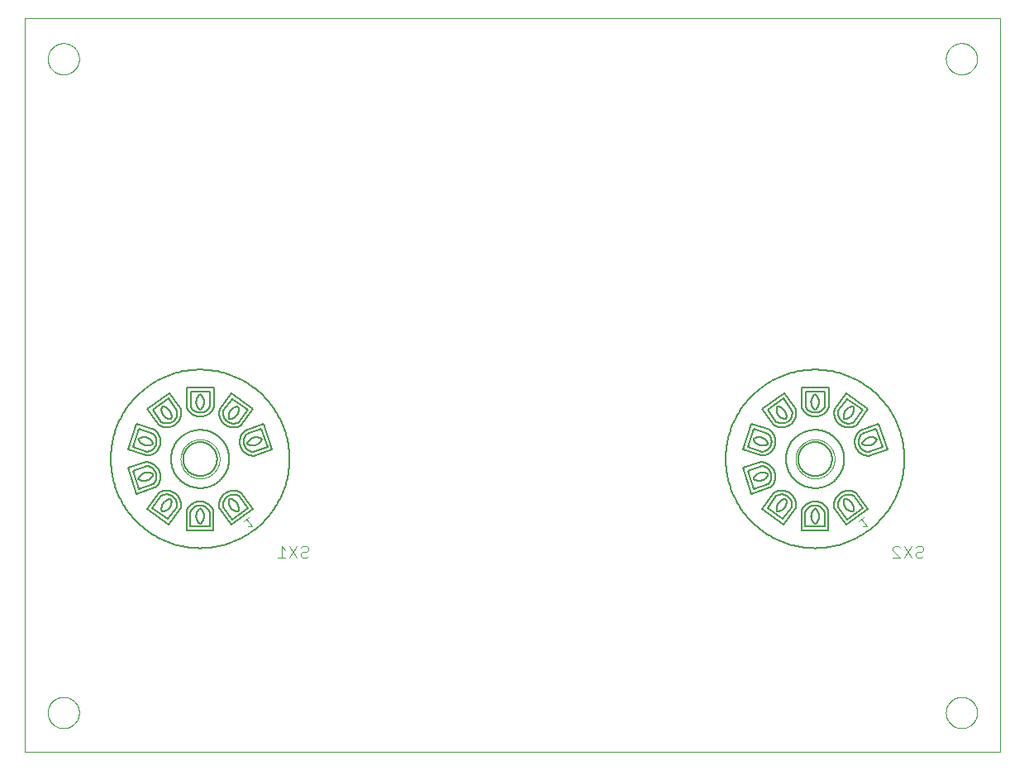
<source format=gbo>
G75*
%MOIN*%
%OFA0B0*%
%FSLAX25Y25*%
%IPPOS*%
%LPD*%
%AMOC8*
5,1,8,0,0,1.08239X$1,22.5*
%
%ADD10C,0.00000*%
%ADD11C,0.00800*%
%ADD12C,0.00400*%
%ADD13C,0.00300*%
D10*
X0005737Y0005737D02*
X0005737Y0301761D01*
X0399123Y0301761D01*
X0399123Y0005737D01*
X0005737Y0005737D01*
X0015186Y0021485D02*
X0015188Y0021643D01*
X0015194Y0021801D01*
X0015204Y0021959D01*
X0015218Y0022117D01*
X0015236Y0022274D01*
X0015257Y0022431D01*
X0015283Y0022587D01*
X0015313Y0022743D01*
X0015346Y0022898D01*
X0015384Y0023051D01*
X0015425Y0023204D01*
X0015470Y0023356D01*
X0015519Y0023507D01*
X0015572Y0023656D01*
X0015628Y0023804D01*
X0015688Y0023950D01*
X0015752Y0024095D01*
X0015820Y0024238D01*
X0015891Y0024380D01*
X0015965Y0024520D01*
X0016043Y0024657D01*
X0016125Y0024793D01*
X0016209Y0024927D01*
X0016298Y0025058D01*
X0016389Y0025187D01*
X0016484Y0025314D01*
X0016581Y0025439D01*
X0016682Y0025561D01*
X0016786Y0025680D01*
X0016893Y0025797D01*
X0017003Y0025911D01*
X0017116Y0026022D01*
X0017231Y0026131D01*
X0017349Y0026236D01*
X0017470Y0026338D01*
X0017593Y0026438D01*
X0017719Y0026534D01*
X0017847Y0026627D01*
X0017977Y0026717D01*
X0018110Y0026803D01*
X0018245Y0026887D01*
X0018381Y0026966D01*
X0018520Y0027043D01*
X0018661Y0027115D01*
X0018803Y0027185D01*
X0018947Y0027250D01*
X0019093Y0027312D01*
X0019240Y0027370D01*
X0019389Y0027425D01*
X0019539Y0027476D01*
X0019690Y0027523D01*
X0019842Y0027566D01*
X0019995Y0027605D01*
X0020150Y0027641D01*
X0020305Y0027672D01*
X0020461Y0027700D01*
X0020617Y0027724D01*
X0020774Y0027744D01*
X0020932Y0027760D01*
X0021089Y0027772D01*
X0021248Y0027780D01*
X0021406Y0027784D01*
X0021564Y0027784D01*
X0021722Y0027780D01*
X0021881Y0027772D01*
X0022038Y0027760D01*
X0022196Y0027744D01*
X0022353Y0027724D01*
X0022509Y0027700D01*
X0022665Y0027672D01*
X0022820Y0027641D01*
X0022975Y0027605D01*
X0023128Y0027566D01*
X0023280Y0027523D01*
X0023431Y0027476D01*
X0023581Y0027425D01*
X0023730Y0027370D01*
X0023877Y0027312D01*
X0024023Y0027250D01*
X0024167Y0027185D01*
X0024309Y0027115D01*
X0024450Y0027043D01*
X0024589Y0026966D01*
X0024725Y0026887D01*
X0024860Y0026803D01*
X0024993Y0026717D01*
X0025123Y0026627D01*
X0025251Y0026534D01*
X0025377Y0026438D01*
X0025500Y0026338D01*
X0025621Y0026236D01*
X0025739Y0026131D01*
X0025854Y0026022D01*
X0025967Y0025911D01*
X0026077Y0025797D01*
X0026184Y0025680D01*
X0026288Y0025561D01*
X0026389Y0025439D01*
X0026486Y0025314D01*
X0026581Y0025187D01*
X0026672Y0025058D01*
X0026761Y0024927D01*
X0026845Y0024793D01*
X0026927Y0024657D01*
X0027005Y0024520D01*
X0027079Y0024380D01*
X0027150Y0024238D01*
X0027218Y0024095D01*
X0027282Y0023950D01*
X0027342Y0023804D01*
X0027398Y0023656D01*
X0027451Y0023507D01*
X0027500Y0023356D01*
X0027545Y0023204D01*
X0027586Y0023051D01*
X0027624Y0022898D01*
X0027657Y0022743D01*
X0027687Y0022587D01*
X0027713Y0022431D01*
X0027734Y0022274D01*
X0027752Y0022117D01*
X0027766Y0021959D01*
X0027776Y0021801D01*
X0027782Y0021643D01*
X0027784Y0021485D01*
X0027782Y0021327D01*
X0027776Y0021169D01*
X0027766Y0021011D01*
X0027752Y0020853D01*
X0027734Y0020696D01*
X0027713Y0020539D01*
X0027687Y0020383D01*
X0027657Y0020227D01*
X0027624Y0020072D01*
X0027586Y0019919D01*
X0027545Y0019766D01*
X0027500Y0019614D01*
X0027451Y0019463D01*
X0027398Y0019314D01*
X0027342Y0019166D01*
X0027282Y0019020D01*
X0027218Y0018875D01*
X0027150Y0018732D01*
X0027079Y0018590D01*
X0027005Y0018450D01*
X0026927Y0018313D01*
X0026845Y0018177D01*
X0026761Y0018043D01*
X0026672Y0017912D01*
X0026581Y0017783D01*
X0026486Y0017656D01*
X0026389Y0017531D01*
X0026288Y0017409D01*
X0026184Y0017290D01*
X0026077Y0017173D01*
X0025967Y0017059D01*
X0025854Y0016948D01*
X0025739Y0016839D01*
X0025621Y0016734D01*
X0025500Y0016632D01*
X0025377Y0016532D01*
X0025251Y0016436D01*
X0025123Y0016343D01*
X0024993Y0016253D01*
X0024860Y0016167D01*
X0024725Y0016083D01*
X0024589Y0016004D01*
X0024450Y0015927D01*
X0024309Y0015855D01*
X0024167Y0015785D01*
X0024023Y0015720D01*
X0023877Y0015658D01*
X0023730Y0015600D01*
X0023581Y0015545D01*
X0023431Y0015494D01*
X0023280Y0015447D01*
X0023128Y0015404D01*
X0022975Y0015365D01*
X0022820Y0015329D01*
X0022665Y0015298D01*
X0022509Y0015270D01*
X0022353Y0015246D01*
X0022196Y0015226D01*
X0022038Y0015210D01*
X0021881Y0015198D01*
X0021722Y0015190D01*
X0021564Y0015186D01*
X0021406Y0015186D01*
X0021248Y0015190D01*
X0021089Y0015198D01*
X0020932Y0015210D01*
X0020774Y0015226D01*
X0020617Y0015246D01*
X0020461Y0015270D01*
X0020305Y0015298D01*
X0020150Y0015329D01*
X0019995Y0015365D01*
X0019842Y0015404D01*
X0019690Y0015447D01*
X0019539Y0015494D01*
X0019389Y0015545D01*
X0019240Y0015600D01*
X0019093Y0015658D01*
X0018947Y0015720D01*
X0018803Y0015785D01*
X0018661Y0015855D01*
X0018520Y0015927D01*
X0018381Y0016004D01*
X0018245Y0016083D01*
X0018110Y0016167D01*
X0017977Y0016253D01*
X0017847Y0016343D01*
X0017719Y0016436D01*
X0017593Y0016532D01*
X0017470Y0016632D01*
X0017349Y0016734D01*
X0017231Y0016839D01*
X0017116Y0016948D01*
X0017003Y0017059D01*
X0016893Y0017173D01*
X0016786Y0017290D01*
X0016682Y0017409D01*
X0016581Y0017531D01*
X0016484Y0017656D01*
X0016389Y0017783D01*
X0016298Y0017912D01*
X0016209Y0018043D01*
X0016125Y0018177D01*
X0016043Y0018313D01*
X0015965Y0018450D01*
X0015891Y0018590D01*
X0015820Y0018732D01*
X0015752Y0018875D01*
X0015688Y0019020D01*
X0015628Y0019166D01*
X0015572Y0019314D01*
X0015519Y0019463D01*
X0015470Y0019614D01*
X0015425Y0019766D01*
X0015384Y0019919D01*
X0015346Y0020072D01*
X0015313Y0020227D01*
X0015283Y0020383D01*
X0015257Y0020539D01*
X0015236Y0020696D01*
X0015218Y0020853D01*
X0015204Y0021011D01*
X0015194Y0021169D01*
X0015188Y0021327D01*
X0015186Y0021485D01*
X0068729Y0123847D02*
X0068731Y0124040D01*
X0068738Y0124233D01*
X0068750Y0124426D01*
X0068767Y0124619D01*
X0068788Y0124811D01*
X0068814Y0125002D01*
X0068845Y0125193D01*
X0068880Y0125383D01*
X0068920Y0125572D01*
X0068965Y0125760D01*
X0069014Y0125947D01*
X0069068Y0126133D01*
X0069126Y0126317D01*
X0069189Y0126500D01*
X0069257Y0126681D01*
X0069328Y0126860D01*
X0069405Y0127038D01*
X0069485Y0127214D01*
X0069570Y0127387D01*
X0069659Y0127559D01*
X0069752Y0127728D01*
X0069849Y0127895D01*
X0069951Y0128060D01*
X0070056Y0128222D01*
X0070165Y0128381D01*
X0070279Y0128538D01*
X0070396Y0128691D01*
X0070516Y0128842D01*
X0070641Y0128990D01*
X0070769Y0129135D01*
X0070900Y0129276D01*
X0071035Y0129415D01*
X0071174Y0129550D01*
X0071315Y0129681D01*
X0071460Y0129809D01*
X0071608Y0129934D01*
X0071759Y0130054D01*
X0071912Y0130171D01*
X0072069Y0130285D01*
X0072228Y0130394D01*
X0072390Y0130499D01*
X0072555Y0130601D01*
X0072722Y0130698D01*
X0072891Y0130791D01*
X0073063Y0130880D01*
X0073236Y0130965D01*
X0073412Y0131045D01*
X0073590Y0131122D01*
X0073769Y0131193D01*
X0073950Y0131261D01*
X0074133Y0131324D01*
X0074317Y0131382D01*
X0074503Y0131436D01*
X0074690Y0131485D01*
X0074878Y0131530D01*
X0075067Y0131570D01*
X0075257Y0131605D01*
X0075448Y0131636D01*
X0075639Y0131662D01*
X0075831Y0131683D01*
X0076024Y0131700D01*
X0076217Y0131712D01*
X0076410Y0131719D01*
X0076603Y0131721D01*
X0076796Y0131719D01*
X0076989Y0131712D01*
X0077182Y0131700D01*
X0077375Y0131683D01*
X0077567Y0131662D01*
X0077758Y0131636D01*
X0077949Y0131605D01*
X0078139Y0131570D01*
X0078328Y0131530D01*
X0078516Y0131485D01*
X0078703Y0131436D01*
X0078889Y0131382D01*
X0079073Y0131324D01*
X0079256Y0131261D01*
X0079437Y0131193D01*
X0079616Y0131122D01*
X0079794Y0131045D01*
X0079970Y0130965D01*
X0080143Y0130880D01*
X0080315Y0130791D01*
X0080484Y0130698D01*
X0080651Y0130601D01*
X0080816Y0130499D01*
X0080978Y0130394D01*
X0081137Y0130285D01*
X0081294Y0130171D01*
X0081447Y0130054D01*
X0081598Y0129934D01*
X0081746Y0129809D01*
X0081891Y0129681D01*
X0082032Y0129550D01*
X0082171Y0129415D01*
X0082306Y0129276D01*
X0082437Y0129135D01*
X0082565Y0128990D01*
X0082690Y0128842D01*
X0082810Y0128691D01*
X0082927Y0128538D01*
X0083041Y0128381D01*
X0083150Y0128222D01*
X0083255Y0128060D01*
X0083357Y0127895D01*
X0083454Y0127728D01*
X0083547Y0127559D01*
X0083636Y0127387D01*
X0083721Y0127214D01*
X0083801Y0127038D01*
X0083878Y0126860D01*
X0083949Y0126681D01*
X0084017Y0126500D01*
X0084080Y0126317D01*
X0084138Y0126133D01*
X0084192Y0125947D01*
X0084241Y0125760D01*
X0084286Y0125572D01*
X0084326Y0125383D01*
X0084361Y0125193D01*
X0084392Y0125002D01*
X0084418Y0124811D01*
X0084439Y0124619D01*
X0084456Y0124426D01*
X0084468Y0124233D01*
X0084475Y0124040D01*
X0084477Y0123847D01*
X0084475Y0123654D01*
X0084468Y0123461D01*
X0084456Y0123268D01*
X0084439Y0123075D01*
X0084418Y0122883D01*
X0084392Y0122692D01*
X0084361Y0122501D01*
X0084326Y0122311D01*
X0084286Y0122122D01*
X0084241Y0121934D01*
X0084192Y0121747D01*
X0084138Y0121561D01*
X0084080Y0121377D01*
X0084017Y0121194D01*
X0083949Y0121013D01*
X0083878Y0120834D01*
X0083801Y0120656D01*
X0083721Y0120480D01*
X0083636Y0120307D01*
X0083547Y0120135D01*
X0083454Y0119966D01*
X0083357Y0119799D01*
X0083255Y0119634D01*
X0083150Y0119472D01*
X0083041Y0119313D01*
X0082927Y0119156D01*
X0082810Y0119003D01*
X0082690Y0118852D01*
X0082565Y0118704D01*
X0082437Y0118559D01*
X0082306Y0118418D01*
X0082171Y0118279D01*
X0082032Y0118144D01*
X0081891Y0118013D01*
X0081746Y0117885D01*
X0081598Y0117760D01*
X0081447Y0117640D01*
X0081294Y0117523D01*
X0081137Y0117409D01*
X0080978Y0117300D01*
X0080816Y0117195D01*
X0080651Y0117093D01*
X0080484Y0116996D01*
X0080315Y0116903D01*
X0080143Y0116814D01*
X0079970Y0116729D01*
X0079794Y0116649D01*
X0079616Y0116572D01*
X0079437Y0116501D01*
X0079256Y0116433D01*
X0079073Y0116370D01*
X0078889Y0116312D01*
X0078703Y0116258D01*
X0078516Y0116209D01*
X0078328Y0116164D01*
X0078139Y0116124D01*
X0077949Y0116089D01*
X0077758Y0116058D01*
X0077567Y0116032D01*
X0077375Y0116011D01*
X0077182Y0115994D01*
X0076989Y0115982D01*
X0076796Y0115975D01*
X0076603Y0115973D01*
X0076410Y0115975D01*
X0076217Y0115982D01*
X0076024Y0115994D01*
X0075831Y0116011D01*
X0075639Y0116032D01*
X0075448Y0116058D01*
X0075257Y0116089D01*
X0075067Y0116124D01*
X0074878Y0116164D01*
X0074690Y0116209D01*
X0074503Y0116258D01*
X0074317Y0116312D01*
X0074133Y0116370D01*
X0073950Y0116433D01*
X0073769Y0116501D01*
X0073590Y0116572D01*
X0073412Y0116649D01*
X0073236Y0116729D01*
X0073063Y0116814D01*
X0072891Y0116903D01*
X0072722Y0116996D01*
X0072555Y0117093D01*
X0072390Y0117195D01*
X0072228Y0117300D01*
X0072069Y0117409D01*
X0071912Y0117523D01*
X0071759Y0117640D01*
X0071608Y0117760D01*
X0071460Y0117885D01*
X0071315Y0118013D01*
X0071174Y0118144D01*
X0071035Y0118279D01*
X0070900Y0118418D01*
X0070769Y0118559D01*
X0070641Y0118704D01*
X0070516Y0118852D01*
X0070396Y0119003D01*
X0070279Y0119156D01*
X0070165Y0119313D01*
X0070056Y0119472D01*
X0069951Y0119634D01*
X0069849Y0119799D01*
X0069752Y0119966D01*
X0069659Y0120135D01*
X0069570Y0120307D01*
X0069485Y0120480D01*
X0069405Y0120656D01*
X0069328Y0120834D01*
X0069257Y0121013D01*
X0069189Y0121194D01*
X0069126Y0121377D01*
X0069068Y0121561D01*
X0069014Y0121747D01*
X0068965Y0121934D01*
X0068920Y0122122D01*
X0068880Y0122311D01*
X0068845Y0122501D01*
X0068814Y0122692D01*
X0068788Y0122883D01*
X0068767Y0123075D01*
X0068750Y0123268D01*
X0068738Y0123461D01*
X0068731Y0123654D01*
X0068729Y0123847D01*
X0015186Y0285265D02*
X0015188Y0285423D01*
X0015194Y0285581D01*
X0015204Y0285739D01*
X0015218Y0285897D01*
X0015236Y0286054D01*
X0015257Y0286211D01*
X0015283Y0286367D01*
X0015313Y0286523D01*
X0015346Y0286678D01*
X0015384Y0286831D01*
X0015425Y0286984D01*
X0015470Y0287136D01*
X0015519Y0287287D01*
X0015572Y0287436D01*
X0015628Y0287584D01*
X0015688Y0287730D01*
X0015752Y0287875D01*
X0015820Y0288018D01*
X0015891Y0288160D01*
X0015965Y0288300D01*
X0016043Y0288437D01*
X0016125Y0288573D01*
X0016209Y0288707D01*
X0016298Y0288838D01*
X0016389Y0288967D01*
X0016484Y0289094D01*
X0016581Y0289219D01*
X0016682Y0289341D01*
X0016786Y0289460D01*
X0016893Y0289577D01*
X0017003Y0289691D01*
X0017116Y0289802D01*
X0017231Y0289911D01*
X0017349Y0290016D01*
X0017470Y0290118D01*
X0017593Y0290218D01*
X0017719Y0290314D01*
X0017847Y0290407D01*
X0017977Y0290497D01*
X0018110Y0290583D01*
X0018245Y0290667D01*
X0018381Y0290746D01*
X0018520Y0290823D01*
X0018661Y0290895D01*
X0018803Y0290965D01*
X0018947Y0291030D01*
X0019093Y0291092D01*
X0019240Y0291150D01*
X0019389Y0291205D01*
X0019539Y0291256D01*
X0019690Y0291303D01*
X0019842Y0291346D01*
X0019995Y0291385D01*
X0020150Y0291421D01*
X0020305Y0291452D01*
X0020461Y0291480D01*
X0020617Y0291504D01*
X0020774Y0291524D01*
X0020932Y0291540D01*
X0021089Y0291552D01*
X0021248Y0291560D01*
X0021406Y0291564D01*
X0021564Y0291564D01*
X0021722Y0291560D01*
X0021881Y0291552D01*
X0022038Y0291540D01*
X0022196Y0291524D01*
X0022353Y0291504D01*
X0022509Y0291480D01*
X0022665Y0291452D01*
X0022820Y0291421D01*
X0022975Y0291385D01*
X0023128Y0291346D01*
X0023280Y0291303D01*
X0023431Y0291256D01*
X0023581Y0291205D01*
X0023730Y0291150D01*
X0023877Y0291092D01*
X0024023Y0291030D01*
X0024167Y0290965D01*
X0024309Y0290895D01*
X0024450Y0290823D01*
X0024589Y0290746D01*
X0024725Y0290667D01*
X0024860Y0290583D01*
X0024993Y0290497D01*
X0025123Y0290407D01*
X0025251Y0290314D01*
X0025377Y0290218D01*
X0025500Y0290118D01*
X0025621Y0290016D01*
X0025739Y0289911D01*
X0025854Y0289802D01*
X0025967Y0289691D01*
X0026077Y0289577D01*
X0026184Y0289460D01*
X0026288Y0289341D01*
X0026389Y0289219D01*
X0026486Y0289094D01*
X0026581Y0288967D01*
X0026672Y0288838D01*
X0026761Y0288707D01*
X0026845Y0288573D01*
X0026927Y0288437D01*
X0027005Y0288300D01*
X0027079Y0288160D01*
X0027150Y0288018D01*
X0027218Y0287875D01*
X0027282Y0287730D01*
X0027342Y0287584D01*
X0027398Y0287436D01*
X0027451Y0287287D01*
X0027500Y0287136D01*
X0027545Y0286984D01*
X0027586Y0286831D01*
X0027624Y0286678D01*
X0027657Y0286523D01*
X0027687Y0286367D01*
X0027713Y0286211D01*
X0027734Y0286054D01*
X0027752Y0285897D01*
X0027766Y0285739D01*
X0027776Y0285581D01*
X0027782Y0285423D01*
X0027784Y0285265D01*
X0027782Y0285107D01*
X0027776Y0284949D01*
X0027766Y0284791D01*
X0027752Y0284633D01*
X0027734Y0284476D01*
X0027713Y0284319D01*
X0027687Y0284163D01*
X0027657Y0284007D01*
X0027624Y0283852D01*
X0027586Y0283699D01*
X0027545Y0283546D01*
X0027500Y0283394D01*
X0027451Y0283243D01*
X0027398Y0283094D01*
X0027342Y0282946D01*
X0027282Y0282800D01*
X0027218Y0282655D01*
X0027150Y0282512D01*
X0027079Y0282370D01*
X0027005Y0282230D01*
X0026927Y0282093D01*
X0026845Y0281957D01*
X0026761Y0281823D01*
X0026672Y0281692D01*
X0026581Y0281563D01*
X0026486Y0281436D01*
X0026389Y0281311D01*
X0026288Y0281189D01*
X0026184Y0281070D01*
X0026077Y0280953D01*
X0025967Y0280839D01*
X0025854Y0280728D01*
X0025739Y0280619D01*
X0025621Y0280514D01*
X0025500Y0280412D01*
X0025377Y0280312D01*
X0025251Y0280216D01*
X0025123Y0280123D01*
X0024993Y0280033D01*
X0024860Y0279947D01*
X0024725Y0279863D01*
X0024589Y0279784D01*
X0024450Y0279707D01*
X0024309Y0279635D01*
X0024167Y0279565D01*
X0024023Y0279500D01*
X0023877Y0279438D01*
X0023730Y0279380D01*
X0023581Y0279325D01*
X0023431Y0279274D01*
X0023280Y0279227D01*
X0023128Y0279184D01*
X0022975Y0279145D01*
X0022820Y0279109D01*
X0022665Y0279078D01*
X0022509Y0279050D01*
X0022353Y0279026D01*
X0022196Y0279006D01*
X0022038Y0278990D01*
X0021881Y0278978D01*
X0021722Y0278970D01*
X0021564Y0278966D01*
X0021406Y0278966D01*
X0021248Y0278970D01*
X0021089Y0278978D01*
X0020932Y0278990D01*
X0020774Y0279006D01*
X0020617Y0279026D01*
X0020461Y0279050D01*
X0020305Y0279078D01*
X0020150Y0279109D01*
X0019995Y0279145D01*
X0019842Y0279184D01*
X0019690Y0279227D01*
X0019539Y0279274D01*
X0019389Y0279325D01*
X0019240Y0279380D01*
X0019093Y0279438D01*
X0018947Y0279500D01*
X0018803Y0279565D01*
X0018661Y0279635D01*
X0018520Y0279707D01*
X0018381Y0279784D01*
X0018245Y0279863D01*
X0018110Y0279947D01*
X0017977Y0280033D01*
X0017847Y0280123D01*
X0017719Y0280216D01*
X0017593Y0280312D01*
X0017470Y0280412D01*
X0017349Y0280514D01*
X0017231Y0280619D01*
X0017116Y0280728D01*
X0017003Y0280839D01*
X0016893Y0280953D01*
X0016786Y0281070D01*
X0016682Y0281189D01*
X0016581Y0281311D01*
X0016484Y0281436D01*
X0016389Y0281563D01*
X0016298Y0281692D01*
X0016209Y0281823D01*
X0016125Y0281957D01*
X0016043Y0282093D01*
X0015965Y0282230D01*
X0015891Y0282370D01*
X0015820Y0282512D01*
X0015752Y0282655D01*
X0015688Y0282800D01*
X0015628Y0282946D01*
X0015572Y0283094D01*
X0015519Y0283243D01*
X0015470Y0283394D01*
X0015425Y0283546D01*
X0015384Y0283699D01*
X0015346Y0283852D01*
X0015313Y0284007D01*
X0015283Y0284163D01*
X0015257Y0284319D01*
X0015236Y0284476D01*
X0015218Y0284633D01*
X0015204Y0284791D01*
X0015194Y0284949D01*
X0015188Y0285107D01*
X0015186Y0285265D01*
X0316761Y0123847D02*
X0316763Y0124040D01*
X0316770Y0124233D01*
X0316782Y0124426D01*
X0316799Y0124619D01*
X0316820Y0124811D01*
X0316846Y0125002D01*
X0316877Y0125193D01*
X0316912Y0125383D01*
X0316952Y0125572D01*
X0316997Y0125760D01*
X0317046Y0125947D01*
X0317100Y0126133D01*
X0317158Y0126317D01*
X0317221Y0126500D01*
X0317289Y0126681D01*
X0317360Y0126860D01*
X0317437Y0127038D01*
X0317517Y0127214D01*
X0317602Y0127387D01*
X0317691Y0127559D01*
X0317784Y0127728D01*
X0317881Y0127895D01*
X0317983Y0128060D01*
X0318088Y0128222D01*
X0318197Y0128381D01*
X0318311Y0128538D01*
X0318428Y0128691D01*
X0318548Y0128842D01*
X0318673Y0128990D01*
X0318801Y0129135D01*
X0318932Y0129276D01*
X0319067Y0129415D01*
X0319206Y0129550D01*
X0319347Y0129681D01*
X0319492Y0129809D01*
X0319640Y0129934D01*
X0319791Y0130054D01*
X0319944Y0130171D01*
X0320101Y0130285D01*
X0320260Y0130394D01*
X0320422Y0130499D01*
X0320587Y0130601D01*
X0320754Y0130698D01*
X0320923Y0130791D01*
X0321095Y0130880D01*
X0321268Y0130965D01*
X0321444Y0131045D01*
X0321622Y0131122D01*
X0321801Y0131193D01*
X0321982Y0131261D01*
X0322165Y0131324D01*
X0322349Y0131382D01*
X0322535Y0131436D01*
X0322722Y0131485D01*
X0322910Y0131530D01*
X0323099Y0131570D01*
X0323289Y0131605D01*
X0323480Y0131636D01*
X0323671Y0131662D01*
X0323863Y0131683D01*
X0324056Y0131700D01*
X0324249Y0131712D01*
X0324442Y0131719D01*
X0324635Y0131721D01*
X0324828Y0131719D01*
X0325021Y0131712D01*
X0325214Y0131700D01*
X0325407Y0131683D01*
X0325599Y0131662D01*
X0325790Y0131636D01*
X0325981Y0131605D01*
X0326171Y0131570D01*
X0326360Y0131530D01*
X0326548Y0131485D01*
X0326735Y0131436D01*
X0326921Y0131382D01*
X0327105Y0131324D01*
X0327288Y0131261D01*
X0327469Y0131193D01*
X0327648Y0131122D01*
X0327826Y0131045D01*
X0328002Y0130965D01*
X0328175Y0130880D01*
X0328347Y0130791D01*
X0328516Y0130698D01*
X0328683Y0130601D01*
X0328848Y0130499D01*
X0329010Y0130394D01*
X0329169Y0130285D01*
X0329326Y0130171D01*
X0329479Y0130054D01*
X0329630Y0129934D01*
X0329778Y0129809D01*
X0329923Y0129681D01*
X0330064Y0129550D01*
X0330203Y0129415D01*
X0330338Y0129276D01*
X0330469Y0129135D01*
X0330597Y0128990D01*
X0330722Y0128842D01*
X0330842Y0128691D01*
X0330959Y0128538D01*
X0331073Y0128381D01*
X0331182Y0128222D01*
X0331287Y0128060D01*
X0331389Y0127895D01*
X0331486Y0127728D01*
X0331579Y0127559D01*
X0331668Y0127387D01*
X0331753Y0127214D01*
X0331833Y0127038D01*
X0331910Y0126860D01*
X0331981Y0126681D01*
X0332049Y0126500D01*
X0332112Y0126317D01*
X0332170Y0126133D01*
X0332224Y0125947D01*
X0332273Y0125760D01*
X0332318Y0125572D01*
X0332358Y0125383D01*
X0332393Y0125193D01*
X0332424Y0125002D01*
X0332450Y0124811D01*
X0332471Y0124619D01*
X0332488Y0124426D01*
X0332500Y0124233D01*
X0332507Y0124040D01*
X0332509Y0123847D01*
X0332507Y0123654D01*
X0332500Y0123461D01*
X0332488Y0123268D01*
X0332471Y0123075D01*
X0332450Y0122883D01*
X0332424Y0122692D01*
X0332393Y0122501D01*
X0332358Y0122311D01*
X0332318Y0122122D01*
X0332273Y0121934D01*
X0332224Y0121747D01*
X0332170Y0121561D01*
X0332112Y0121377D01*
X0332049Y0121194D01*
X0331981Y0121013D01*
X0331910Y0120834D01*
X0331833Y0120656D01*
X0331753Y0120480D01*
X0331668Y0120307D01*
X0331579Y0120135D01*
X0331486Y0119966D01*
X0331389Y0119799D01*
X0331287Y0119634D01*
X0331182Y0119472D01*
X0331073Y0119313D01*
X0330959Y0119156D01*
X0330842Y0119003D01*
X0330722Y0118852D01*
X0330597Y0118704D01*
X0330469Y0118559D01*
X0330338Y0118418D01*
X0330203Y0118279D01*
X0330064Y0118144D01*
X0329923Y0118013D01*
X0329778Y0117885D01*
X0329630Y0117760D01*
X0329479Y0117640D01*
X0329326Y0117523D01*
X0329169Y0117409D01*
X0329010Y0117300D01*
X0328848Y0117195D01*
X0328683Y0117093D01*
X0328516Y0116996D01*
X0328347Y0116903D01*
X0328175Y0116814D01*
X0328002Y0116729D01*
X0327826Y0116649D01*
X0327648Y0116572D01*
X0327469Y0116501D01*
X0327288Y0116433D01*
X0327105Y0116370D01*
X0326921Y0116312D01*
X0326735Y0116258D01*
X0326548Y0116209D01*
X0326360Y0116164D01*
X0326171Y0116124D01*
X0325981Y0116089D01*
X0325790Y0116058D01*
X0325599Y0116032D01*
X0325407Y0116011D01*
X0325214Y0115994D01*
X0325021Y0115982D01*
X0324828Y0115975D01*
X0324635Y0115973D01*
X0324442Y0115975D01*
X0324249Y0115982D01*
X0324056Y0115994D01*
X0323863Y0116011D01*
X0323671Y0116032D01*
X0323480Y0116058D01*
X0323289Y0116089D01*
X0323099Y0116124D01*
X0322910Y0116164D01*
X0322722Y0116209D01*
X0322535Y0116258D01*
X0322349Y0116312D01*
X0322165Y0116370D01*
X0321982Y0116433D01*
X0321801Y0116501D01*
X0321622Y0116572D01*
X0321444Y0116649D01*
X0321268Y0116729D01*
X0321095Y0116814D01*
X0320923Y0116903D01*
X0320754Y0116996D01*
X0320587Y0117093D01*
X0320422Y0117195D01*
X0320260Y0117300D01*
X0320101Y0117409D01*
X0319944Y0117523D01*
X0319791Y0117640D01*
X0319640Y0117760D01*
X0319492Y0117885D01*
X0319347Y0118013D01*
X0319206Y0118144D01*
X0319067Y0118279D01*
X0318932Y0118418D01*
X0318801Y0118559D01*
X0318673Y0118704D01*
X0318548Y0118852D01*
X0318428Y0119003D01*
X0318311Y0119156D01*
X0318197Y0119313D01*
X0318088Y0119472D01*
X0317983Y0119634D01*
X0317881Y0119799D01*
X0317784Y0119966D01*
X0317691Y0120135D01*
X0317602Y0120307D01*
X0317517Y0120480D01*
X0317437Y0120656D01*
X0317360Y0120834D01*
X0317289Y0121013D01*
X0317221Y0121194D01*
X0317158Y0121377D01*
X0317100Y0121561D01*
X0317046Y0121747D01*
X0316997Y0121934D01*
X0316952Y0122122D01*
X0316912Y0122311D01*
X0316877Y0122501D01*
X0316846Y0122692D01*
X0316820Y0122883D01*
X0316799Y0123075D01*
X0316782Y0123268D01*
X0316770Y0123461D01*
X0316763Y0123654D01*
X0316761Y0123847D01*
X0377391Y0021485D02*
X0377393Y0021643D01*
X0377399Y0021801D01*
X0377409Y0021959D01*
X0377423Y0022117D01*
X0377441Y0022274D01*
X0377462Y0022431D01*
X0377488Y0022587D01*
X0377518Y0022743D01*
X0377551Y0022898D01*
X0377589Y0023051D01*
X0377630Y0023204D01*
X0377675Y0023356D01*
X0377724Y0023507D01*
X0377777Y0023656D01*
X0377833Y0023804D01*
X0377893Y0023950D01*
X0377957Y0024095D01*
X0378025Y0024238D01*
X0378096Y0024380D01*
X0378170Y0024520D01*
X0378248Y0024657D01*
X0378330Y0024793D01*
X0378414Y0024927D01*
X0378503Y0025058D01*
X0378594Y0025187D01*
X0378689Y0025314D01*
X0378786Y0025439D01*
X0378887Y0025561D01*
X0378991Y0025680D01*
X0379098Y0025797D01*
X0379208Y0025911D01*
X0379321Y0026022D01*
X0379436Y0026131D01*
X0379554Y0026236D01*
X0379675Y0026338D01*
X0379798Y0026438D01*
X0379924Y0026534D01*
X0380052Y0026627D01*
X0380182Y0026717D01*
X0380315Y0026803D01*
X0380450Y0026887D01*
X0380586Y0026966D01*
X0380725Y0027043D01*
X0380866Y0027115D01*
X0381008Y0027185D01*
X0381152Y0027250D01*
X0381298Y0027312D01*
X0381445Y0027370D01*
X0381594Y0027425D01*
X0381744Y0027476D01*
X0381895Y0027523D01*
X0382047Y0027566D01*
X0382200Y0027605D01*
X0382355Y0027641D01*
X0382510Y0027672D01*
X0382666Y0027700D01*
X0382822Y0027724D01*
X0382979Y0027744D01*
X0383137Y0027760D01*
X0383294Y0027772D01*
X0383453Y0027780D01*
X0383611Y0027784D01*
X0383769Y0027784D01*
X0383927Y0027780D01*
X0384086Y0027772D01*
X0384243Y0027760D01*
X0384401Y0027744D01*
X0384558Y0027724D01*
X0384714Y0027700D01*
X0384870Y0027672D01*
X0385025Y0027641D01*
X0385180Y0027605D01*
X0385333Y0027566D01*
X0385485Y0027523D01*
X0385636Y0027476D01*
X0385786Y0027425D01*
X0385935Y0027370D01*
X0386082Y0027312D01*
X0386228Y0027250D01*
X0386372Y0027185D01*
X0386514Y0027115D01*
X0386655Y0027043D01*
X0386794Y0026966D01*
X0386930Y0026887D01*
X0387065Y0026803D01*
X0387198Y0026717D01*
X0387328Y0026627D01*
X0387456Y0026534D01*
X0387582Y0026438D01*
X0387705Y0026338D01*
X0387826Y0026236D01*
X0387944Y0026131D01*
X0388059Y0026022D01*
X0388172Y0025911D01*
X0388282Y0025797D01*
X0388389Y0025680D01*
X0388493Y0025561D01*
X0388594Y0025439D01*
X0388691Y0025314D01*
X0388786Y0025187D01*
X0388877Y0025058D01*
X0388966Y0024927D01*
X0389050Y0024793D01*
X0389132Y0024657D01*
X0389210Y0024520D01*
X0389284Y0024380D01*
X0389355Y0024238D01*
X0389423Y0024095D01*
X0389487Y0023950D01*
X0389547Y0023804D01*
X0389603Y0023656D01*
X0389656Y0023507D01*
X0389705Y0023356D01*
X0389750Y0023204D01*
X0389791Y0023051D01*
X0389829Y0022898D01*
X0389862Y0022743D01*
X0389892Y0022587D01*
X0389918Y0022431D01*
X0389939Y0022274D01*
X0389957Y0022117D01*
X0389971Y0021959D01*
X0389981Y0021801D01*
X0389987Y0021643D01*
X0389989Y0021485D01*
X0389987Y0021327D01*
X0389981Y0021169D01*
X0389971Y0021011D01*
X0389957Y0020853D01*
X0389939Y0020696D01*
X0389918Y0020539D01*
X0389892Y0020383D01*
X0389862Y0020227D01*
X0389829Y0020072D01*
X0389791Y0019919D01*
X0389750Y0019766D01*
X0389705Y0019614D01*
X0389656Y0019463D01*
X0389603Y0019314D01*
X0389547Y0019166D01*
X0389487Y0019020D01*
X0389423Y0018875D01*
X0389355Y0018732D01*
X0389284Y0018590D01*
X0389210Y0018450D01*
X0389132Y0018313D01*
X0389050Y0018177D01*
X0388966Y0018043D01*
X0388877Y0017912D01*
X0388786Y0017783D01*
X0388691Y0017656D01*
X0388594Y0017531D01*
X0388493Y0017409D01*
X0388389Y0017290D01*
X0388282Y0017173D01*
X0388172Y0017059D01*
X0388059Y0016948D01*
X0387944Y0016839D01*
X0387826Y0016734D01*
X0387705Y0016632D01*
X0387582Y0016532D01*
X0387456Y0016436D01*
X0387328Y0016343D01*
X0387198Y0016253D01*
X0387065Y0016167D01*
X0386930Y0016083D01*
X0386794Y0016004D01*
X0386655Y0015927D01*
X0386514Y0015855D01*
X0386372Y0015785D01*
X0386228Y0015720D01*
X0386082Y0015658D01*
X0385935Y0015600D01*
X0385786Y0015545D01*
X0385636Y0015494D01*
X0385485Y0015447D01*
X0385333Y0015404D01*
X0385180Y0015365D01*
X0385025Y0015329D01*
X0384870Y0015298D01*
X0384714Y0015270D01*
X0384558Y0015246D01*
X0384401Y0015226D01*
X0384243Y0015210D01*
X0384086Y0015198D01*
X0383927Y0015190D01*
X0383769Y0015186D01*
X0383611Y0015186D01*
X0383453Y0015190D01*
X0383294Y0015198D01*
X0383137Y0015210D01*
X0382979Y0015226D01*
X0382822Y0015246D01*
X0382666Y0015270D01*
X0382510Y0015298D01*
X0382355Y0015329D01*
X0382200Y0015365D01*
X0382047Y0015404D01*
X0381895Y0015447D01*
X0381744Y0015494D01*
X0381594Y0015545D01*
X0381445Y0015600D01*
X0381298Y0015658D01*
X0381152Y0015720D01*
X0381008Y0015785D01*
X0380866Y0015855D01*
X0380725Y0015927D01*
X0380586Y0016004D01*
X0380450Y0016083D01*
X0380315Y0016167D01*
X0380182Y0016253D01*
X0380052Y0016343D01*
X0379924Y0016436D01*
X0379798Y0016532D01*
X0379675Y0016632D01*
X0379554Y0016734D01*
X0379436Y0016839D01*
X0379321Y0016948D01*
X0379208Y0017059D01*
X0379098Y0017173D01*
X0378991Y0017290D01*
X0378887Y0017409D01*
X0378786Y0017531D01*
X0378689Y0017656D01*
X0378594Y0017783D01*
X0378503Y0017912D01*
X0378414Y0018043D01*
X0378330Y0018177D01*
X0378248Y0018313D01*
X0378170Y0018450D01*
X0378096Y0018590D01*
X0378025Y0018732D01*
X0377957Y0018875D01*
X0377893Y0019020D01*
X0377833Y0019166D01*
X0377777Y0019314D01*
X0377724Y0019463D01*
X0377675Y0019614D01*
X0377630Y0019766D01*
X0377589Y0019919D01*
X0377551Y0020072D01*
X0377518Y0020227D01*
X0377488Y0020383D01*
X0377462Y0020539D01*
X0377441Y0020696D01*
X0377423Y0020853D01*
X0377409Y0021011D01*
X0377399Y0021169D01*
X0377393Y0021327D01*
X0377391Y0021485D01*
X0377391Y0285265D02*
X0377393Y0285423D01*
X0377399Y0285581D01*
X0377409Y0285739D01*
X0377423Y0285897D01*
X0377441Y0286054D01*
X0377462Y0286211D01*
X0377488Y0286367D01*
X0377518Y0286523D01*
X0377551Y0286678D01*
X0377589Y0286831D01*
X0377630Y0286984D01*
X0377675Y0287136D01*
X0377724Y0287287D01*
X0377777Y0287436D01*
X0377833Y0287584D01*
X0377893Y0287730D01*
X0377957Y0287875D01*
X0378025Y0288018D01*
X0378096Y0288160D01*
X0378170Y0288300D01*
X0378248Y0288437D01*
X0378330Y0288573D01*
X0378414Y0288707D01*
X0378503Y0288838D01*
X0378594Y0288967D01*
X0378689Y0289094D01*
X0378786Y0289219D01*
X0378887Y0289341D01*
X0378991Y0289460D01*
X0379098Y0289577D01*
X0379208Y0289691D01*
X0379321Y0289802D01*
X0379436Y0289911D01*
X0379554Y0290016D01*
X0379675Y0290118D01*
X0379798Y0290218D01*
X0379924Y0290314D01*
X0380052Y0290407D01*
X0380182Y0290497D01*
X0380315Y0290583D01*
X0380450Y0290667D01*
X0380586Y0290746D01*
X0380725Y0290823D01*
X0380866Y0290895D01*
X0381008Y0290965D01*
X0381152Y0291030D01*
X0381298Y0291092D01*
X0381445Y0291150D01*
X0381594Y0291205D01*
X0381744Y0291256D01*
X0381895Y0291303D01*
X0382047Y0291346D01*
X0382200Y0291385D01*
X0382355Y0291421D01*
X0382510Y0291452D01*
X0382666Y0291480D01*
X0382822Y0291504D01*
X0382979Y0291524D01*
X0383137Y0291540D01*
X0383294Y0291552D01*
X0383453Y0291560D01*
X0383611Y0291564D01*
X0383769Y0291564D01*
X0383927Y0291560D01*
X0384086Y0291552D01*
X0384243Y0291540D01*
X0384401Y0291524D01*
X0384558Y0291504D01*
X0384714Y0291480D01*
X0384870Y0291452D01*
X0385025Y0291421D01*
X0385180Y0291385D01*
X0385333Y0291346D01*
X0385485Y0291303D01*
X0385636Y0291256D01*
X0385786Y0291205D01*
X0385935Y0291150D01*
X0386082Y0291092D01*
X0386228Y0291030D01*
X0386372Y0290965D01*
X0386514Y0290895D01*
X0386655Y0290823D01*
X0386794Y0290746D01*
X0386930Y0290667D01*
X0387065Y0290583D01*
X0387198Y0290497D01*
X0387328Y0290407D01*
X0387456Y0290314D01*
X0387582Y0290218D01*
X0387705Y0290118D01*
X0387826Y0290016D01*
X0387944Y0289911D01*
X0388059Y0289802D01*
X0388172Y0289691D01*
X0388282Y0289577D01*
X0388389Y0289460D01*
X0388493Y0289341D01*
X0388594Y0289219D01*
X0388691Y0289094D01*
X0388786Y0288967D01*
X0388877Y0288838D01*
X0388966Y0288707D01*
X0389050Y0288573D01*
X0389132Y0288437D01*
X0389210Y0288300D01*
X0389284Y0288160D01*
X0389355Y0288018D01*
X0389423Y0287875D01*
X0389487Y0287730D01*
X0389547Y0287584D01*
X0389603Y0287436D01*
X0389656Y0287287D01*
X0389705Y0287136D01*
X0389750Y0286984D01*
X0389791Y0286831D01*
X0389829Y0286678D01*
X0389862Y0286523D01*
X0389892Y0286367D01*
X0389918Y0286211D01*
X0389939Y0286054D01*
X0389957Y0285897D01*
X0389971Y0285739D01*
X0389981Y0285581D01*
X0389987Y0285423D01*
X0389989Y0285265D01*
X0389987Y0285107D01*
X0389981Y0284949D01*
X0389971Y0284791D01*
X0389957Y0284633D01*
X0389939Y0284476D01*
X0389918Y0284319D01*
X0389892Y0284163D01*
X0389862Y0284007D01*
X0389829Y0283852D01*
X0389791Y0283699D01*
X0389750Y0283546D01*
X0389705Y0283394D01*
X0389656Y0283243D01*
X0389603Y0283094D01*
X0389547Y0282946D01*
X0389487Y0282800D01*
X0389423Y0282655D01*
X0389355Y0282512D01*
X0389284Y0282370D01*
X0389210Y0282230D01*
X0389132Y0282093D01*
X0389050Y0281957D01*
X0388966Y0281823D01*
X0388877Y0281692D01*
X0388786Y0281563D01*
X0388691Y0281436D01*
X0388594Y0281311D01*
X0388493Y0281189D01*
X0388389Y0281070D01*
X0388282Y0280953D01*
X0388172Y0280839D01*
X0388059Y0280728D01*
X0387944Y0280619D01*
X0387826Y0280514D01*
X0387705Y0280412D01*
X0387582Y0280312D01*
X0387456Y0280216D01*
X0387328Y0280123D01*
X0387198Y0280033D01*
X0387065Y0279947D01*
X0386930Y0279863D01*
X0386794Y0279784D01*
X0386655Y0279707D01*
X0386514Y0279635D01*
X0386372Y0279565D01*
X0386228Y0279500D01*
X0386082Y0279438D01*
X0385935Y0279380D01*
X0385786Y0279325D01*
X0385636Y0279274D01*
X0385485Y0279227D01*
X0385333Y0279184D01*
X0385180Y0279145D01*
X0385025Y0279109D01*
X0384870Y0279078D01*
X0384714Y0279050D01*
X0384558Y0279026D01*
X0384401Y0279006D01*
X0384243Y0278990D01*
X0384086Y0278978D01*
X0383927Y0278970D01*
X0383769Y0278966D01*
X0383611Y0278966D01*
X0383453Y0278970D01*
X0383294Y0278978D01*
X0383137Y0278990D01*
X0382979Y0279006D01*
X0382822Y0279026D01*
X0382666Y0279050D01*
X0382510Y0279078D01*
X0382355Y0279109D01*
X0382200Y0279145D01*
X0382047Y0279184D01*
X0381895Y0279227D01*
X0381744Y0279274D01*
X0381594Y0279325D01*
X0381445Y0279380D01*
X0381298Y0279438D01*
X0381152Y0279500D01*
X0381008Y0279565D01*
X0380866Y0279635D01*
X0380725Y0279707D01*
X0380586Y0279784D01*
X0380450Y0279863D01*
X0380315Y0279947D01*
X0380182Y0280033D01*
X0380052Y0280123D01*
X0379924Y0280216D01*
X0379798Y0280312D01*
X0379675Y0280412D01*
X0379554Y0280514D01*
X0379436Y0280619D01*
X0379321Y0280728D01*
X0379208Y0280839D01*
X0379098Y0280953D01*
X0378991Y0281070D01*
X0378887Y0281189D01*
X0378786Y0281311D01*
X0378689Y0281436D01*
X0378594Y0281563D01*
X0378503Y0281692D01*
X0378414Y0281823D01*
X0378330Y0281957D01*
X0378248Y0282093D01*
X0378170Y0282230D01*
X0378096Y0282370D01*
X0378025Y0282512D01*
X0377957Y0282655D01*
X0377893Y0282800D01*
X0377833Y0282946D01*
X0377777Y0283094D01*
X0377724Y0283243D01*
X0377675Y0283394D01*
X0377630Y0283546D01*
X0377589Y0283699D01*
X0377551Y0283852D01*
X0377518Y0284007D01*
X0377488Y0284163D01*
X0377462Y0284319D01*
X0377441Y0284476D01*
X0377423Y0284633D01*
X0377409Y0284791D01*
X0377399Y0284949D01*
X0377393Y0285107D01*
X0377391Y0285265D01*
D11*
X0330146Y0152685D02*
X0319222Y0152685D01*
X0319221Y0144811D01*
X0320797Y0145107D02*
X0320796Y0151110D01*
X0328572Y0151110D01*
X0328572Y0145106D01*
X0330146Y0144811D02*
X0330146Y0152685D01*
X0324635Y0150027D02*
X0324537Y0149952D01*
X0324441Y0149873D01*
X0324349Y0149791D01*
X0324258Y0149706D01*
X0324171Y0149619D01*
X0324086Y0149529D01*
X0324004Y0149436D01*
X0323925Y0149341D01*
X0323849Y0149243D01*
X0323776Y0149143D01*
X0323707Y0149041D01*
X0323640Y0148936D01*
X0323577Y0148830D01*
X0323517Y0148721D01*
X0323461Y0148611D01*
X0323408Y0148499D01*
X0323359Y0148386D01*
X0323314Y0148270D01*
X0323272Y0148154D01*
X0323233Y0148036D01*
X0323199Y0147918D01*
X0323168Y0147798D01*
X0323141Y0147677D01*
X0323118Y0147555D01*
X0323098Y0147433D01*
X0323083Y0147310D01*
X0323071Y0147187D01*
X0323063Y0147064D01*
X0323059Y0146940D01*
X0323059Y0146816D01*
X0323063Y0146692D01*
X0323071Y0146569D01*
X0323083Y0146446D01*
X0323098Y0146323D01*
X0323118Y0146201D01*
X0323141Y0146079D01*
X0323168Y0145958D01*
X0323199Y0145838D01*
X0323233Y0145720D01*
X0323272Y0145602D01*
X0323314Y0145486D01*
X0323359Y0145370D01*
X0323408Y0145257D01*
X0323461Y0145145D01*
X0323517Y0145035D01*
X0323577Y0144926D01*
X0323640Y0144820D01*
X0323707Y0144715D01*
X0323776Y0144613D01*
X0323849Y0144513D01*
X0323925Y0144415D01*
X0324004Y0144320D01*
X0324086Y0144227D01*
X0324171Y0144137D01*
X0324258Y0144050D01*
X0324349Y0143965D01*
X0324441Y0143883D01*
X0324537Y0143804D01*
X0324635Y0143729D01*
X0319221Y0144811D02*
X0319275Y0144669D01*
X0319331Y0144529D01*
X0319392Y0144390D01*
X0319456Y0144253D01*
X0319523Y0144117D01*
X0319595Y0143984D01*
X0319669Y0143852D01*
X0319747Y0143722D01*
X0319828Y0143595D01*
X0319913Y0143469D01*
X0320001Y0143346D01*
X0320092Y0143225D01*
X0320186Y0143107D01*
X0320283Y0142991D01*
X0320383Y0142877D01*
X0320487Y0142767D01*
X0320593Y0142659D01*
X0320701Y0142553D01*
X0320813Y0142451D01*
X0320927Y0142352D01*
X0321044Y0142255D01*
X0321163Y0142162D01*
X0321284Y0142072D01*
X0321408Y0141985D01*
X0321534Y0141901D01*
X0321662Y0141820D01*
X0321792Y0141743D01*
X0321925Y0141670D01*
X0322059Y0141599D01*
X0322195Y0141533D01*
X0322332Y0141470D01*
X0322471Y0141410D01*
X0322612Y0141354D01*
X0322754Y0141302D01*
X0322897Y0141254D01*
X0323042Y0141209D01*
X0323188Y0141168D01*
X0323334Y0141131D01*
X0323482Y0141098D01*
X0323630Y0141068D01*
X0323780Y0141043D01*
X0323929Y0141021D01*
X0324080Y0141004D01*
X0324230Y0140990D01*
X0324381Y0140980D01*
X0324533Y0140974D01*
X0324684Y0140972D01*
X0324835Y0140974D01*
X0324987Y0140980D01*
X0325138Y0140990D01*
X0325288Y0141004D01*
X0325439Y0141021D01*
X0325588Y0141043D01*
X0325738Y0141068D01*
X0325886Y0141098D01*
X0326034Y0141131D01*
X0326180Y0141168D01*
X0326326Y0141209D01*
X0326471Y0141254D01*
X0326614Y0141302D01*
X0326756Y0141354D01*
X0326897Y0141410D01*
X0327036Y0141470D01*
X0327173Y0141533D01*
X0327309Y0141599D01*
X0327443Y0141670D01*
X0327576Y0141743D01*
X0327706Y0141820D01*
X0327834Y0141901D01*
X0327960Y0141985D01*
X0328084Y0142072D01*
X0328205Y0142162D01*
X0328324Y0142255D01*
X0328441Y0142352D01*
X0328555Y0142451D01*
X0328667Y0142553D01*
X0328775Y0142659D01*
X0328881Y0142767D01*
X0328985Y0142877D01*
X0329085Y0142991D01*
X0329182Y0143107D01*
X0329276Y0143225D01*
X0329367Y0143346D01*
X0329455Y0143469D01*
X0329540Y0143595D01*
X0329621Y0143722D01*
X0329699Y0143852D01*
X0329773Y0143984D01*
X0329845Y0144117D01*
X0329912Y0144253D01*
X0329976Y0144390D01*
X0330037Y0144529D01*
X0330093Y0144669D01*
X0330147Y0144811D01*
X0332577Y0143989D02*
X0337206Y0150359D01*
X0346044Y0143938D01*
X0341416Y0137567D01*
X0340316Y0138732D02*
X0343844Y0143589D01*
X0337554Y0148159D01*
X0334025Y0143302D01*
X0336320Y0139931D02*
X0336444Y0139935D01*
X0336568Y0139943D01*
X0336691Y0139954D01*
X0336814Y0139970D01*
X0336936Y0139989D01*
X0337058Y0140012D01*
X0337178Y0140039D01*
X0337298Y0140070D01*
X0337417Y0140104D01*
X0337535Y0140142D01*
X0337651Y0140184D01*
X0337767Y0140230D01*
X0337880Y0140279D01*
X0337992Y0140331D01*
X0338102Y0140387D01*
X0338211Y0140447D01*
X0338318Y0140510D01*
X0338422Y0140576D01*
X0338524Y0140646D01*
X0338625Y0140718D01*
X0338722Y0140794D01*
X0338818Y0140873D01*
X0338911Y0140955D01*
X0339001Y0141040D01*
X0339088Y0141127D01*
X0339173Y0141217D01*
X0339255Y0141310D01*
X0339334Y0141406D01*
X0339410Y0141503D01*
X0339483Y0141603D01*
X0339552Y0141706D01*
X0339618Y0141810D01*
X0339681Y0141917D01*
X0339741Y0142025D01*
X0339797Y0142136D01*
X0339850Y0142248D01*
X0339899Y0142361D01*
X0339944Y0142476D01*
X0339986Y0142593D01*
X0340025Y0142711D01*
X0340059Y0142829D01*
X0340090Y0142949D01*
X0340117Y0143070D01*
X0340140Y0143192D01*
X0340159Y0143314D01*
X0340175Y0143437D01*
X0340186Y0143560D01*
X0340194Y0143683D01*
X0340198Y0143807D01*
X0340197Y0143931D01*
X0340193Y0144055D01*
X0340186Y0144178D01*
X0340174Y0144301D01*
X0340158Y0144424D01*
X0340139Y0144546D01*
X0340115Y0144668D01*
X0340088Y0144789D01*
X0340057Y0144909D01*
X0340023Y0145027D01*
X0334025Y0143303D02*
X0333998Y0143176D01*
X0333975Y0143048D01*
X0333957Y0142920D01*
X0333942Y0142791D01*
X0333931Y0142662D01*
X0333924Y0142532D01*
X0333921Y0142402D01*
X0333922Y0142273D01*
X0333927Y0142143D01*
X0333936Y0142014D01*
X0333949Y0141885D01*
X0333966Y0141756D01*
X0333987Y0141628D01*
X0334011Y0141501D01*
X0334040Y0141374D01*
X0334073Y0141249D01*
X0334109Y0141124D01*
X0334149Y0141001D01*
X0334193Y0140879D01*
X0334240Y0140758D01*
X0334292Y0140639D01*
X0334346Y0140521D01*
X0334405Y0140406D01*
X0334467Y0140292D01*
X0334532Y0140180D01*
X0334601Y0140070D01*
X0334673Y0139962D01*
X0334749Y0139856D01*
X0334827Y0139753D01*
X0334909Y0139653D01*
X0334994Y0139555D01*
X0335082Y0139459D01*
X0335172Y0139366D01*
X0335266Y0139276D01*
X0335362Y0139189D01*
X0335461Y0139105D01*
X0335562Y0139024D01*
X0335666Y0138946D01*
X0335772Y0138872D01*
X0335880Y0138801D01*
X0335991Y0138733D01*
X0336103Y0138668D01*
X0336218Y0138607D01*
X0336334Y0138549D01*
X0336452Y0138495D01*
X0336571Y0138445D01*
X0336692Y0138398D01*
X0336815Y0138355D01*
X0336938Y0138316D01*
X0337063Y0138281D01*
X0337189Y0138249D01*
X0337316Y0138222D01*
X0337443Y0138198D01*
X0337571Y0138178D01*
X0337700Y0138162D01*
X0337829Y0138150D01*
X0337959Y0138143D01*
X0338088Y0138139D01*
X0338218Y0138138D01*
X0338348Y0138142D01*
X0338477Y0138150D01*
X0338606Y0138162D01*
X0338735Y0138178D01*
X0338863Y0138198D01*
X0338991Y0138222D01*
X0339117Y0138249D01*
X0339243Y0138281D01*
X0339368Y0138316D01*
X0339492Y0138355D01*
X0339614Y0138398D01*
X0339735Y0138444D01*
X0339855Y0138495D01*
X0339973Y0138549D01*
X0340089Y0138606D01*
X0340203Y0138667D01*
X0340316Y0138732D01*
X0336321Y0139932D02*
X0336287Y0140051D01*
X0336256Y0140171D01*
X0336229Y0140291D01*
X0336205Y0140413D01*
X0336186Y0140535D01*
X0336170Y0140658D01*
X0336158Y0140781D01*
X0336151Y0140905D01*
X0336147Y0141028D01*
X0336146Y0141152D01*
X0336150Y0141276D01*
X0336158Y0141399D01*
X0336170Y0141523D01*
X0336185Y0141645D01*
X0336204Y0141768D01*
X0336227Y0141889D01*
X0336254Y0142010D01*
X0336285Y0142130D01*
X0336320Y0142249D01*
X0336358Y0142366D01*
X0336400Y0142483D01*
X0336445Y0142598D01*
X0336494Y0142711D01*
X0336547Y0142823D01*
X0336603Y0142934D01*
X0336663Y0143042D01*
X0336726Y0143149D01*
X0336792Y0143253D01*
X0336861Y0143356D01*
X0336934Y0143456D01*
X0337010Y0143553D01*
X0337089Y0143649D01*
X0337171Y0143742D01*
X0337256Y0143832D01*
X0337343Y0143919D01*
X0337433Y0144004D01*
X0337526Y0144086D01*
X0337622Y0144165D01*
X0337719Y0144240D01*
X0337819Y0144313D01*
X0337922Y0144383D01*
X0338026Y0144449D01*
X0338133Y0144512D01*
X0338241Y0144572D01*
X0338352Y0144628D01*
X0338464Y0144680D01*
X0338577Y0144729D01*
X0338692Y0144775D01*
X0338809Y0144817D01*
X0338927Y0144855D01*
X0339045Y0144889D01*
X0339165Y0144920D01*
X0339286Y0144947D01*
X0339408Y0144970D01*
X0339530Y0144989D01*
X0339653Y0145005D01*
X0339776Y0145016D01*
X0339899Y0145024D01*
X0340023Y0145028D01*
X0332577Y0143990D02*
X0332537Y0143844D01*
X0332501Y0143697D01*
X0332468Y0143549D01*
X0332439Y0143401D01*
X0332414Y0143251D01*
X0332393Y0143101D01*
X0332376Y0142951D01*
X0332363Y0142800D01*
X0332354Y0142649D01*
X0332348Y0142498D01*
X0332347Y0142347D01*
X0332350Y0142195D01*
X0332356Y0142044D01*
X0332367Y0141893D01*
X0332381Y0141742D01*
X0332399Y0141592D01*
X0332422Y0141442D01*
X0332448Y0141293D01*
X0332478Y0141145D01*
X0332512Y0140998D01*
X0332549Y0140851D01*
X0332591Y0140705D01*
X0332636Y0140561D01*
X0332685Y0140418D01*
X0332738Y0140276D01*
X0332794Y0140136D01*
X0332854Y0139997D01*
X0332918Y0139859D01*
X0332985Y0139724D01*
X0333056Y0139590D01*
X0333130Y0139458D01*
X0333208Y0139328D01*
X0333289Y0139200D01*
X0333373Y0139075D01*
X0333460Y0138951D01*
X0333551Y0138830D01*
X0333645Y0138711D01*
X0333742Y0138595D01*
X0333842Y0138481D01*
X0333945Y0138370D01*
X0334050Y0138262D01*
X0334159Y0138156D01*
X0334270Y0138054D01*
X0334384Y0137954D01*
X0334500Y0137857D01*
X0334619Y0137763D01*
X0334740Y0137673D01*
X0334864Y0137586D01*
X0334990Y0137501D01*
X0335118Y0137421D01*
X0335248Y0137343D01*
X0335380Y0137269D01*
X0335514Y0137199D01*
X0335649Y0137132D01*
X0335787Y0137068D01*
X0335926Y0137008D01*
X0336066Y0136952D01*
X0336208Y0136899D01*
X0336351Y0136851D01*
X0336496Y0136806D01*
X0336641Y0136764D01*
X0336788Y0136727D01*
X0336936Y0136693D01*
X0337084Y0136663D01*
X0337233Y0136637D01*
X0337383Y0136615D01*
X0337533Y0136597D01*
X0337684Y0136583D01*
X0337835Y0136573D01*
X0337986Y0136566D01*
X0338137Y0136564D01*
X0338289Y0136566D01*
X0338440Y0136571D01*
X0338591Y0136581D01*
X0338742Y0136594D01*
X0338892Y0136611D01*
X0339042Y0136632D01*
X0339191Y0136658D01*
X0339340Y0136687D01*
X0339487Y0136719D01*
X0339634Y0136756D01*
X0339780Y0136797D01*
X0339925Y0136841D01*
X0340068Y0136889D01*
X0340210Y0136941D01*
X0340351Y0136996D01*
X0340491Y0137055D01*
X0340628Y0137118D01*
X0340764Y0137184D01*
X0340899Y0137254D01*
X0341031Y0137328D01*
X0341162Y0137404D01*
X0341290Y0137484D01*
X0341416Y0137568D01*
X0342899Y0135474D02*
X0350388Y0137907D01*
X0353764Y0127516D01*
X0346276Y0125083D01*
X0346070Y0126672D02*
X0351780Y0128527D01*
X0349377Y0135922D01*
X0343667Y0134067D01*
X0343543Y0129990D02*
X0343645Y0129920D01*
X0343749Y0129854D01*
X0343856Y0129791D01*
X0343964Y0129731D01*
X0344075Y0129675D01*
X0344187Y0129622D01*
X0344300Y0129573D01*
X0344415Y0129527D01*
X0344532Y0129485D01*
X0344649Y0129447D01*
X0344768Y0129412D01*
X0344888Y0129381D01*
X0345009Y0129354D01*
X0345130Y0129331D01*
X0345252Y0129312D01*
X0345375Y0129296D01*
X0345498Y0129284D01*
X0345622Y0129276D01*
X0345746Y0129273D01*
X0345869Y0129272D01*
X0345993Y0129276D01*
X0346117Y0129284D01*
X0346240Y0129296D01*
X0346363Y0129311D01*
X0346485Y0129330D01*
X0346606Y0129354D01*
X0346727Y0129381D01*
X0346847Y0129411D01*
X0346966Y0129446D01*
X0347084Y0129484D01*
X0347200Y0129526D01*
X0347315Y0129572D01*
X0347429Y0129621D01*
X0347541Y0129674D01*
X0347651Y0129730D01*
X0347759Y0129789D01*
X0347866Y0129852D01*
X0347970Y0129919D01*
X0348073Y0129988D01*
X0348173Y0130061D01*
X0348271Y0130137D01*
X0348366Y0130216D01*
X0348459Y0130298D01*
X0348549Y0130383D01*
X0348636Y0130470D01*
X0348721Y0130561D01*
X0348803Y0130653D01*
X0348882Y0130749D01*
X0348958Y0130847D01*
X0349030Y0130947D01*
X0349100Y0131049D01*
X0349166Y0131154D01*
X0349229Y0131260D01*
X0349288Y0131369D01*
X0349344Y0131479D01*
X0349397Y0131591D01*
X0349446Y0131705D01*
X0349491Y0131820D01*
X0349533Y0131937D01*
X0343667Y0134068D02*
X0343571Y0133981D01*
X0343477Y0133891D01*
X0343387Y0133798D01*
X0343299Y0133702D01*
X0343214Y0133604D01*
X0343132Y0133503D01*
X0343054Y0133400D01*
X0342978Y0133295D01*
X0342906Y0133187D01*
X0342838Y0133077D01*
X0342772Y0132965D01*
X0342710Y0132851D01*
X0342652Y0132735D01*
X0342597Y0132618D01*
X0342546Y0132499D01*
X0342498Y0132378D01*
X0342454Y0132256D01*
X0342414Y0132132D01*
X0342378Y0132008D01*
X0342346Y0131882D01*
X0342317Y0131756D01*
X0342292Y0131629D01*
X0342272Y0131500D01*
X0342255Y0131372D01*
X0342242Y0131243D01*
X0342233Y0131113D01*
X0342228Y0130984D01*
X0342227Y0130854D01*
X0342230Y0130724D01*
X0342237Y0130595D01*
X0342248Y0130466D01*
X0342263Y0130337D01*
X0342282Y0130209D01*
X0342304Y0130081D01*
X0342331Y0129954D01*
X0342362Y0129828D01*
X0342396Y0129703D01*
X0342434Y0129579D01*
X0342476Y0129456D01*
X0342522Y0129335D01*
X0342571Y0129215D01*
X0342624Y0129097D01*
X0342681Y0128980D01*
X0342741Y0128865D01*
X0342805Y0128752D01*
X0342872Y0128641D01*
X0342942Y0128532D01*
X0343016Y0128426D01*
X0343093Y0128321D01*
X0343173Y0128219D01*
X0343257Y0128120D01*
X0343343Y0128023D01*
X0343432Y0127929D01*
X0343524Y0127837D01*
X0343619Y0127749D01*
X0343717Y0127663D01*
X0343817Y0127581D01*
X0343919Y0127501D01*
X0344024Y0127425D01*
X0344131Y0127352D01*
X0344241Y0127283D01*
X0344352Y0127216D01*
X0344465Y0127153D01*
X0344581Y0127094D01*
X0344698Y0127038D01*
X0344817Y0126986D01*
X0344937Y0126938D01*
X0345059Y0126893D01*
X0345182Y0126852D01*
X0345306Y0126814D01*
X0345431Y0126781D01*
X0345557Y0126751D01*
X0345685Y0126726D01*
X0345812Y0126704D01*
X0345941Y0126686D01*
X0346070Y0126672D01*
X0343543Y0129991D02*
X0343585Y0130107D01*
X0343630Y0130222D01*
X0343679Y0130336D01*
X0343732Y0130448D01*
X0343788Y0130558D01*
X0343847Y0130667D01*
X0343910Y0130773D01*
X0343976Y0130878D01*
X0344046Y0130980D01*
X0344119Y0131081D01*
X0344194Y0131178D01*
X0344273Y0131274D01*
X0344355Y0131367D01*
X0344440Y0131457D01*
X0344527Y0131544D01*
X0344617Y0131629D01*
X0344710Y0131711D01*
X0344805Y0131790D01*
X0344903Y0131866D01*
X0345003Y0131939D01*
X0345106Y0132008D01*
X0345210Y0132075D01*
X0345317Y0132138D01*
X0345425Y0132197D01*
X0345535Y0132253D01*
X0345647Y0132306D01*
X0345761Y0132355D01*
X0345876Y0132401D01*
X0345992Y0132443D01*
X0346110Y0132481D01*
X0346229Y0132516D01*
X0346349Y0132546D01*
X0346469Y0132573D01*
X0346591Y0132597D01*
X0346713Y0132616D01*
X0346836Y0132631D01*
X0346959Y0132643D01*
X0347083Y0132651D01*
X0347206Y0132655D01*
X0347330Y0132654D01*
X0347454Y0132651D01*
X0347577Y0132643D01*
X0347701Y0132631D01*
X0347823Y0132615D01*
X0347946Y0132596D01*
X0348067Y0132573D01*
X0348188Y0132546D01*
X0348308Y0132515D01*
X0348427Y0132480D01*
X0348544Y0132442D01*
X0348661Y0132400D01*
X0348776Y0132354D01*
X0348889Y0132305D01*
X0349001Y0132252D01*
X0349111Y0132196D01*
X0349220Y0132136D01*
X0349326Y0132073D01*
X0349431Y0132007D01*
X0349533Y0131937D01*
X0342899Y0135474D02*
X0342781Y0135379D01*
X0342665Y0135282D01*
X0342552Y0135182D01*
X0342441Y0135078D01*
X0342333Y0134972D01*
X0342228Y0134863D01*
X0342126Y0134752D01*
X0342027Y0134637D01*
X0341930Y0134521D01*
X0341837Y0134401D01*
X0341747Y0134280D01*
X0341660Y0134156D01*
X0341577Y0134030D01*
X0341496Y0133901D01*
X0341420Y0133771D01*
X0341346Y0133639D01*
X0341276Y0133505D01*
X0341210Y0133369D01*
X0341147Y0133231D01*
X0341087Y0133092D01*
X0341032Y0132951D01*
X0340980Y0132809D01*
X0340931Y0132665D01*
X0340887Y0132521D01*
X0340846Y0132375D01*
X0340809Y0132228D01*
X0340776Y0132080D01*
X0340747Y0131932D01*
X0340722Y0131783D01*
X0340700Y0131633D01*
X0340683Y0131483D01*
X0340669Y0131332D01*
X0340659Y0131181D01*
X0340654Y0131030D01*
X0340652Y0130878D01*
X0340654Y0130727D01*
X0340660Y0130576D01*
X0340670Y0130425D01*
X0340684Y0130274D01*
X0340702Y0130124D01*
X0340724Y0129974D01*
X0340750Y0129825D01*
X0340779Y0129676D01*
X0340813Y0129529D01*
X0340850Y0129382D01*
X0340891Y0129236D01*
X0340936Y0129092D01*
X0340985Y0128948D01*
X0341037Y0128806D01*
X0341093Y0128666D01*
X0341153Y0128527D01*
X0341216Y0128389D01*
X0341283Y0128254D01*
X0341353Y0128120D01*
X0341427Y0127987D01*
X0341505Y0127857D01*
X0341585Y0127729D01*
X0341669Y0127603D01*
X0341756Y0127480D01*
X0341847Y0127358D01*
X0341940Y0127239D01*
X0342037Y0127123D01*
X0342136Y0127009D01*
X0342239Y0126897D01*
X0342344Y0126789D01*
X0342453Y0126683D01*
X0342563Y0126580D01*
X0342677Y0126480D01*
X0342793Y0126383D01*
X0342912Y0126289D01*
X0343033Y0126198D01*
X0343156Y0126110D01*
X0343282Y0126026D01*
X0343410Y0125945D01*
X0343539Y0125867D01*
X0343671Y0125793D01*
X0343805Y0125722D01*
X0343940Y0125654D01*
X0344078Y0125590D01*
X0344217Y0125530D01*
X0344357Y0125474D01*
X0344499Y0125421D01*
X0344642Y0125371D01*
X0344786Y0125326D01*
X0344932Y0125284D01*
X0345078Y0125246D01*
X0345226Y0125212D01*
X0345374Y0125182D01*
X0345523Y0125156D01*
X0345673Y0125133D01*
X0345823Y0125115D01*
X0345974Y0125100D01*
X0346125Y0125090D01*
X0346276Y0125083D01*
X0341337Y0110069D02*
X0345965Y0103698D01*
X0337126Y0097277D01*
X0332498Y0103647D01*
X0333946Y0104334D02*
X0337474Y0099476D01*
X0343765Y0104047D01*
X0340236Y0108904D01*
X0336321Y0107762D02*
X0336287Y0107644D01*
X0336256Y0107524D01*
X0336229Y0107403D01*
X0336205Y0107281D01*
X0336186Y0107159D01*
X0336170Y0107036D01*
X0336158Y0106913D01*
X0336151Y0106790D01*
X0336147Y0106666D01*
X0336146Y0106542D01*
X0336150Y0106418D01*
X0336158Y0106295D01*
X0336169Y0106172D01*
X0336185Y0106049D01*
X0336204Y0105927D01*
X0336227Y0105805D01*
X0336254Y0105684D01*
X0336285Y0105564D01*
X0336319Y0105446D01*
X0336358Y0105328D01*
X0336400Y0105211D01*
X0336445Y0105096D01*
X0336494Y0104983D01*
X0336547Y0104871D01*
X0336603Y0104760D01*
X0336663Y0104652D01*
X0336726Y0104545D01*
X0336792Y0104441D01*
X0336861Y0104338D01*
X0336934Y0104238D01*
X0337010Y0104141D01*
X0337089Y0104045D01*
X0337171Y0103952D01*
X0337256Y0103862D01*
X0337343Y0103775D01*
X0337433Y0103690D01*
X0337526Y0103608D01*
X0337622Y0103529D01*
X0337719Y0103453D01*
X0337820Y0103381D01*
X0337922Y0103311D01*
X0338026Y0103245D01*
X0338133Y0103182D01*
X0338242Y0103122D01*
X0338352Y0103066D01*
X0338464Y0103014D01*
X0338577Y0102965D01*
X0338693Y0102919D01*
X0338809Y0102877D01*
X0338927Y0102839D01*
X0339046Y0102805D01*
X0339166Y0102774D01*
X0339286Y0102747D01*
X0339408Y0102724D01*
X0339530Y0102705D01*
X0339653Y0102689D01*
X0339776Y0102678D01*
X0339900Y0102670D01*
X0340024Y0102666D01*
X0340236Y0108903D02*
X0340123Y0108968D01*
X0340009Y0109029D01*
X0339893Y0109086D01*
X0339775Y0109140D01*
X0339655Y0109191D01*
X0339534Y0109237D01*
X0339412Y0109280D01*
X0339288Y0109319D01*
X0339163Y0109354D01*
X0339038Y0109386D01*
X0338911Y0109413D01*
X0338783Y0109437D01*
X0338655Y0109457D01*
X0338526Y0109473D01*
X0338397Y0109485D01*
X0338268Y0109493D01*
X0338138Y0109497D01*
X0338009Y0109496D01*
X0337879Y0109493D01*
X0337750Y0109485D01*
X0337620Y0109473D01*
X0337492Y0109457D01*
X0337364Y0109437D01*
X0337236Y0109413D01*
X0337109Y0109386D01*
X0336984Y0109354D01*
X0336859Y0109319D01*
X0336735Y0109280D01*
X0336613Y0109237D01*
X0336492Y0109190D01*
X0336372Y0109140D01*
X0336254Y0109086D01*
X0336138Y0109028D01*
X0336024Y0108967D01*
X0335911Y0108903D01*
X0335801Y0108835D01*
X0335693Y0108763D01*
X0335587Y0108689D01*
X0335483Y0108611D01*
X0335382Y0108530D01*
X0335283Y0108446D01*
X0335187Y0108359D01*
X0335093Y0108269D01*
X0335003Y0108176D01*
X0334915Y0108081D01*
X0334830Y0107983D01*
X0334748Y0107882D01*
X0334670Y0107779D01*
X0334594Y0107674D01*
X0334522Y0107566D01*
X0334453Y0107456D01*
X0334388Y0107344D01*
X0334326Y0107230D01*
X0334267Y0107114D01*
X0334213Y0106997D01*
X0334161Y0106878D01*
X0334114Y0106757D01*
X0334070Y0106635D01*
X0334030Y0106512D01*
X0333993Y0106387D01*
X0333961Y0106262D01*
X0333932Y0106135D01*
X0333908Y0106008D01*
X0333887Y0105880D01*
X0333870Y0105751D01*
X0333857Y0105622D01*
X0333848Y0105493D01*
X0333843Y0105363D01*
X0333842Y0105234D01*
X0333845Y0105104D01*
X0333852Y0104975D01*
X0333863Y0104845D01*
X0333878Y0104716D01*
X0333896Y0104588D01*
X0333919Y0104461D01*
X0333946Y0104334D01*
X0336320Y0107763D02*
X0336444Y0107759D01*
X0336568Y0107751D01*
X0336691Y0107740D01*
X0336814Y0107724D01*
X0336936Y0107705D01*
X0337058Y0107682D01*
X0337178Y0107655D01*
X0337298Y0107624D01*
X0337417Y0107590D01*
X0337535Y0107552D01*
X0337651Y0107510D01*
X0337767Y0107464D01*
X0337880Y0107415D01*
X0337992Y0107363D01*
X0338102Y0107307D01*
X0338211Y0107247D01*
X0338318Y0107184D01*
X0338422Y0107118D01*
X0338524Y0107048D01*
X0338625Y0106976D01*
X0338722Y0106900D01*
X0338818Y0106821D01*
X0338911Y0106739D01*
X0339001Y0106654D01*
X0339088Y0106567D01*
X0339173Y0106477D01*
X0339255Y0106384D01*
X0339334Y0106288D01*
X0339410Y0106191D01*
X0339483Y0106091D01*
X0339552Y0105988D01*
X0339618Y0105884D01*
X0339681Y0105777D01*
X0339741Y0105669D01*
X0339797Y0105558D01*
X0339850Y0105446D01*
X0339899Y0105333D01*
X0339944Y0105218D01*
X0339986Y0105101D01*
X0340025Y0104983D01*
X0340059Y0104865D01*
X0340090Y0104745D01*
X0340117Y0104624D01*
X0340140Y0104502D01*
X0340159Y0104380D01*
X0340175Y0104257D01*
X0340186Y0104134D01*
X0340194Y0104011D01*
X0340198Y0103887D01*
X0340197Y0103763D01*
X0340193Y0103639D01*
X0340186Y0103516D01*
X0340174Y0103393D01*
X0340158Y0103270D01*
X0340139Y0103148D01*
X0340115Y0103026D01*
X0340088Y0102905D01*
X0340057Y0102785D01*
X0340023Y0102667D01*
X0341337Y0110068D02*
X0341211Y0110152D01*
X0341082Y0110232D01*
X0340952Y0110309D01*
X0340819Y0110382D01*
X0340685Y0110452D01*
X0340549Y0110518D01*
X0340411Y0110581D01*
X0340272Y0110640D01*
X0340131Y0110695D01*
X0339989Y0110747D01*
X0339846Y0110795D01*
X0339701Y0110839D01*
X0339555Y0110880D01*
X0339408Y0110917D01*
X0339260Y0110949D01*
X0339112Y0110978D01*
X0338963Y0111004D01*
X0338813Y0111025D01*
X0338663Y0111042D01*
X0338512Y0111055D01*
X0338361Y0111065D01*
X0338209Y0111070D01*
X0338058Y0111072D01*
X0337907Y0111070D01*
X0337756Y0111063D01*
X0337605Y0111053D01*
X0337454Y0111039D01*
X0337304Y0111021D01*
X0337154Y0110999D01*
X0337005Y0110973D01*
X0336857Y0110943D01*
X0336709Y0110909D01*
X0336562Y0110872D01*
X0336417Y0110830D01*
X0336272Y0110785D01*
X0336129Y0110737D01*
X0335987Y0110684D01*
X0335847Y0110628D01*
X0335708Y0110568D01*
X0335570Y0110504D01*
X0335435Y0110437D01*
X0335301Y0110367D01*
X0335169Y0110293D01*
X0335039Y0110215D01*
X0334911Y0110135D01*
X0334785Y0110050D01*
X0334661Y0109963D01*
X0334540Y0109873D01*
X0334421Y0109779D01*
X0334305Y0109682D01*
X0334191Y0109582D01*
X0334080Y0109480D01*
X0333971Y0109374D01*
X0333866Y0109266D01*
X0333763Y0109155D01*
X0333663Y0109041D01*
X0333566Y0108925D01*
X0333472Y0108806D01*
X0333381Y0108685D01*
X0333294Y0108562D01*
X0333210Y0108436D01*
X0333129Y0108308D01*
X0333051Y0108178D01*
X0332977Y0108046D01*
X0332906Y0107912D01*
X0332839Y0107777D01*
X0332775Y0107640D01*
X0332715Y0107501D01*
X0332659Y0107360D01*
X0332606Y0107218D01*
X0332557Y0107075D01*
X0332512Y0106931D01*
X0332470Y0106785D01*
X0332433Y0106639D01*
X0332399Y0106491D01*
X0332369Y0106343D01*
X0332343Y0106194D01*
X0332320Y0106044D01*
X0332302Y0105894D01*
X0332288Y0105743D01*
X0332277Y0105592D01*
X0332271Y0105441D01*
X0332268Y0105290D01*
X0332269Y0105138D01*
X0332275Y0104987D01*
X0332284Y0104836D01*
X0332297Y0104685D01*
X0332314Y0104535D01*
X0332335Y0104385D01*
X0332360Y0104236D01*
X0332389Y0104087D01*
X0332422Y0103939D01*
X0332458Y0103793D01*
X0332498Y0103647D01*
X0330048Y0102883D02*
X0330048Y0095009D01*
X0319123Y0095009D01*
X0319123Y0102883D01*
X0320698Y0102587D02*
X0320698Y0096583D01*
X0328473Y0096583D01*
X0328473Y0102587D01*
X0324635Y0103966D02*
X0324537Y0103890D01*
X0324442Y0103811D01*
X0324349Y0103729D01*
X0324258Y0103645D01*
X0324171Y0103557D01*
X0324086Y0103467D01*
X0324004Y0103374D01*
X0323925Y0103279D01*
X0323849Y0103181D01*
X0323776Y0103081D01*
X0323707Y0102979D01*
X0323640Y0102874D01*
X0323577Y0102768D01*
X0323518Y0102659D01*
X0323461Y0102549D01*
X0323408Y0102437D01*
X0323359Y0102324D01*
X0323314Y0102209D01*
X0323272Y0102092D01*
X0323233Y0101974D01*
X0323199Y0101856D01*
X0323168Y0101736D01*
X0323141Y0101615D01*
X0323118Y0101493D01*
X0323098Y0101371D01*
X0323083Y0101248D01*
X0323071Y0101125D01*
X0323063Y0101002D01*
X0323059Y0100878D01*
X0323059Y0100754D01*
X0323063Y0100630D01*
X0323071Y0100507D01*
X0323083Y0100384D01*
X0323098Y0100261D01*
X0323118Y0100139D01*
X0323141Y0100017D01*
X0323168Y0099896D01*
X0323199Y0099776D01*
X0323233Y0099658D01*
X0323272Y0099540D01*
X0323314Y0099423D01*
X0323359Y0099308D01*
X0323408Y0099195D01*
X0323461Y0099083D01*
X0323518Y0098973D01*
X0323577Y0098864D01*
X0323640Y0098758D01*
X0323707Y0098653D01*
X0323776Y0098551D01*
X0323849Y0098451D01*
X0323925Y0098353D01*
X0324004Y0098258D01*
X0324086Y0098165D01*
X0324171Y0098075D01*
X0324258Y0097987D01*
X0324349Y0097903D01*
X0324442Y0097821D01*
X0324537Y0097742D01*
X0324635Y0097666D01*
X0328473Y0102587D02*
X0328420Y0102706D01*
X0328363Y0102822D01*
X0328303Y0102937D01*
X0328239Y0103050D01*
X0328172Y0103161D01*
X0328102Y0103270D01*
X0328028Y0103377D01*
X0327951Y0103481D01*
X0327871Y0103583D01*
X0327787Y0103682D01*
X0327701Y0103779D01*
X0327612Y0103873D01*
X0327520Y0103965D01*
X0327425Y0104053D01*
X0327327Y0104139D01*
X0327227Y0104221D01*
X0327125Y0104300D01*
X0327020Y0104377D01*
X0326913Y0104450D01*
X0326803Y0104519D01*
X0326692Y0104586D01*
X0326578Y0104648D01*
X0326463Y0104708D01*
X0326346Y0104763D01*
X0326227Y0104816D01*
X0326107Y0104864D01*
X0325985Y0104909D01*
X0325862Y0104950D01*
X0325738Y0104987D01*
X0325612Y0105020D01*
X0325486Y0105050D01*
X0325359Y0105076D01*
X0325231Y0105097D01*
X0325103Y0105115D01*
X0324974Y0105129D01*
X0324844Y0105139D01*
X0324715Y0105145D01*
X0324585Y0105147D01*
X0324455Y0105145D01*
X0324326Y0105139D01*
X0324196Y0105129D01*
X0324067Y0105115D01*
X0323939Y0105097D01*
X0323811Y0105076D01*
X0323684Y0105050D01*
X0323558Y0105020D01*
X0323432Y0104987D01*
X0323308Y0104950D01*
X0323185Y0104909D01*
X0323063Y0104864D01*
X0322943Y0104816D01*
X0322824Y0104763D01*
X0322707Y0104708D01*
X0322592Y0104648D01*
X0322478Y0104586D01*
X0322367Y0104519D01*
X0322257Y0104450D01*
X0322150Y0104377D01*
X0322045Y0104300D01*
X0321943Y0104221D01*
X0321843Y0104139D01*
X0321745Y0104053D01*
X0321650Y0103965D01*
X0321558Y0103873D01*
X0321469Y0103779D01*
X0321383Y0103682D01*
X0321299Y0103583D01*
X0321219Y0103481D01*
X0321142Y0103377D01*
X0321068Y0103270D01*
X0320998Y0103161D01*
X0320931Y0103050D01*
X0320867Y0102937D01*
X0320807Y0102822D01*
X0320750Y0102706D01*
X0320697Y0102587D01*
X0324635Y0103966D02*
X0324733Y0103890D01*
X0324828Y0103811D01*
X0324921Y0103729D01*
X0325012Y0103645D01*
X0325099Y0103557D01*
X0325184Y0103467D01*
X0325266Y0103374D01*
X0325345Y0103279D01*
X0325421Y0103181D01*
X0325494Y0103081D01*
X0325563Y0102979D01*
X0325630Y0102874D01*
X0325693Y0102768D01*
X0325752Y0102659D01*
X0325809Y0102549D01*
X0325862Y0102437D01*
X0325911Y0102324D01*
X0325956Y0102209D01*
X0325998Y0102092D01*
X0326037Y0101974D01*
X0326071Y0101856D01*
X0326102Y0101736D01*
X0326129Y0101615D01*
X0326152Y0101493D01*
X0326172Y0101371D01*
X0326187Y0101248D01*
X0326199Y0101125D01*
X0326207Y0101002D01*
X0326211Y0100878D01*
X0326211Y0100754D01*
X0326207Y0100630D01*
X0326199Y0100507D01*
X0326187Y0100384D01*
X0326172Y0100261D01*
X0326152Y0100139D01*
X0326129Y0100017D01*
X0326102Y0099896D01*
X0326071Y0099776D01*
X0326037Y0099658D01*
X0325998Y0099540D01*
X0325956Y0099423D01*
X0325911Y0099308D01*
X0325862Y0099195D01*
X0325809Y0099083D01*
X0325752Y0098973D01*
X0325693Y0098864D01*
X0325630Y0098758D01*
X0325563Y0098653D01*
X0325494Y0098551D01*
X0325421Y0098451D01*
X0325345Y0098353D01*
X0325266Y0098258D01*
X0325184Y0098165D01*
X0325099Y0098075D01*
X0325012Y0097987D01*
X0324921Y0097903D01*
X0324828Y0097821D01*
X0324733Y0097742D01*
X0324635Y0097666D01*
X0330048Y0102882D02*
X0329994Y0103024D01*
X0329938Y0103164D01*
X0329877Y0103303D01*
X0329813Y0103440D01*
X0329746Y0103576D01*
X0329674Y0103709D01*
X0329600Y0103841D01*
X0329522Y0103971D01*
X0329441Y0104098D01*
X0329356Y0104224D01*
X0329268Y0104347D01*
X0329177Y0104468D01*
X0329083Y0104586D01*
X0328986Y0104702D01*
X0328886Y0104816D01*
X0328782Y0104926D01*
X0328676Y0105034D01*
X0328568Y0105140D01*
X0328456Y0105242D01*
X0328342Y0105341D01*
X0328225Y0105438D01*
X0328106Y0105531D01*
X0327985Y0105621D01*
X0327861Y0105708D01*
X0327735Y0105792D01*
X0327607Y0105873D01*
X0327477Y0105950D01*
X0327344Y0106023D01*
X0327210Y0106094D01*
X0327074Y0106160D01*
X0326937Y0106223D01*
X0326798Y0106283D01*
X0326657Y0106339D01*
X0326515Y0106391D01*
X0326372Y0106439D01*
X0326227Y0106484D01*
X0326081Y0106525D01*
X0325935Y0106562D01*
X0325787Y0106595D01*
X0325639Y0106625D01*
X0325489Y0106650D01*
X0325340Y0106672D01*
X0325189Y0106689D01*
X0325039Y0106703D01*
X0324888Y0106713D01*
X0324736Y0106719D01*
X0324585Y0106721D01*
X0324434Y0106719D01*
X0324282Y0106713D01*
X0324131Y0106703D01*
X0323981Y0106689D01*
X0323830Y0106672D01*
X0323681Y0106650D01*
X0323531Y0106625D01*
X0323383Y0106595D01*
X0323235Y0106562D01*
X0323089Y0106525D01*
X0322943Y0106484D01*
X0322798Y0106439D01*
X0322655Y0106391D01*
X0322513Y0106339D01*
X0322372Y0106283D01*
X0322233Y0106223D01*
X0322096Y0106160D01*
X0321960Y0106094D01*
X0321826Y0106023D01*
X0321693Y0105950D01*
X0321563Y0105873D01*
X0321435Y0105792D01*
X0321309Y0105708D01*
X0321185Y0105621D01*
X0321064Y0105531D01*
X0320945Y0105438D01*
X0320828Y0105341D01*
X0320714Y0105242D01*
X0320602Y0105140D01*
X0320494Y0105034D01*
X0320388Y0104926D01*
X0320284Y0104816D01*
X0320184Y0104702D01*
X0320087Y0104586D01*
X0319993Y0104468D01*
X0319902Y0104347D01*
X0319814Y0104224D01*
X0319729Y0104098D01*
X0319648Y0103971D01*
X0319570Y0103841D01*
X0319496Y0103709D01*
X0319424Y0103576D01*
X0319357Y0103440D01*
X0319293Y0103303D01*
X0319232Y0103164D01*
X0319176Y0103024D01*
X0319122Y0102882D01*
X0316692Y0103705D02*
X0312063Y0097335D01*
X0303225Y0103756D01*
X0307853Y0110126D01*
X0308954Y0108962D02*
X0305424Y0104105D01*
X0311715Y0099534D01*
X0315244Y0104392D01*
X0312949Y0107763D02*
X0312825Y0107759D01*
X0312701Y0107751D01*
X0312578Y0107740D01*
X0312455Y0107724D01*
X0312333Y0107705D01*
X0312211Y0107682D01*
X0312091Y0107655D01*
X0311971Y0107624D01*
X0311852Y0107590D01*
X0311734Y0107552D01*
X0311618Y0107510D01*
X0311502Y0107464D01*
X0311389Y0107415D01*
X0311277Y0107363D01*
X0311167Y0107307D01*
X0311058Y0107247D01*
X0310951Y0107184D01*
X0310847Y0107118D01*
X0310745Y0107048D01*
X0310644Y0106976D01*
X0310547Y0106900D01*
X0310451Y0106821D01*
X0310358Y0106739D01*
X0310268Y0106654D01*
X0310181Y0106567D01*
X0310096Y0106477D01*
X0310014Y0106384D01*
X0309935Y0106288D01*
X0309859Y0106191D01*
X0309786Y0106091D01*
X0309717Y0105988D01*
X0309651Y0105884D01*
X0309588Y0105777D01*
X0309528Y0105669D01*
X0309472Y0105558D01*
X0309419Y0105446D01*
X0309370Y0105333D01*
X0309325Y0105218D01*
X0309283Y0105101D01*
X0309244Y0104983D01*
X0309210Y0104865D01*
X0309179Y0104745D01*
X0309152Y0104624D01*
X0309129Y0104502D01*
X0309110Y0104380D01*
X0309094Y0104257D01*
X0309083Y0104134D01*
X0309075Y0104011D01*
X0309071Y0103887D01*
X0309072Y0103763D01*
X0309076Y0103639D01*
X0309083Y0103516D01*
X0309095Y0103393D01*
X0309111Y0103270D01*
X0309130Y0103148D01*
X0309154Y0103026D01*
X0309181Y0102905D01*
X0309212Y0102785D01*
X0309246Y0102667D01*
X0315243Y0104392D02*
X0315270Y0104519D01*
X0315293Y0104646D01*
X0315311Y0104774D01*
X0315326Y0104903D01*
X0315337Y0105033D01*
X0315344Y0105162D01*
X0315347Y0105292D01*
X0315346Y0105421D01*
X0315341Y0105551D01*
X0315332Y0105680D01*
X0315319Y0105809D01*
X0315302Y0105938D01*
X0315281Y0106066D01*
X0315257Y0106193D01*
X0315228Y0106320D01*
X0315196Y0106445D01*
X0315159Y0106570D01*
X0315119Y0106693D01*
X0315075Y0106815D01*
X0315028Y0106936D01*
X0314976Y0107055D01*
X0314922Y0107172D01*
X0314863Y0107288D01*
X0314801Y0107402D01*
X0314736Y0107514D01*
X0314667Y0107624D01*
X0314595Y0107732D01*
X0314519Y0107837D01*
X0314441Y0107940D01*
X0314359Y0108041D01*
X0314274Y0108139D01*
X0314186Y0108234D01*
X0314096Y0108327D01*
X0314002Y0108417D01*
X0313906Y0108504D01*
X0313807Y0108588D01*
X0313706Y0108669D01*
X0313602Y0108747D01*
X0313496Y0108821D01*
X0313388Y0108893D01*
X0313278Y0108961D01*
X0313165Y0109025D01*
X0313051Y0109086D01*
X0312935Y0109144D01*
X0312817Y0109198D01*
X0312697Y0109248D01*
X0312576Y0109295D01*
X0312454Y0109338D01*
X0312330Y0109377D01*
X0312205Y0109412D01*
X0312080Y0109444D01*
X0311953Y0109471D01*
X0311825Y0109495D01*
X0311697Y0109515D01*
X0311569Y0109531D01*
X0311439Y0109543D01*
X0311310Y0109551D01*
X0311180Y0109554D01*
X0311051Y0109555D01*
X0310921Y0109551D01*
X0310792Y0109543D01*
X0310663Y0109531D01*
X0310534Y0109515D01*
X0310406Y0109495D01*
X0310278Y0109471D01*
X0310151Y0109444D01*
X0310026Y0109412D01*
X0309901Y0109377D01*
X0309777Y0109338D01*
X0309655Y0109295D01*
X0309534Y0109249D01*
X0309414Y0109198D01*
X0309296Y0109144D01*
X0309180Y0109087D01*
X0309066Y0109026D01*
X0308953Y0108961D01*
X0312949Y0107762D02*
X0312983Y0107644D01*
X0313014Y0107524D01*
X0313041Y0107403D01*
X0313065Y0107281D01*
X0313084Y0107159D01*
X0313100Y0107036D01*
X0313112Y0106913D01*
X0313119Y0106790D01*
X0313123Y0106666D01*
X0313124Y0106542D01*
X0313120Y0106418D01*
X0313112Y0106295D01*
X0313101Y0106172D01*
X0313085Y0106049D01*
X0313066Y0105927D01*
X0313043Y0105805D01*
X0313016Y0105684D01*
X0312985Y0105564D01*
X0312951Y0105446D01*
X0312912Y0105328D01*
X0312870Y0105211D01*
X0312825Y0105096D01*
X0312776Y0104983D01*
X0312723Y0104871D01*
X0312667Y0104760D01*
X0312607Y0104652D01*
X0312544Y0104545D01*
X0312478Y0104441D01*
X0312409Y0104338D01*
X0312336Y0104238D01*
X0312260Y0104141D01*
X0312181Y0104045D01*
X0312099Y0103952D01*
X0312014Y0103862D01*
X0311927Y0103775D01*
X0311837Y0103690D01*
X0311744Y0103608D01*
X0311648Y0103529D01*
X0311551Y0103453D01*
X0311450Y0103381D01*
X0311348Y0103311D01*
X0311244Y0103245D01*
X0311137Y0103182D01*
X0311028Y0103122D01*
X0310918Y0103066D01*
X0310806Y0103014D01*
X0310693Y0102965D01*
X0310577Y0102919D01*
X0310461Y0102877D01*
X0310343Y0102839D01*
X0310224Y0102805D01*
X0310104Y0102774D01*
X0309984Y0102747D01*
X0309862Y0102724D01*
X0309740Y0102705D01*
X0309617Y0102689D01*
X0309494Y0102678D01*
X0309370Y0102670D01*
X0309246Y0102666D01*
X0316692Y0103705D02*
X0316732Y0103851D01*
X0316768Y0103997D01*
X0316801Y0104145D01*
X0316830Y0104294D01*
X0316855Y0104443D01*
X0316876Y0104593D01*
X0316893Y0104743D01*
X0316906Y0104894D01*
X0316915Y0105045D01*
X0316921Y0105196D01*
X0316922Y0105348D01*
X0316919Y0105499D01*
X0316913Y0105650D01*
X0316902Y0105801D01*
X0316888Y0105952D01*
X0316870Y0106102D01*
X0316847Y0106252D01*
X0316821Y0106401D01*
X0316791Y0106549D01*
X0316757Y0106697D01*
X0316720Y0106843D01*
X0316678Y0106989D01*
X0316633Y0107133D01*
X0316584Y0107276D01*
X0316531Y0107418D01*
X0316475Y0107559D01*
X0316415Y0107698D01*
X0316351Y0107835D01*
X0316284Y0107970D01*
X0316213Y0108104D01*
X0316139Y0108236D01*
X0316061Y0108366D01*
X0315980Y0108494D01*
X0315896Y0108620D01*
X0315809Y0108743D01*
X0315718Y0108864D01*
X0315624Y0108983D01*
X0315527Y0109099D01*
X0315427Y0109213D01*
X0315324Y0109324D01*
X0315219Y0109432D01*
X0315110Y0109538D01*
X0314999Y0109640D01*
X0314885Y0109740D01*
X0314769Y0109837D01*
X0314650Y0109931D01*
X0314529Y0110021D01*
X0314405Y0110108D01*
X0314279Y0110193D01*
X0314151Y0110273D01*
X0314021Y0110351D01*
X0313889Y0110425D01*
X0313755Y0110495D01*
X0313620Y0110562D01*
X0313482Y0110626D01*
X0313343Y0110686D01*
X0313203Y0110742D01*
X0313061Y0110795D01*
X0312918Y0110843D01*
X0312773Y0110888D01*
X0312628Y0110930D01*
X0312481Y0110967D01*
X0312333Y0111001D01*
X0312185Y0111031D01*
X0312036Y0111057D01*
X0311886Y0111079D01*
X0311736Y0111097D01*
X0311585Y0111111D01*
X0311434Y0111121D01*
X0311283Y0111128D01*
X0311132Y0111130D01*
X0310981Y0111128D01*
X0310829Y0111123D01*
X0310678Y0111113D01*
X0310527Y0111100D01*
X0310377Y0111083D01*
X0310227Y0111062D01*
X0310078Y0111036D01*
X0309930Y0111007D01*
X0309782Y0110975D01*
X0309635Y0110938D01*
X0309489Y0110897D01*
X0309344Y0110853D01*
X0309201Y0110805D01*
X0309059Y0110753D01*
X0308918Y0110698D01*
X0308779Y0110639D01*
X0308641Y0110576D01*
X0308505Y0110510D01*
X0308371Y0110440D01*
X0308238Y0110367D01*
X0308108Y0110290D01*
X0307979Y0110210D01*
X0307853Y0110126D01*
X0306369Y0112220D02*
X0298881Y0109787D01*
X0295504Y0120178D01*
X0302993Y0122611D01*
X0303199Y0121022D02*
X0297489Y0119167D01*
X0299892Y0111772D01*
X0305602Y0113627D01*
X0305725Y0117704D02*
X0305623Y0117773D01*
X0305519Y0117840D01*
X0305412Y0117903D01*
X0305304Y0117963D01*
X0305194Y0118019D01*
X0305082Y0118072D01*
X0304968Y0118121D01*
X0304853Y0118167D01*
X0304737Y0118209D01*
X0304619Y0118247D01*
X0304500Y0118282D01*
X0304380Y0118313D01*
X0304260Y0118340D01*
X0304138Y0118363D01*
X0304016Y0118382D01*
X0303893Y0118398D01*
X0303770Y0118410D01*
X0303646Y0118418D01*
X0303522Y0118421D01*
X0303399Y0118422D01*
X0303275Y0118418D01*
X0303151Y0118410D01*
X0303028Y0118398D01*
X0302905Y0118383D01*
X0302783Y0118364D01*
X0302662Y0118340D01*
X0302541Y0118313D01*
X0302421Y0118283D01*
X0302302Y0118248D01*
X0302184Y0118210D01*
X0302068Y0118168D01*
X0301953Y0118122D01*
X0301839Y0118073D01*
X0301727Y0118020D01*
X0301617Y0117964D01*
X0301509Y0117905D01*
X0301402Y0117842D01*
X0301298Y0117775D01*
X0301195Y0117706D01*
X0301095Y0117633D01*
X0300997Y0117557D01*
X0300902Y0117478D01*
X0300809Y0117396D01*
X0300719Y0117311D01*
X0300632Y0117224D01*
X0300547Y0117133D01*
X0300465Y0117041D01*
X0300386Y0116945D01*
X0300310Y0116847D01*
X0300238Y0116747D01*
X0300168Y0116645D01*
X0300102Y0116540D01*
X0300039Y0116434D01*
X0299980Y0116325D01*
X0299924Y0116215D01*
X0299871Y0116103D01*
X0299822Y0115989D01*
X0299777Y0115874D01*
X0299735Y0115757D01*
X0305601Y0113628D02*
X0305697Y0113715D01*
X0305791Y0113805D01*
X0305881Y0113898D01*
X0305969Y0113993D01*
X0306054Y0114091D01*
X0306136Y0114192D01*
X0306214Y0114295D01*
X0306290Y0114401D01*
X0306362Y0114508D01*
X0306430Y0114618D01*
X0306496Y0114730D01*
X0306558Y0114844D01*
X0306616Y0114960D01*
X0306671Y0115077D01*
X0306722Y0115197D01*
X0306770Y0115317D01*
X0306814Y0115439D01*
X0306854Y0115563D01*
X0306890Y0115687D01*
X0306922Y0115813D01*
X0306951Y0115939D01*
X0306976Y0116067D01*
X0306996Y0116195D01*
X0307013Y0116323D01*
X0307026Y0116452D01*
X0307035Y0116581D01*
X0307040Y0116711D01*
X0307041Y0116841D01*
X0307038Y0116970D01*
X0307031Y0117100D01*
X0307020Y0117229D01*
X0307005Y0117358D01*
X0306986Y0117486D01*
X0306964Y0117614D01*
X0306937Y0117741D01*
X0306906Y0117867D01*
X0306872Y0117992D01*
X0306834Y0118116D01*
X0306792Y0118238D01*
X0306746Y0118360D01*
X0306697Y0118480D01*
X0306644Y0118598D01*
X0306587Y0118715D01*
X0306527Y0118830D01*
X0306463Y0118943D01*
X0306396Y0119053D01*
X0306326Y0119162D01*
X0306252Y0119269D01*
X0306175Y0119373D01*
X0306095Y0119475D01*
X0306011Y0119575D01*
X0305925Y0119671D01*
X0305836Y0119766D01*
X0305744Y0119857D01*
X0305649Y0119945D01*
X0305552Y0120031D01*
X0305452Y0120113D01*
X0305349Y0120193D01*
X0305244Y0120269D01*
X0305137Y0120342D01*
X0305028Y0120412D01*
X0304916Y0120478D01*
X0304803Y0120541D01*
X0304688Y0120600D01*
X0304570Y0120656D01*
X0304452Y0120708D01*
X0304331Y0120757D01*
X0304210Y0120801D01*
X0304087Y0120842D01*
X0303963Y0120880D01*
X0303837Y0120913D01*
X0303711Y0120943D01*
X0303584Y0120968D01*
X0303456Y0120990D01*
X0303328Y0121008D01*
X0303199Y0121022D01*
X0305726Y0117704D02*
X0305684Y0117587D01*
X0305639Y0117472D01*
X0305590Y0117358D01*
X0305537Y0117246D01*
X0305481Y0117136D01*
X0305422Y0117027D01*
X0305359Y0116921D01*
X0305293Y0116816D01*
X0305223Y0116714D01*
X0305151Y0116614D01*
X0305075Y0116516D01*
X0304996Y0116420D01*
X0304914Y0116328D01*
X0304829Y0116237D01*
X0304742Y0116150D01*
X0304652Y0116065D01*
X0304559Y0115983D01*
X0304464Y0115904D01*
X0304366Y0115828D01*
X0304266Y0115755D01*
X0304163Y0115686D01*
X0304059Y0115619D01*
X0303952Y0115556D01*
X0303844Y0115497D01*
X0303734Y0115441D01*
X0303622Y0115388D01*
X0303508Y0115339D01*
X0303393Y0115293D01*
X0303277Y0115251D01*
X0303159Y0115213D01*
X0303040Y0115178D01*
X0302920Y0115148D01*
X0302799Y0115121D01*
X0302678Y0115097D01*
X0302556Y0115078D01*
X0302433Y0115063D01*
X0302310Y0115051D01*
X0302186Y0115043D01*
X0302062Y0115039D01*
X0301939Y0115040D01*
X0301815Y0115043D01*
X0301691Y0115051D01*
X0301568Y0115063D01*
X0301445Y0115079D01*
X0301323Y0115098D01*
X0301201Y0115121D01*
X0301081Y0115148D01*
X0300961Y0115179D01*
X0300842Y0115214D01*
X0300724Y0115252D01*
X0300608Y0115294D01*
X0300493Y0115340D01*
X0300379Y0115389D01*
X0300267Y0115442D01*
X0300157Y0115498D01*
X0300049Y0115558D01*
X0299942Y0115621D01*
X0299838Y0115688D01*
X0299736Y0115757D01*
X0306369Y0112221D02*
X0306487Y0112315D01*
X0306603Y0112412D01*
X0306716Y0112513D01*
X0306827Y0112616D01*
X0306935Y0112722D01*
X0307040Y0112831D01*
X0307142Y0112943D01*
X0307242Y0113057D01*
X0307338Y0113174D01*
X0307431Y0113293D01*
X0307521Y0113415D01*
X0307608Y0113538D01*
X0307691Y0113665D01*
X0307772Y0113793D01*
X0307849Y0113923D01*
X0307922Y0114056D01*
X0307992Y0114190D01*
X0308059Y0114326D01*
X0308122Y0114463D01*
X0308181Y0114603D01*
X0308236Y0114743D01*
X0308288Y0114885D01*
X0308337Y0115029D01*
X0308381Y0115174D01*
X0308422Y0115319D01*
X0308459Y0115466D01*
X0308492Y0115614D01*
X0308521Y0115762D01*
X0308546Y0115911D01*
X0308568Y0116061D01*
X0308585Y0116212D01*
X0308599Y0116362D01*
X0308609Y0116513D01*
X0308614Y0116665D01*
X0308616Y0116816D01*
X0308614Y0116967D01*
X0308608Y0117118D01*
X0308598Y0117269D01*
X0308584Y0117420D01*
X0308566Y0117570D01*
X0308544Y0117720D01*
X0308518Y0117869D01*
X0308489Y0118018D01*
X0308455Y0118165D01*
X0308418Y0118312D01*
X0308377Y0118458D01*
X0308332Y0118602D01*
X0308283Y0118745D01*
X0308231Y0118887D01*
X0308175Y0119028D01*
X0308115Y0119167D01*
X0308052Y0119305D01*
X0307985Y0119440D01*
X0307915Y0119574D01*
X0307841Y0119706D01*
X0307764Y0119837D01*
X0307683Y0119965D01*
X0307599Y0120091D01*
X0307512Y0120214D01*
X0307421Y0120336D01*
X0307328Y0120455D01*
X0307231Y0120571D01*
X0307132Y0120685D01*
X0307029Y0120796D01*
X0306924Y0120905D01*
X0306816Y0121011D01*
X0306705Y0121114D01*
X0306591Y0121214D01*
X0306475Y0121311D01*
X0306357Y0121405D01*
X0306236Y0121496D01*
X0306112Y0121583D01*
X0305987Y0121668D01*
X0305859Y0121749D01*
X0305729Y0121827D01*
X0305597Y0121901D01*
X0305464Y0121972D01*
X0305328Y0122040D01*
X0305191Y0122103D01*
X0305052Y0122164D01*
X0304912Y0122220D01*
X0304770Y0122273D01*
X0304627Y0122322D01*
X0304482Y0122368D01*
X0304337Y0122410D01*
X0304190Y0122447D01*
X0304043Y0122482D01*
X0303895Y0122512D01*
X0303746Y0122538D01*
X0303596Y0122561D01*
X0303446Y0122579D01*
X0303295Y0122594D01*
X0303144Y0122604D01*
X0302993Y0122611D01*
X0303024Y0125177D02*
X0295535Y0127610D01*
X0298911Y0138001D01*
X0306400Y0135567D01*
X0305632Y0134161D02*
X0299922Y0136017D01*
X0297520Y0128621D01*
X0303230Y0126766D01*
X0305726Y0129990D02*
X0305684Y0130107D01*
X0305639Y0130222D01*
X0305590Y0130336D01*
X0305537Y0130448D01*
X0305481Y0130558D01*
X0305422Y0130667D01*
X0305359Y0130773D01*
X0305293Y0130878D01*
X0305223Y0130980D01*
X0305151Y0131080D01*
X0305075Y0131178D01*
X0304996Y0131274D01*
X0304914Y0131366D01*
X0304829Y0131457D01*
X0304742Y0131544D01*
X0304652Y0131629D01*
X0304559Y0131711D01*
X0304464Y0131790D01*
X0304366Y0131866D01*
X0304266Y0131939D01*
X0304163Y0132008D01*
X0304059Y0132075D01*
X0303952Y0132138D01*
X0303844Y0132197D01*
X0303734Y0132253D01*
X0303622Y0132306D01*
X0303508Y0132355D01*
X0303393Y0132401D01*
X0303277Y0132443D01*
X0303159Y0132481D01*
X0303040Y0132516D01*
X0302920Y0132546D01*
X0302799Y0132573D01*
X0302678Y0132597D01*
X0302556Y0132616D01*
X0302433Y0132631D01*
X0302310Y0132643D01*
X0302186Y0132651D01*
X0302062Y0132655D01*
X0301939Y0132654D01*
X0301815Y0132651D01*
X0301691Y0132643D01*
X0301568Y0132631D01*
X0301445Y0132615D01*
X0301323Y0132596D01*
X0301201Y0132573D01*
X0301081Y0132546D01*
X0300961Y0132515D01*
X0300842Y0132480D01*
X0300724Y0132442D01*
X0300608Y0132400D01*
X0300493Y0132354D01*
X0300379Y0132305D01*
X0300267Y0132252D01*
X0300157Y0132196D01*
X0300049Y0132136D01*
X0299942Y0132073D01*
X0299838Y0132006D01*
X0299736Y0131937D01*
X0303230Y0126767D02*
X0303359Y0126781D01*
X0303487Y0126799D01*
X0303615Y0126821D01*
X0303742Y0126846D01*
X0303868Y0126876D01*
X0303994Y0126909D01*
X0304118Y0126947D01*
X0304241Y0126988D01*
X0304362Y0127032D01*
X0304483Y0127081D01*
X0304601Y0127133D01*
X0304719Y0127189D01*
X0304834Y0127248D01*
X0304947Y0127311D01*
X0305059Y0127377D01*
X0305168Y0127447D01*
X0305275Y0127520D01*
X0305380Y0127596D01*
X0305483Y0127676D01*
X0305583Y0127758D01*
X0305680Y0127844D01*
X0305775Y0127932D01*
X0305867Y0128023D01*
X0305956Y0128118D01*
X0306042Y0128214D01*
X0306126Y0128314D01*
X0306206Y0128416D01*
X0306283Y0128520D01*
X0306357Y0128627D01*
X0306427Y0128736D01*
X0306494Y0128846D01*
X0306558Y0128959D01*
X0306618Y0129074D01*
X0306675Y0129191D01*
X0306728Y0129309D01*
X0306777Y0129429D01*
X0306823Y0129551D01*
X0306865Y0129673D01*
X0306903Y0129797D01*
X0306937Y0129922D01*
X0306968Y0130048D01*
X0306995Y0130175D01*
X0307017Y0130303D01*
X0307036Y0130431D01*
X0307051Y0130560D01*
X0307062Y0130689D01*
X0307069Y0130819D01*
X0307072Y0130948D01*
X0307071Y0131078D01*
X0307066Y0131208D01*
X0307057Y0131337D01*
X0307044Y0131466D01*
X0307027Y0131594D01*
X0307007Y0131722D01*
X0306982Y0131850D01*
X0306953Y0131976D01*
X0306921Y0132102D01*
X0306885Y0132226D01*
X0306845Y0132350D01*
X0306801Y0132472D01*
X0306753Y0132592D01*
X0306702Y0132712D01*
X0306647Y0132829D01*
X0306589Y0132945D01*
X0306527Y0133059D01*
X0306461Y0133171D01*
X0306393Y0133281D01*
X0306321Y0133388D01*
X0306245Y0133494D01*
X0306167Y0133597D01*
X0306085Y0133698D01*
X0306000Y0133796D01*
X0305912Y0133891D01*
X0305822Y0133984D01*
X0305728Y0134074D01*
X0305632Y0134161D01*
X0305726Y0129991D02*
X0305624Y0129922D01*
X0305520Y0129855D01*
X0305413Y0129792D01*
X0305305Y0129732D01*
X0305195Y0129676D01*
X0305083Y0129623D01*
X0304969Y0129574D01*
X0304854Y0129528D01*
X0304738Y0129486D01*
X0304620Y0129448D01*
X0304501Y0129413D01*
X0304381Y0129382D01*
X0304261Y0129355D01*
X0304139Y0129332D01*
X0304017Y0129313D01*
X0303894Y0129297D01*
X0303771Y0129285D01*
X0303647Y0129277D01*
X0303523Y0129274D01*
X0303400Y0129273D01*
X0303276Y0129277D01*
X0303152Y0129285D01*
X0303029Y0129297D01*
X0302906Y0129312D01*
X0302784Y0129331D01*
X0302663Y0129355D01*
X0302542Y0129382D01*
X0302422Y0129412D01*
X0302303Y0129447D01*
X0302185Y0129485D01*
X0302069Y0129527D01*
X0301954Y0129573D01*
X0301840Y0129622D01*
X0301728Y0129675D01*
X0301618Y0129731D01*
X0301510Y0129790D01*
X0301403Y0129853D01*
X0301299Y0129920D01*
X0301196Y0129989D01*
X0301096Y0130062D01*
X0300998Y0130138D01*
X0300903Y0130217D01*
X0300810Y0130299D01*
X0300720Y0130384D01*
X0300633Y0130471D01*
X0300548Y0130562D01*
X0300466Y0130654D01*
X0300387Y0130750D01*
X0300311Y0130848D01*
X0300239Y0130948D01*
X0300169Y0131050D01*
X0300103Y0131155D01*
X0300040Y0131261D01*
X0299981Y0131370D01*
X0299925Y0131480D01*
X0299872Y0131592D01*
X0299823Y0131706D01*
X0299778Y0131821D01*
X0299736Y0131938D01*
X0303024Y0125177D02*
X0303175Y0125184D01*
X0303326Y0125194D01*
X0303476Y0125209D01*
X0303627Y0125227D01*
X0303776Y0125250D01*
X0303925Y0125276D01*
X0304074Y0125306D01*
X0304221Y0125340D01*
X0304368Y0125378D01*
X0304513Y0125420D01*
X0304657Y0125465D01*
X0304801Y0125515D01*
X0304942Y0125568D01*
X0305083Y0125624D01*
X0305222Y0125684D01*
X0305359Y0125748D01*
X0305494Y0125816D01*
X0305628Y0125887D01*
X0305760Y0125961D01*
X0305890Y0126039D01*
X0306017Y0126120D01*
X0306143Y0126204D01*
X0306266Y0126292D01*
X0306387Y0126383D01*
X0306506Y0126477D01*
X0306622Y0126574D01*
X0306736Y0126674D01*
X0306847Y0126777D01*
X0306955Y0126883D01*
X0307060Y0126991D01*
X0307163Y0127103D01*
X0307262Y0127217D01*
X0307359Y0127333D01*
X0307452Y0127452D01*
X0307543Y0127574D01*
X0307630Y0127697D01*
X0307714Y0127823D01*
X0307794Y0127951D01*
X0307872Y0128081D01*
X0307946Y0128214D01*
X0308016Y0128348D01*
X0308083Y0128483D01*
X0308146Y0128621D01*
X0308206Y0128760D01*
X0308262Y0128900D01*
X0308314Y0129042D01*
X0308363Y0129186D01*
X0308408Y0129330D01*
X0308449Y0129476D01*
X0308486Y0129623D01*
X0308520Y0129770D01*
X0308549Y0129919D01*
X0308575Y0130068D01*
X0308597Y0130217D01*
X0308615Y0130368D01*
X0308629Y0130518D01*
X0308639Y0130669D01*
X0308645Y0130821D01*
X0308647Y0130972D01*
X0308645Y0131123D01*
X0308640Y0131275D01*
X0308630Y0131426D01*
X0308616Y0131576D01*
X0308599Y0131727D01*
X0308577Y0131876D01*
X0308552Y0132026D01*
X0308523Y0132174D01*
X0308490Y0132322D01*
X0308453Y0132469D01*
X0308412Y0132614D01*
X0308368Y0132759D01*
X0308319Y0132902D01*
X0308268Y0133045D01*
X0308212Y0133185D01*
X0308153Y0133325D01*
X0308090Y0133462D01*
X0308023Y0133598D01*
X0307953Y0133732D01*
X0307880Y0133865D01*
X0307803Y0133995D01*
X0307723Y0134123D01*
X0307639Y0134249D01*
X0307552Y0134373D01*
X0307462Y0134495D01*
X0307369Y0134614D01*
X0307273Y0134731D01*
X0307173Y0134845D01*
X0307071Y0134957D01*
X0306966Y0135066D01*
X0306858Y0135172D01*
X0306747Y0135275D01*
X0306634Y0135376D01*
X0306518Y0135473D01*
X0306400Y0135567D01*
X0307933Y0137626D02*
X0303305Y0143996D01*
X0312143Y0150418D01*
X0316772Y0144047D01*
X0315324Y0143361D02*
X0311795Y0148218D01*
X0305504Y0143647D01*
X0309033Y0138791D01*
X0312949Y0139932D02*
X0312983Y0140050D01*
X0313014Y0140170D01*
X0313041Y0140291D01*
X0313065Y0140413D01*
X0313084Y0140535D01*
X0313100Y0140658D01*
X0313112Y0140781D01*
X0313119Y0140904D01*
X0313123Y0141028D01*
X0313124Y0141152D01*
X0313120Y0141276D01*
X0313112Y0141399D01*
X0313101Y0141522D01*
X0313085Y0141645D01*
X0313066Y0141767D01*
X0313043Y0141889D01*
X0313016Y0142010D01*
X0312985Y0142130D01*
X0312950Y0142249D01*
X0312912Y0142366D01*
X0312870Y0142483D01*
X0312825Y0142598D01*
X0312776Y0142712D01*
X0312723Y0142824D01*
X0312667Y0142934D01*
X0312607Y0143042D01*
X0312544Y0143149D01*
X0312478Y0143253D01*
X0312408Y0143356D01*
X0312336Y0143456D01*
X0312260Y0143554D01*
X0312181Y0143649D01*
X0312099Y0143742D01*
X0312014Y0143832D01*
X0311927Y0143920D01*
X0311836Y0144004D01*
X0311744Y0144086D01*
X0311648Y0144165D01*
X0311550Y0144241D01*
X0311450Y0144313D01*
X0311348Y0144383D01*
X0311243Y0144449D01*
X0311137Y0144512D01*
X0311028Y0144572D01*
X0310918Y0144628D01*
X0310806Y0144680D01*
X0310692Y0144730D01*
X0310577Y0144775D01*
X0310461Y0144817D01*
X0310343Y0144855D01*
X0310224Y0144889D01*
X0310104Y0144920D01*
X0309983Y0144947D01*
X0309862Y0144970D01*
X0309739Y0144989D01*
X0309617Y0145005D01*
X0309493Y0145016D01*
X0309370Y0145024D01*
X0309246Y0145028D01*
X0309033Y0138791D02*
X0309146Y0138726D01*
X0309260Y0138665D01*
X0309376Y0138608D01*
X0309494Y0138554D01*
X0309614Y0138503D01*
X0309735Y0138457D01*
X0309857Y0138414D01*
X0309981Y0138375D01*
X0310106Y0138340D01*
X0310231Y0138308D01*
X0310358Y0138281D01*
X0310486Y0138257D01*
X0310614Y0138237D01*
X0310743Y0138221D01*
X0310872Y0138209D01*
X0311001Y0138201D01*
X0311131Y0138197D01*
X0311260Y0138198D01*
X0311390Y0138201D01*
X0311519Y0138209D01*
X0311649Y0138221D01*
X0311777Y0138237D01*
X0311905Y0138257D01*
X0312033Y0138281D01*
X0312160Y0138308D01*
X0312285Y0138340D01*
X0312410Y0138375D01*
X0312534Y0138414D01*
X0312656Y0138457D01*
X0312777Y0138504D01*
X0312897Y0138554D01*
X0313015Y0138608D01*
X0313131Y0138666D01*
X0313245Y0138727D01*
X0313358Y0138791D01*
X0313468Y0138859D01*
X0313576Y0138931D01*
X0313682Y0139005D01*
X0313786Y0139083D01*
X0313887Y0139164D01*
X0313986Y0139248D01*
X0314082Y0139335D01*
X0314176Y0139425D01*
X0314266Y0139518D01*
X0314354Y0139613D01*
X0314439Y0139711D01*
X0314521Y0139812D01*
X0314599Y0139915D01*
X0314675Y0140020D01*
X0314747Y0140128D01*
X0314816Y0140238D01*
X0314881Y0140350D01*
X0314943Y0140464D01*
X0315002Y0140580D01*
X0315056Y0140697D01*
X0315108Y0140816D01*
X0315155Y0140937D01*
X0315199Y0141059D01*
X0315239Y0141182D01*
X0315276Y0141307D01*
X0315308Y0141432D01*
X0315337Y0141559D01*
X0315361Y0141686D01*
X0315382Y0141814D01*
X0315399Y0141943D01*
X0315412Y0142072D01*
X0315421Y0142201D01*
X0315426Y0142331D01*
X0315427Y0142460D01*
X0315424Y0142590D01*
X0315417Y0142719D01*
X0315406Y0142849D01*
X0315391Y0142978D01*
X0315373Y0143106D01*
X0315350Y0143233D01*
X0315323Y0143360D01*
X0312949Y0139932D02*
X0312825Y0139936D01*
X0312701Y0139944D01*
X0312578Y0139955D01*
X0312455Y0139971D01*
X0312333Y0139990D01*
X0312211Y0140013D01*
X0312091Y0140040D01*
X0311971Y0140071D01*
X0311852Y0140105D01*
X0311734Y0140143D01*
X0311618Y0140185D01*
X0311503Y0140231D01*
X0311389Y0140280D01*
X0311277Y0140332D01*
X0311167Y0140388D01*
X0311058Y0140448D01*
X0310952Y0140511D01*
X0310847Y0140577D01*
X0310745Y0140647D01*
X0310645Y0140719D01*
X0310547Y0140795D01*
X0310451Y0140874D01*
X0310358Y0140956D01*
X0310268Y0141041D01*
X0310181Y0141128D01*
X0310096Y0141218D01*
X0310014Y0141311D01*
X0309935Y0141406D01*
X0309859Y0141504D01*
X0309787Y0141604D01*
X0309717Y0141707D01*
X0309651Y0141811D01*
X0309588Y0141918D01*
X0309528Y0142026D01*
X0309472Y0142136D01*
X0309419Y0142248D01*
X0309370Y0142362D01*
X0309325Y0142477D01*
X0309283Y0142594D01*
X0309245Y0142711D01*
X0309210Y0142830D01*
X0309179Y0142950D01*
X0309152Y0143071D01*
X0309129Y0143192D01*
X0309110Y0143315D01*
X0309095Y0143437D01*
X0309083Y0143561D01*
X0309075Y0143684D01*
X0309071Y0143808D01*
X0309072Y0143932D01*
X0309076Y0144055D01*
X0309083Y0144179D01*
X0309095Y0144302D01*
X0309111Y0144425D01*
X0309130Y0144547D01*
X0309154Y0144669D01*
X0309181Y0144789D01*
X0309212Y0144909D01*
X0309246Y0145028D01*
X0307933Y0137626D02*
X0308059Y0137542D01*
X0308188Y0137462D01*
X0308318Y0137386D01*
X0308450Y0137312D01*
X0308585Y0137242D01*
X0308721Y0137176D01*
X0308858Y0137113D01*
X0308998Y0137054D01*
X0309139Y0136999D01*
X0309281Y0136947D01*
X0309424Y0136899D01*
X0309569Y0136855D01*
X0309715Y0136814D01*
X0309862Y0136777D01*
X0310009Y0136745D01*
X0310158Y0136716D01*
X0310307Y0136690D01*
X0310457Y0136669D01*
X0310607Y0136652D01*
X0310758Y0136639D01*
X0310909Y0136629D01*
X0311060Y0136624D01*
X0311212Y0136622D01*
X0311363Y0136624D01*
X0311514Y0136631D01*
X0311665Y0136641D01*
X0311816Y0136655D01*
X0311966Y0136673D01*
X0312116Y0136695D01*
X0312265Y0136721D01*
X0312413Y0136751D01*
X0312561Y0136785D01*
X0312707Y0136822D01*
X0312853Y0136863D01*
X0312998Y0136909D01*
X0313141Y0136957D01*
X0313283Y0137010D01*
X0313423Y0137066D01*
X0313562Y0137126D01*
X0313700Y0137190D01*
X0313835Y0137257D01*
X0313969Y0137327D01*
X0314101Y0137401D01*
X0314231Y0137479D01*
X0314359Y0137559D01*
X0314485Y0137643D01*
X0314609Y0137731D01*
X0314730Y0137821D01*
X0314849Y0137915D01*
X0314965Y0138012D01*
X0315079Y0138111D01*
X0315190Y0138214D01*
X0315299Y0138320D01*
X0315404Y0138428D01*
X0315507Y0138539D01*
X0315607Y0138653D01*
X0315704Y0138769D01*
X0315798Y0138888D01*
X0315888Y0139009D01*
X0315976Y0139132D01*
X0316060Y0139258D01*
X0316141Y0139386D01*
X0316219Y0139516D01*
X0316293Y0139648D01*
X0316364Y0139782D01*
X0316431Y0139917D01*
X0316495Y0140054D01*
X0316555Y0140193D01*
X0316611Y0140334D01*
X0316664Y0140476D01*
X0316713Y0140619D01*
X0316758Y0140763D01*
X0316800Y0140909D01*
X0316837Y0141055D01*
X0316871Y0141203D01*
X0316901Y0141351D01*
X0316927Y0141500D01*
X0316950Y0141650D01*
X0316968Y0141800D01*
X0316982Y0141951D01*
X0316993Y0142102D01*
X0316999Y0142253D01*
X0317002Y0142404D01*
X0317001Y0142556D01*
X0316995Y0142707D01*
X0316986Y0142858D01*
X0316973Y0143009D01*
X0316956Y0143159D01*
X0316935Y0143309D01*
X0316910Y0143458D01*
X0316881Y0143607D01*
X0316848Y0143755D01*
X0316812Y0143901D01*
X0316772Y0144047D01*
X0324635Y0143728D02*
X0324733Y0143804D01*
X0324828Y0143883D01*
X0324921Y0143965D01*
X0325011Y0144049D01*
X0325099Y0144137D01*
X0325184Y0144227D01*
X0325266Y0144320D01*
X0325345Y0144415D01*
X0325421Y0144513D01*
X0325494Y0144613D01*
X0325563Y0144715D01*
X0325630Y0144819D01*
X0325693Y0144926D01*
X0325752Y0145034D01*
X0325809Y0145145D01*
X0325861Y0145257D01*
X0325911Y0145370D01*
X0325956Y0145485D01*
X0325998Y0145602D01*
X0326037Y0145719D01*
X0326071Y0145838D01*
X0326102Y0145958D01*
X0326129Y0146079D01*
X0326152Y0146201D01*
X0326172Y0146323D01*
X0326187Y0146446D01*
X0326199Y0146569D01*
X0326207Y0146692D01*
X0326211Y0146816D01*
X0326211Y0146940D01*
X0326207Y0147064D01*
X0326199Y0147187D01*
X0326187Y0147310D01*
X0326172Y0147433D01*
X0326152Y0147555D01*
X0326129Y0147677D01*
X0326102Y0147798D01*
X0326071Y0147918D01*
X0326037Y0148037D01*
X0325998Y0148154D01*
X0325956Y0148271D01*
X0325911Y0148386D01*
X0325861Y0148499D01*
X0325809Y0148611D01*
X0325752Y0148722D01*
X0325693Y0148830D01*
X0325630Y0148937D01*
X0325563Y0149041D01*
X0325494Y0149143D01*
X0325421Y0149243D01*
X0325345Y0149341D01*
X0325266Y0149436D01*
X0325184Y0149529D01*
X0325099Y0149619D01*
X0325011Y0149707D01*
X0324921Y0149791D01*
X0324828Y0149873D01*
X0324733Y0149952D01*
X0324635Y0150028D01*
X0320797Y0145107D02*
X0320850Y0144989D01*
X0320906Y0144872D01*
X0320967Y0144757D01*
X0321030Y0144644D01*
X0321097Y0144534D01*
X0321168Y0144425D01*
X0321242Y0144318D01*
X0321319Y0144214D01*
X0321399Y0144112D01*
X0321482Y0144013D01*
X0321569Y0143916D01*
X0321658Y0143822D01*
X0321750Y0143730D01*
X0321845Y0143642D01*
X0321942Y0143556D01*
X0322042Y0143474D01*
X0322145Y0143394D01*
X0322250Y0143318D01*
X0322357Y0143245D01*
X0322466Y0143176D01*
X0322578Y0143109D01*
X0322691Y0143047D01*
X0322806Y0142987D01*
X0322924Y0142932D01*
X0323042Y0142879D01*
X0323163Y0142831D01*
X0323284Y0142786D01*
X0323407Y0142745D01*
X0323531Y0142708D01*
X0323657Y0142675D01*
X0323783Y0142645D01*
X0323910Y0142619D01*
X0324038Y0142598D01*
X0324166Y0142580D01*
X0324295Y0142566D01*
X0324425Y0142556D01*
X0324554Y0142550D01*
X0324684Y0142548D01*
X0324813Y0142550D01*
X0324943Y0142556D01*
X0325072Y0142566D01*
X0325201Y0142580D01*
X0325330Y0142598D01*
X0325457Y0142619D01*
X0325585Y0142645D01*
X0325711Y0142674D01*
X0325836Y0142708D01*
X0325960Y0142745D01*
X0326083Y0142786D01*
X0326205Y0142831D01*
X0326325Y0142879D01*
X0326444Y0142931D01*
X0326561Y0142987D01*
X0326676Y0143046D01*
X0326790Y0143109D01*
X0326901Y0143175D01*
X0327011Y0143245D01*
X0327118Y0143318D01*
X0327223Y0143394D01*
X0327325Y0143474D01*
X0327426Y0143556D01*
X0327523Y0143642D01*
X0327618Y0143730D01*
X0327710Y0143821D01*
X0327799Y0143915D01*
X0327885Y0144012D01*
X0327969Y0144112D01*
X0328049Y0144213D01*
X0328126Y0144318D01*
X0328200Y0144424D01*
X0328270Y0144533D01*
X0328337Y0144644D01*
X0328401Y0144757D01*
X0328461Y0144872D01*
X0328518Y0144989D01*
X0328571Y0145107D01*
X0312896Y0123847D02*
X0312900Y0124135D01*
X0312910Y0124423D01*
X0312928Y0124711D01*
X0312953Y0124998D01*
X0312984Y0125284D01*
X0313023Y0125569D01*
X0313069Y0125854D01*
X0313122Y0126137D01*
X0313181Y0126419D01*
X0313248Y0126699D01*
X0313321Y0126978D01*
X0313401Y0127255D01*
X0313488Y0127529D01*
X0313582Y0127802D01*
X0313683Y0128072D01*
X0313790Y0128339D01*
X0313903Y0128604D01*
X0314023Y0128866D01*
X0314149Y0129125D01*
X0314282Y0129381D01*
X0314421Y0129633D01*
X0314566Y0129882D01*
X0314717Y0130127D01*
X0314874Y0130369D01*
X0315037Y0130606D01*
X0315206Y0130840D01*
X0315381Y0131069D01*
X0315561Y0131294D01*
X0315746Y0131515D01*
X0315937Y0131730D01*
X0316133Y0131942D01*
X0316334Y0132148D01*
X0316540Y0132349D01*
X0316752Y0132545D01*
X0316967Y0132736D01*
X0317188Y0132921D01*
X0317413Y0133101D01*
X0317642Y0133276D01*
X0317876Y0133445D01*
X0318113Y0133608D01*
X0318355Y0133765D01*
X0318600Y0133916D01*
X0318849Y0134061D01*
X0319101Y0134200D01*
X0319357Y0134333D01*
X0319616Y0134459D01*
X0319878Y0134579D01*
X0320143Y0134692D01*
X0320410Y0134799D01*
X0320680Y0134900D01*
X0320953Y0134994D01*
X0321227Y0135081D01*
X0321504Y0135161D01*
X0321783Y0135234D01*
X0322063Y0135301D01*
X0322345Y0135360D01*
X0322628Y0135413D01*
X0322913Y0135459D01*
X0323198Y0135498D01*
X0323484Y0135529D01*
X0323771Y0135554D01*
X0324059Y0135572D01*
X0324347Y0135582D01*
X0324635Y0135586D01*
X0324923Y0135582D01*
X0325211Y0135572D01*
X0325499Y0135554D01*
X0325786Y0135529D01*
X0326072Y0135498D01*
X0326357Y0135459D01*
X0326642Y0135413D01*
X0326925Y0135360D01*
X0327207Y0135301D01*
X0327487Y0135234D01*
X0327766Y0135161D01*
X0328043Y0135081D01*
X0328317Y0134994D01*
X0328590Y0134900D01*
X0328860Y0134799D01*
X0329127Y0134692D01*
X0329392Y0134579D01*
X0329654Y0134459D01*
X0329913Y0134333D01*
X0330169Y0134200D01*
X0330421Y0134061D01*
X0330670Y0133916D01*
X0330915Y0133765D01*
X0331157Y0133608D01*
X0331394Y0133445D01*
X0331628Y0133276D01*
X0331857Y0133101D01*
X0332082Y0132921D01*
X0332303Y0132736D01*
X0332518Y0132545D01*
X0332730Y0132349D01*
X0332936Y0132148D01*
X0333137Y0131942D01*
X0333333Y0131730D01*
X0333524Y0131515D01*
X0333709Y0131294D01*
X0333889Y0131069D01*
X0334064Y0130840D01*
X0334233Y0130606D01*
X0334396Y0130369D01*
X0334553Y0130127D01*
X0334704Y0129882D01*
X0334849Y0129633D01*
X0334988Y0129381D01*
X0335121Y0129125D01*
X0335247Y0128866D01*
X0335367Y0128604D01*
X0335480Y0128339D01*
X0335587Y0128072D01*
X0335688Y0127802D01*
X0335782Y0127529D01*
X0335869Y0127255D01*
X0335949Y0126978D01*
X0336022Y0126699D01*
X0336089Y0126419D01*
X0336148Y0126137D01*
X0336201Y0125854D01*
X0336247Y0125569D01*
X0336286Y0125284D01*
X0336317Y0124998D01*
X0336342Y0124711D01*
X0336360Y0124423D01*
X0336370Y0124135D01*
X0336374Y0123847D01*
X0336370Y0123559D01*
X0336360Y0123271D01*
X0336342Y0122983D01*
X0336317Y0122696D01*
X0336286Y0122410D01*
X0336247Y0122125D01*
X0336201Y0121840D01*
X0336148Y0121557D01*
X0336089Y0121275D01*
X0336022Y0120995D01*
X0335949Y0120716D01*
X0335869Y0120439D01*
X0335782Y0120165D01*
X0335688Y0119892D01*
X0335587Y0119622D01*
X0335480Y0119355D01*
X0335367Y0119090D01*
X0335247Y0118828D01*
X0335121Y0118569D01*
X0334988Y0118313D01*
X0334849Y0118061D01*
X0334704Y0117812D01*
X0334553Y0117567D01*
X0334396Y0117325D01*
X0334233Y0117088D01*
X0334064Y0116854D01*
X0333889Y0116625D01*
X0333709Y0116400D01*
X0333524Y0116179D01*
X0333333Y0115964D01*
X0333137Y0115752D01*
X0332936Y0115546D01*
X0332730Y0115345D01*
X0332518Y0115149D01*
X0332303Y0114958D01*
X0332082Y0114773D01*
X0331857Y0114593D01*
X0331628Y0114418D01*
X0331394Y0114249D01*
X0331157Y0114086D01*
X0330915Y0113929D01*
X0330670Y0113778D01*
X0330421Y0113633D01*
X0330169Y0113494D01*
X0329913Y0113361D01*
X0329654Y0113235D01*
X0329392Y0113115D01*
X0329127Y0113002D01*
X0328860Y0112895D01*
X0328590Y0112794D01*
X0328317Y0112700D01*
X0328043Y0112613D01*
X0327766Y0112533D01*
X0327487Y0112460D01*
X0327207Y0112393D01*
X0326925Y0112334D01*
X0326642Y0112281D01*
X0326357Y0112235D01*
X0326072Y0112196D01*
X0325786Y0112165D01*
X0325499Y0112140D01*
X0325211Y0112122D01*
X0324923Y0112112D01*
X0324635Y0112108D01*
X0324347Y0112112D01*
X0324059Y0112122D01*
X0323771Y0112140D01*
X0323484Y0112165D01*
X0323198Y0112196D01*
X0322913Y0112235D01*
X0322628Y0112281D01*
X0322345Y0112334D01*
X0322063Y0112393D01*
X0321783Y0112460D01*
X0321504Y0112533D01*
X0321227Y0112613D01*
X0320953Y0112700D01*
X0320680Y0112794D01*
X0320410Y0112895D01*
X0320143Y0113002D01*
X0319878Y0113115D01*
X0319616Y0113235D01*
X0319357Y0113361D01*
X0319101Y0113494D01*
X0318849Y0113633D01*
X0318600Y0113778D01*
X0318355Y0113929D01*
X0318113Y0114086D01*
X0317876Y0114249D01*
X0317642Y0114418D01*
X0317413Y0114593D01*
X0317188Y0114773D01*
X0316967Y0114958D01*
X0316752Y0115149D01*
X0316540Y0115345D01*
X0316334Y0115546D01*
X0316133Y0115752D01*
X0315937Y0115964D01*
X0315746Y0116179D01*
X0315561Y0116400D01*
X0315381Y0116625D01*
X0315206Y0116854D01*
X0315037Y0117088D01*
X0314874Y0117325D01*
X0314717Y0117567D01*
X0314566Y0117812D01*
X0314421Y0118061D01*
X0314282Y0118313D01*
X0314149Y0118569D01*
X0314023Y0118828D01*
X0313903Y0119090D01*
X0313790Y0119355D01*
X0313683Y0119622D01*
X0313582Y0119892D01*
X0313488Y0120165D01*
X0313401Y0120439D01*
X0313321Y0120716D01*
X0313248Y0120995D01*
X0313181Y0121275D01*
X0313122Y0121557D01*
X0313069Y0121840D01*
X0313023Y0122125D01*
X0312984Y0122410D01*
X0312953Y0122696D01*
X0312928Y0122983D01*
X0312910Y0123271D01*
X0312900Y0123559D01*
X0312896Y0123847D01*
X0317798Y0123847D02*
X0317800Y0124015D01*
X0317806Y0124182D01*
X0317817Y0124350D01*
X0317831Y0124517D01*
X0317849Y0124684D01*
X0317872Y0124850D01*
X0317899Y0125016D01*
X0317929Y0125181D01*
X0317964Y0125345D01*
X0318003Y0125508D01*
X0318046Y0125671D01*
X0318092Y0125832D01*
X0318143Y0125992D01*
X0318198Y0126150D01*
X0318256Y0126308D01*
X0318318Y0126463D01*
X0318385Y0126618D01*
X0318454Y0126770D01*
X0318528Y0126921D01*
X0318605Y0127070D01*
X0318686Y0127217D01*
X0318771Y0127362D01*
X0318859Y0127505D01*
X0318950Y0127645D01*
X0319045Y0127784D01*
X0319143Y0127920D01*
X0319245Y0128053D01*
X0319350Y0128184D01*
X0319458Y0128313D01*
X0319569Y0128438D01*
X0319683Y0128561D01*
X0319801Y0128681D01*
X0319921Y0128799D01*
X0320044Y0128913D01*
X0320169Y0129024D01*
X0320298Y0129132D01*
X0320429Y0129237D01*
X0320562Y0129339D01*
X0320698Y0129437D01*
X0320837Y0129532D01*
X0320977Y0129623D01*
X0321120Y0129711D01*
X0321265Y0129796D01*
X0321412Y0129877D01*
X0321561Y0129954D01*
X0321712Y0130028D01*
X0321864Y0130097D01*
X0322019Y0130164D01*
X0322174Y0130226D01*
X0322332Y0130284D01*
X0322490Y0130339D01*
X0322650Y0130390D01*
X0322811Y0130436D01*
X0322974Y0130479D01*
X0323137Y0130518D01*
X0323301Y0130553D01*
X0323466Y0130583D01*
X0323632Y0130610D01*
X0323798Y0130633D01*
X0323965Y0130651D01*
X0324132Y0130665D01*
X0324300Y0130676D01*
X0324467Y0130682D01*
X0324635Y0130684D01*
X0324803Y0130682D01*
X0324970Y0130676D01*
X0325138Y0130665D01*
X0325305Y0130651D01*
X0325472Y0130633D01*
X0325638Y0130610D01*
X0325804Y0130583D01*
X0325969Y0130553D01*
X0326133Y0130518D01*
X0326296Y0130479D01*
X0326459Y0130436D01*
X0326620Y0130390D01*
X0326780Y0130339D01*
X0326938Y0130284D01*
X0327096Y0130226D01*
X0327251Y0130164D01*
X0327406Y0130097D01*
X0327558Y0130028D01*
X0327709Y0129954D01*
X0327858Y0129877D01*
X0328005Y0129796D01*
X0328150Y0129711D01*
X0328293Y0129623D01*
X0328433Y0129532D01*
X0328572Y0129437D01*
X0328708Y0129339D01*
X0328841Y0129237D01*
X0328972Y0129132D01*
X0329101Y0129024D01*
X0329226Y0128913D01*
X0329349Y0128799D01*
X0329469Y0128681D01*
X0329587Y0128561D01*
X0329701Y0128438D01*
X0329812Y0128313D01*
X0329920Y0128184D01*
X0330025Y0128053D01*
X0330127Y0127920D01*
X0330225Y0127784D01*
X0330320Y0127645D01*
X0330411Y0127505D01*
X0330499Y0127362D01*
X0330584Y0127217D01*
X0330665Y0127070D01*
X0330742Y0126921D01*
X0330816Y0126770D01*
X0330885Y0126618D01*
X0330952Y0126463D01*
X0331014Y0126308D01*
X0331072Y0126150D01*
X0331127Y0125992D01*
X0331178Y0125832D01*
X0331224Y0125671D01*
X0331267Y0125508D01*
X0331306Y0125345D01*
X0331341Y0125181D01*
X0331371Y0125016D01*
X0331398Y0124850D01*
X0331421Y0124684D01*
X0331439Y0124517D01*
X0331453Y0124350D01*
X0331464Y0124182D01*
X0331470Y0124015D01*
X0331472Y0123847D01*
X0331470Y0123679D01*
X0331464Y0123512D01*
X0331453Y0123344D01*
X0331439Y0123177D01*
X0331421Y0123010D01*
X0331398Y0122844D01*
X0331371Y0122678D01*
X0331341Y0122513D01*
X0331306Y0122349D01*
X0331267Y0122186D01*
X0331224Y0122023D01*
X0331178Y0121862D01*
X0331127Y0121702D01*
X0331072Y0121544D01*
X0331014Y0121386D01*
X0330952Y0121231D01*
X0330885Y0121076D01*
X0330816Y0120924D01*
X0330742Y0120773D01*
X0330665Y0120624D01*
X0330584Y0120477D01*
X0330499Y0120332D01*
X0330411Y0120189D01*
X0330320Y0120049D01*
X0330225Y0119910D01*
X0330127Y0119774D01*
X0330025Y0119641D01*
X0329920Y0119510D01*
X0329812Y0119381D01*
X0329701Y0119256D01*
X0329587Y0119133D01*
X0329469Y0119013D01*
X0329349Y0118895D01*
X0329226Y0118781D01*
X0329101Y0118670D01*
X0328972Y0118562D01*
X0328841Y0118457D01*
X0328708Y0118355D01*
X0328572Y0118257D01*
X0328433Y0118162D01*
X0328293Y0118071D01*
X0328150Y0117983D01*
X0328005Y0117898D01*
X0327858Y0117817D01*
X0327709Y0117740D01*
X0327558Y0117666D01*
X0327406Y0117597D01*
X0327251Y0117530D01*
X0327096Y0117468D01*
X0326938Y0117410D01*
X0326780Y0117355D01*
X0326620Y0117304D01*
X0326459Y0117258D01*
X0326296Y0117215D01*
X0326133Y0117176D01*
X0325969Y0117141D01*
X0325804Y0117111D01*
X0325638Y0117084D01*
X0325472Y0117061D01*
X0325305Y0117043D01*
X0325138Y0117029D01*
X0324970Y0117018D01*
X0324803Y0117012D01*
X0324635Y0117010D01*
X0324467Y0117012D01*
X0324300Y0117018D01*
X0324132Y0117029D01*
X0323965Y0117043D01*
X0323798Y0117061D01*
X0323632Y0117084D01*
X0323466Y0117111D01*
X0323301Y0117141D01*
X0323137Y0117176D01*
X0322974Y0117215D01*
X0322811Y0117258D01*
X0322650Y0117304D01*
X0322490Y0117355D01*
X0322332Y0117410D01*
X0322174Y0117468D01*
X0322019Y0117530D01*
X0321864Y0117597D01*
X0321712Y0117666D01*
X0321561Y0117740D01*
X0321412Y0117817D01*
X0321265Y0117898D01*
X0321120Y0117983D01*
X0320977Y0118071D01*
X0320837Y0118162D01*
X0320698Y0118257D01*
X0320562Y0118355D01*
X0320429Y0118457D01*
X0320298Y0118562D01*
X0320169Y0118670D01*
X0320044Y0118781D01*
X0319921Y0118895D01*
X0319801Y0119013D01*
X0319683Y0119133D01*
X0319569Y0119256D01*
X0319458Y0119381D01*
X0319350Y0119510D01*
X0319245Y0119641D01*
X0319143Y0119774D01*
X0319045Y0119910D01*
X0318950Y0120049D01*
X0318859Y0120189D01*
X0318771Y0120332D01*
X0318686Y0120477D01*
X0318605Y0120624D01*
X0318528Y0120773D01*
X0318454Y0120924D01*
X0318385Y0121076D01*
X0318318Y0121231D01*
X0318256Y0121386D01*
X0318198Y0121544D01*
X0318143Y0121702D01*
X0318092Y0121862D01*
X0318046Y0122023D01*
X0318003Y0122186D01*
X0317964Y0122349D01*
X0317929Y0122513D01*
X0317899Y0122678D01*
X0317872Y0122844D01*
X0317849Y0123010D01*
X0317831Y0123177D01*
X0317817Y0123344D01*
X0317806Y0123512D01*
X0317800Y0123679D01*
X0317798Y0123847D01*
X0288611Y0123847D02*
X0288622Y0124731D01*
X0288654Y0125615D01*
X0288709Y0126497D01*
X0288784Y0127378D01*
X0288882Y0128257D01*
X0289001Y0129133D01*
X0289141Y0130006D01*
X0289303Y0130875D01*
X0289486Y0131740D01*
X0289691Y0132600D01*
X0289916Y0133455D01*
X0290162Y0134304D01*
X0290429Y0135147D01*
X0290717Y0135983D01*
X0291025Y0136812D01*
X0291353Y0137633D01*
X0291702Y0138445D01*
X0292070Y0139249D01*
X0292457Y0140044D01*
X0292865Y0140829D01*
X0293291Y0141603D01*
X0293736Y0142367D01*
X0294200Y0143120D01*
X0294682Y0143861D01*
X0295182Y0144590D01*
X0295700Y0145306D01*
X0296236Y0146010D01*
X0296788Y0146700D01*
X0297357Y0147377D01*
X0297943Y0148039D01*
X0298545Y0148687D01*
X0299162Y0149320D01*
X0299795Y0149937D01*
X0300443Y0150539D01*
X0301105Y0151125D01*
X0301782Y0151694D01*
X0302472Y0152246D01*
X0303176Y0152782D01*
X0303892Y0153300D01*
X0304621Y0153800D01*
X0305362Y0154282D01*
X0306115Y0154746D01*
X0306879Y0155191D01*
X0307653Y0155617D01*
X0308438Y0156025D01*
X0309233Y0156412D01*
X0310037Y0156780D01*
X0310849Y0157129D01*
X0311670Y0157457D01*
X0312499Y0157765D01*
X0313335Y0158053D01*
X0314178Y0158320D01*
X0315027Y0158566D01*
X0315882Y0158791D01*
X0316742Y0158996D01*
X0317607Y0159179D01*
X0318476Y0159341D01*
X0319349Y0159481D01*
X0320225Y0159600D01*
X0321104Y0159698D01*
X0321985Y0159773D01*
X0322867Y0159828D01*
X0323751Y0159860D01*
X0324635Y0159871D01*
X0325519Y0159860D01*
X0326403Y0159828D01*
X0327285Y0159773D01*
X0328166Y0159698D01*
X0329045Y0159600D01*
X0329921Y0159481D01*
X0330794Y0159341D01*
X0331663Y0159179D01*
X0332528Y0158996D01*
X0333388Y0158791D01*
X0334243Y0158566D01*
X0335092Y0158320D01*
X0335935Y0158053D01*
X0336771Y0157765D01*
X0337600Y0157457D01*
X0338421Y0157129D01*
X0339233Y0156780D01*
X0340037Y0156412D01*
X0340832Y0156025D01*
X0341617Y0155617D01*
X0342391Y0155191D01*
X0343155Y0154746D01*
X0343908Y0154282D01*
X0344649Y0153800D01*
X0345378Y0153300D01*
X0346094Y0152782D01*
X0346798Y0152246D01*
X0347488Y0151694D01*
X0348165Y0151125D01*
X0348827Y0150539D01*
X0349475Y0149937D01*
X0350108Y0149320D01*
X0350725Y0148687D01*
X0351327Y0148039D01*
X0351913Y0147377D01*
X0352482Y0146700D01*
X0353034Y0146010D01*
X0353570Y0145306D01*
X0354088Y0144590D01*
X0354588Y0143861D01*
X0355070Y0143120D01*
X0355534Y0142367D01*
X0355979Y0141603D01*
X0356405Y0140829D01*
X0356813Y0140044D01*
X0357200Y0139249D01*
X0357568Y0138445D01*
X0357917Y0137633D01*
X0358245Y0136812D01*
X0358553Y0135983D01*
X0358841Y0135147D01*
X0359108Y0134304D01*
X0359354Y0133455D01*
X0359579Y0132600D01*
X0359784Y0131740D01*
X0359967Y0130875D01*
X0360129Y0130006D01*
X0360269Y0129133D01*
X0360388Y0128257D01*
X0360486Y0127378D01*
X0360561Y0126497D01*
X0360616Y0125615D01*
X0360648Y0124731D01*
X0360659Y0123847D01*
X0360648Y0122963D01*
X0360616Y0122079D01*
X0360561Y0121197D01*
X0360486Y0120316D01*
X0360388Y0119437D01*
X0360269Y0118561D01*
X0360129Y0117688D01*
X0359967Y0116819D01*
X0359784Y0115954D01*
X0359579Y0115094D01*
X0359354Y0114239D01*
X0359108Y0113390D01*
X0358841Y0112547D01*
X0358553Y0111711D01*
X0358245Y0110882D01*
X0357917Y0110061D01*
X0357568Y0109249D01*
X0357200Y0108445D01*
X0356813Y0107650D01*
X0356405Y0106865D01*
X0355979Y0106091D01*
X0355534Y0105327D01*
X0355070Y0104574D01*
X0354588Y0103833D01*
X0354088Y0103104D01*
X0353570Y0102388D01*
X0353034Y0101684D01*
X0352482Y0100994D01*
X0351913Y0100317D01*
X0351327Y0099655D01*
X0350725Y0099007D01*
X0350108Y0098374D01*
X0349475Y0097757D01*
X0348827Y0097155D01*
X0348165Y0096569D01*
X0347488Y0096000D01*
X0346798Y0095448D01*
X0346094Y0094912D01*
X0345378Y0094394D01*
X0344649Y0093894D01*
X0343908Y0093412D01*
X0343155Y0092948D01*
X0342391Y0092503D01*
X0341617Y0092077D01*
X0340832Y0091669D01*
X0340037Y0091282D01*
X0339233Y0090914D01*
X0338421Y0090565D01*
X0337600Y0090237D01*
X0336771Y0089929D01*
X0335935Y0089641D01*
X0335092Y0089374D01*
X0334243Y0089128D01*
X0333388Y0088903D01*
X0332528Y0088698D01*
X0331663Y0088515D01*
X0330794Y0088353D01*
X0329921Y0088213D01*
X0329045Y0088094D01*
X0328166Y0087996D01*
X0327285Y0087921D01*
X0326403Y0087866D01*
X0325519Y0087834D01*
X0324635Y0087823D01*
X0323751Y0087834D01*
X0322867Y0087866D01*
X0321985Y0087921D01*
X0321104Y0087996D01*
X0320225Y0088094D01*
X0319349Y0088213D01*
X0318476Y0088353D01*
X0317607Y0088515D01*
X0316742Y0088698D01*
X0315882Y0088903D01*
X0315027Y0089128D01*
X0314178Y0089374D01*
X0313335Y0089641D01*
X0312499Y0089929D01*
X0311670Y0090237D01*
X0310849Y0090565D01*
X0310037Y0090914D01*
X0309233Y0091282D01*
X0308438Y0091669D01*
X0307653Y0092077D01*
X0306879Y0092503D01*
X0306115Y0092948D01*
X0305362Y0093412D01*
X0304621Y0093894D01*
X0303892Y0094394D01*
X0303176Y0094912D01*
X0302472Y0095448D01*
X0301782Y0096000D01*
X0301105Y0096569D01*
X0300443Y0097155D01*
X0299795Y0097757D01*
X0299162Y0098374D01*
X0298545Y0099007D01*
X0297943Y0099655D01*
X0297357Y0100317D01*
X0296788Y0100994D01*
X0296236Y0101684D01*
X0295700Y0102388D01*
X0295182Y0103104D01*
X0294682Y0103833D01*
X0294200Y0104574D01*
X0293736Y0105327D01*
X0293291Y0106091D01*
X0292865Y0106865D01*
X0292457Y0107650D01*
X0292070Y0108445D01*
X0291702Y0109249D01*
X0291353Y0110061D01*
X0291025Y0110882D01*
X0290717Y0111711D01*
X0290429Y0112547D01*
X0290162Y0113390D01*
X0289916Y0114239D01*
X0289691Y0115094D01*
X0289486Y0115954D01*
X0289303Y0116819D01*
X0289141Y0117688D01*
X0289001Y0118561D01*
X0288882Y0119437D01*
X0288784Y0120316D01*
X0288709Y0121197D01*
X0288654Y0122079D01*
X0288622Y0122963D01*
X0288611Y0123847D01*
X0105733Y0127516D02*
X0098244Y0125083D01*
X0098038Y0126672D02*
X0103748Y0128527D01*
X0101345Y0135922D01*
X0095635Y0134067D01*
X0094868Y0135474D02*
X0102356Y0137907D01*
X0105733Y0127516D01*
X0101502Y0131937D02*
X0101400Y0132007D01*
X0101295Y0132073D01*
X0101189Y0132136D01*
X0101080Y0132196D01*
X0100970Y0132252D01*
X0100858Y0132305D01*
X0100745Y0132354D01*
X0100630Y0132400D01*
X0100513Y0132442D01*
X0100396Y0132480D01*
X0100277Y0132515D01*
X0100157Y0132546D01*
X0100036Y0132573D01*
X0099915Y0132596D01*
X0099792Y0132615D01*
X0099670Y0132631D01*
X0099546Y0132643D01*
X0099423Y0132651D01*
X0099299Y0132654D01*
X0099175Y0132655D01*
X0099052Y0132651D01*
X0098928Y0132643D01*
X0098805Y0132631D01*
X0098682Y0132616D01*
X0098560Y0132597D01*
X0098438Y0132573D01*
X0098318Y0132546D01*
X0098198Y0132516D01*
X0098079Y0132481D01*
X0097961Y0132443D01*
X0097845Y0132401D01*
X0097730Y0132355D01*
X0097616Y0132306D01*
X0097504Y0132253D01*
X0097394Y0132197D01*
X0097286Y0132138D01*
X0097179Y0132075D01*
X0097075Y0132008D01*
X0096972Y0131939D01*
X0096872Y0131866D01*
X0096774Y0131790D01*
X0096679Y0131711D01*
X0096586Y0131629D01*
X0096496Y0131544D01*
X0096409Y0131457D01*
X0096324Y0131367D01*
X0096242Y0131274D01*
X0096163Y0131178D01*
X0096088Y0131081D01*
X0096015Y0130980D01*
X0095945Y0130878D01*
X0095879Y0130773D01*
X0095816Y0130667D01*
X0095757Y0130558D01*
X0095701Y0130448D01*
X0095648Y0130336D01*
X0095599Y0130222D01*
X0095554Y0130107D01*
X0095512Y0129991D01*
X0094867Y0135474D02*
X0094749Y0135379D01*
X0094633Y0135282D01*
X0094520Y0135182D01*
X0094409Y0135078D01*
X0094301Y0134972D01*
X0094196Y0134863D01*
X0094094Y0134752D01*
X0093995Y0134637D01*
X0093898Y0134521D01*
X0093805Y0134401D01*
X0093715Y0134280D01*
X0093628Y0134156D01*
X0093545Y0134030D01*
X0093464Y0133901D01*
X0093388Y0133771D01*
X0093314Y0133639D01*
X0093244Y0133505D01*
X0093178Y0133369D01*
X0093115Y0133231D01*
X0093055Y0133092D01*
X0093000Y0132951D01*
X0092948Y0132809D01*
X0092899Y0132665D01*
X0092855Y0132521D01*
X0092814Y0132375D01*
X0092777Y0132228D01*
X0092744Y0132080D01*
X0092715Y0131932D01*
X0092690Y0131783D01*
X0092668Y0131633D01*
X0092651Y0131483D01*
X0092637Y0131332D01*
X0092627Y0131181D01*
X0092622Y0131030D01*
X0092620Y0130878D01*
X0092622Y0130727D01*
X0092628Y0130576D01*
X0092638Y0130425D01*
X0092652Y0130274D01*
X0092670Y0130124D01*
X0092692Y0129974D01*
X0092718Y0129825D01*
X0092747Y0129676D01*
X0092781Y0129529D01*
X0092818Y0129382D01*
X0092859Y0129236D01*
X0092904Y0129092D01*
X0092953Y0128948D01*
X0093005Y0128806D01*
X0093061Y0128666D01*
X0093121Y0128527D01*
X0093184Y0128389D01*
X0093251Y0128254D01*
X0093321Y0128120D01*
X0093395Y0127987D01*
X0093473Y0127857D01*
X0093553Y0127729D01*
X0093637Y0127603D01*
X0093724Y0127480D01*
X0093815Y0127358D01*
X0093908Y0127239D01*
X0094005Y0127123D01*
X0094104Y0127009D01*
X0094207Y0126897D01*
X0094312Y0126789D01*
X0094421Y0126683D01*
X0094531Y0126580D01*
X0094645Y0126480D01*
X0094761Y0126383D01*
X0094880Y0126289D01*
X0095001Y0126198D01*
X0095124Y0126110D01*
X0095250Y0126026D01*
X0095378Y0125945D01*
X0095507Y0125867D01*
X0095639Y0125793D01*
X0095773Y0125722D01*
X0095908Y0125654D01*
X0096046Y0125590D01*
X0096185Y0125530D01*
X0096325Y0125474D01*
X0096467Y0125421D01*
X0096610Y0125371D01*
X0096754Y0125326D01*
X0096900Y0125284D01*
X0097046Y0125246D01*
X0097194Y0125212D01*
X0097342Y0125182D01*
X0097491Y0125156D01*
X0097641Y0125133D01*
X0097791Y0125115D01*
X0097942Y0125100D01*
X0098093Y0125090D01*
X0098244Y0125083D01*
X0098038Y0126672D02*
X0097909Y0126686D01*
X0097780Y0126704D01*
X0097653Y0126726D01*
X0097525Y0126751D01*
X0097399Y0126781D01*
X0097274Y0126814D01*
X0097150Y0126852D01*
X0097027Y0126893D01*
X0096905Y0126938D01*
X0096785Y0126986D01*
X0096666Y0127038D01*
X0096549Y0127094D01*
X0096433Y0127153D01*
X0096320Y0127216D01*
X0096209Y0127283D01*
X0096099Y0127352D01*
X0095992Y0127425D01*
X0095887Y0127501D01*
X0095785Y0127581D01*
X0095685Y0127663D01*
X0095587Y0127749D01*
X0095492Y0127837D01*
X0095400Y0127929D01*
X0095311Y0128023D01*
X0095225Y0128120D01*
X0095141Y0128219D01*
X0095061Y0128321D01*
X0094984Y0128426D01*
X0094910Y0128532D01*
X0094840Y0128641D01*
X0094773Y0128752D01*
X0094709Y0128865D01*
X0094649Y0128980D01*
X0094592Y0129097D01*
X0094539Y0129215D01*
X0094490Y0129335D01*
X0094444Y0129456D01*
X0094402Y0129579D01*
X0094364Y0129703D01*
X0094330Y0129828D01*
X0094299Y0129954D01*
X0094272Y0130081D01*
X0094250Y0130209D01*
X0094231Y0130337D01*
X0094216Y0130466D01*
X0094205Y0130595D01*
X0094198Y0130724D01*
X0094195Y0130854D01*
X0094196Y0130984D01*
X0094201Y0131113D01*
X0094210Y0131243D01*
X0094223Y0131372D01*
X0094240Y0131500D01*
X0094260Y0131629D01*
X0094285Y0131756D01*
X0094314Y0131882D01*
X0094346Y0132008D01*
X0094382Y0132132D01*
X0094422Y0132256D01*
X0094466Y0132378D01*
X0094514Y0132499D01*
X0094565Y0132618D01*
X0094620Y0132735D01*
X0094678Y0132851D01*
X0094740Y0132965D01*
X0094806Y0133077D01*
X0094874Y0133187D01*
X0094946Y0133295D01*
X0095022Y0133400D01*
X0095100Y0133503D01*
X0095182Y0133604D01*
X0095267Y0133702D01*
X0095355Y0133798D01*
X0095445Y0133891D01*
X0095539Y0133981D01*
X0095635Y0134068D01*
X0095512Y0129990D02*
X0095614Y0129920D01*
X0095718Y0129854D01*
X0095825Y0129791D01*
X0095933Y0129731D01*
X0096044Y0129675D01*
X0096156Y0129622D01*
X0096269Y0129573D01*
X0096384Y0129527D01*
X0096501Y0129485D01*
X0096618Y0129447D01*
X0096737Y0129412D01*
X0096857Y0129381D01*
X0096978Y0129354D01*
X0097099Y0129331D01*
X0097221Y0129312D01*
X0097344Y0129296D01*
X0097467Y0129284D01*
X0097591Y0129276D01*
X0097715Y0129273D01*
X0097838Y0129272D01*
X0097962Y0129276D01*
X0098086Y0129284D01*
X0098209Y0129296D01*
X0098332Y0129311D01*
X0098454Y0129330D01*
X0098575Y0129354D01*
X0098696Y0129381D01*
X0098816Y0129411D01*
X0098935Y0129446D01*
X0099053Y0129484D01*
X0099169Y0129526D01*
X0099284Y0129572D01*
X0099398Y0129621D01*
X0099510Y0129674D01*
X0099620Y0129730D01*
X0099728Y0129789D01*
X0099835Y0129852D01*
X0099939Y0129919D01*
X0100042Y0129988D01*
X0100142Y0130061D01*
X0100240Y0130137D01*
X0100335Y0130216D01*
X0100428Y0130298D01*
X0100518Y0130383D01*
X0100605Y0130470D01*
X0100690Y0130561D01*
X0100772Y0130653D01*
X0100851Y0130749D01*
X0100927Y0130847D01*
X0100999Y0130947D01*
X0101069Y0131049D01*
X0101135Y0131154D01*
X0101198Y0131260D01*
X0101257Y0131369D01*
X0101313Y0131479D01*
X0101366Y0131591D01*
X0101415Y0131705D01*
X0101460Y0131820D01*
X0101502Y0131937D01*
X0093385Y0137567D02*
X0098013Y0143938D01*
X0089174Y0150359D01*
X0084546Y0143989D01*
X0085994Y0143302D02*
X0089522Y0148159D01*
X0095813Y0143589D01*
X0092284Y0138732D01*
X0088290Y0139932D02*
X0088256Y0140051D01*
X0088225Y0140171D01*
X0088198Y0140291D01*
X0088174Y0140413D01*
X0088155Y0140535D01*
X0088139Y0140658D01*
X0088127Y0140781D01*
X0088120Y0140905D01*
X0088116Y0141028D01*
X0088115Y0141152D01*
X0088119Y0141276D01*
X0088127Y0141399D01*
X0088139Y0141523D01*
X0088154Y0141645D01*
X0088173Y0141768D01*
X0088196Y0141889D01*
X0088223Y0142010D01*
X0088254Y0142130D01*
X0088289Y0142249D01*
X0088327Y0142366D01*
X0088369Y0142483D01*
X0088414Y0142598D01*
X0088463Y0142711D01*
X0088516Y0142823D01*
X0088572Y0142934D01*
X0088632Y0143042D01*
X0088695Y0143149D01*
X0088761Y0143253D01*
X0088830Y0143356D01*
X0088903Y0143456D01*
X0088979Y0143553D01*
X0089058Y0143649D01*
X0089140Y0143742D01*
X0089225Y0143832D01*
X0089312Y0143919D01*
X0089402Y0144004D01*
X0089495Y0144086D01*
X0089591Y0144165D01*
X0089688Y0144240D01*
X0089788Y0144313D01*
X0089891Y0144383D01*
X0089995Y0144449D01*
X0090102Y0144512D01*
X0090210Y0144572D01*
X0090321Y0144628D01*
X0090433Y0144680D01*
X0090546Y0144729D01*
X0090661Y0144775D01*
X0090778Y0144817D01*
X0090896Y0144855D01*
X0091014Y0144889D01*
X0091134Y0144920D01*
X0091255Y0144947D01*
X0091377Y0144970D01*
X0091499Y0144989D01*
X0091622Y0145005D01*
X0091745Y0145016D01*
X0091868Y0145024D01*
X0091992Y0145028D01*
X0085994Y0143303D02*
X0085967Y0143176D01*
X0085944Y0143048D01*
X0085926Y0142920D01*
X0085911Y0142791D01*
X0085900Y0142662D01*
X0085893Y0142532D01*
X0085890Y0142402D01*
X0085891Y0142273D01*
X0085896Y0142143D01*
X0085905Y0142014D01*
X0085918Y0141885D01*
X0085935Y0141756D01*
X0085956Y0141628D01*
X0085980Y0141501D01*
X0086009Y0141374D01*
X0086042Y0141249D01*
X0086078Y0141124D01*
X0086118Y0141001D01*
X0086162Y0140879D01*
X0086209Y0140758D01*
X0086261Y0140639D01*
X0086315Y0140521D01*
X0086374Y0140406D01*
X0086436Y0140292D01*
X0086501Y0140180D01*
X0086570Y0140070D01*
X0086642Y0139962D01*
X0086718Y0139856D01*
X0086796Y0139753D01*
X0086878Y0139653D01*
X0086963Y0139555D01*
X0087051Y0139459D01*
X0087141Y0139366D01*
X0087235Y0139276D01*
X0087331Y0139189D01*
X0087430Y0139105D01*
X0087531Y0139024D01*
X0087635Y0138946D01*
X0087741Y0138872D01*
X0087849Y0138801D01*
X0087960Y0138733D01*
X0088072Y0138668D01*
X0088187Y0138607D01*
X0088303Y0138549D01*
X0088421Y0138495D01*
X0088540Y0138445D01*
X0088661Y0138398D01*
X0088784Y0138355D01*
X0088907Y0138316D01*
X0089032Y0138281D01*
X0089158Y0138249D01*
X0089285Y0138222D01*
X0089412Y0138198D01*
X0089540Y0138178D01*
X0089669Y0138162D01*
X0089798Y0138150D01*
X0089928Y0138143D01*
X0090057Y0138139D01*
X0090187Y0138138D01*
X0090317Y0138142D01*
X0090446Y0138150D01*
X0090575Y0138162D01*
X0090704Y0138178D01*
X0090832Y0138198D01*
X0090960Y0138222D01*
X0091086Y0138249D01*
X0091212Y0138281D01*
X0091337Y0138316D01*
X0091461Y0138355D01*
X0091583Y0138398D01*
X0091704Y0138444D01*
X0091824Y0138495D01*
X0091942Y0138549D01*
X0092058Y0138606D01*
X0092172Y0138667D01*
X0092285Y0138732D01*
X0093384Y0137568D02*
X0093258Y0137484D01*
X0093130Y0137404D01*
X0092999Y0137328D01*
X0092867Y0137254D01*
X0092732Y0137184D01*
X0092596Y0137118D01*
X0092459Y0137055D01*
X0092319Y0136996D01*
X0092178Y0136941D01*
X0092036Y0136889D01*
X0091893Y0136841D01*
X0091748Y0136797D01*
X0091602Y0136756D01*
X0091455Y0136719D01*
X0091308Y0136687D01*
X0091159Y0136658D01*
X0091010Y0136632D01*
X0090860Y0136611D01*
X0090710Y0136594D01*
X0090559Y0136581D01*
X0090408Y0136571D01*
X0090257Y0136566D01*
X0090105Y0136564D01*
X0089954Y0136566D01*
X0089803Y0136573D01*
X0089652Y0136583D01*
X0089501Y0136597D01*
X0089351Y0136615D01*
X0089201Y0136637D01*
X0089052Y0136663D01*
X0088904Y0136693D01*
X0088756Y0136727D01*
X0088609Y0136764D01*
X0088464Y0136806D01*
X0088319Y0136851D01*
X0088176Y0136899D01*
X0088034Y0136952D01*
X0087894Y0137008D01*
X0087755Y0137068D01*
X0087617Y0137132D01*
X0087482Y0137199D01*
X0087348Y0137269D01*
X0087216Y0137343D01*
X0087086Y0137421D01*
X0086958Y0137501D01*
X0086832Y0137586D01*
X0086708Y0137673D01*
X0086587Y0137763D01*
X0086468Y0137857D01*
X0086352Y0137954D01*
X0086238Y0138054D01*
X0086127Y0138156D01*
X0086018Y0138262D01*
X0085913Y0138370D01*
X0085810Y0138481D01*
X0085710Y0138595D01*
X0085613Y0138711D01*
X0085519Y0138830D01*
X0085428Y0138951D01*
X0085341Y0139075D01*
X0085257Y0139200D01*
X0085176Y0139328D01*
X0085098Y0139458D01*
X0085024Y0139590D01*
X0084953Y0139724D01*
X0084886Y0139859D01*
X0084822Y0139997D01*
X0084762Y0140136D01*
X0084706Y0140276D01*
X0084653Y0140418D01*
X0084604Y0140561D01*
X0084559Y0140705D01*
X0084517Y0140851D01*
X0084480Y0140998D01*
X0084446Y0141145D01*
X0084416Y0141293D01*
X0084390Y0141442D01*
X0084367Y0141592D01*
X0084349Y0141742D01*
X0084335Y0141893D01*
X0084324Y0142044D01*
X0084318Y0142195D01*
X0084315Y0142347D01*
X0084316Y0142498D01*
X0084322Y0142649D01*
X0084331Y0142800D01*
X0084344Y0142951D01*
X0084361Y0143101D01*
X0084382Y0143251D01*
X0084407Y0143401D01*
X0084436Y0143549D01*
X0084469Y0143697D01*
X0084505Y0143844D01*
X0084545Y0143990D01*
X0082115Y0144811D02*
X0082115Y0152685D01*
X0071190Y0152685D01*
X0071190Y0144811D01*
X0072765Y0145107D02*
X0072765Y0151110D01*
X0080540Y0151110D01*
X0080540Y0145106D01*
X0076604Y0143729D02*
X0076506Y0143804D01*
X0076410Y0143883D01*
X0076318Y0143965D01*
X0076227Y0144050D01*
X0076140Y0144137D01*
X0076055Y0144227D01*
X0075973Y0144320D01*
X0075894Y0144415D01*
X0075818Y0144513D01*
X0075745Y0144613D01*
X0075676Y0144715D01*
X0075609Y0144820D01*
X0075546Y0144926D01*
X0075486Y0145035D01*
X0075430Y0145145D01*
X0075377Y0145257D01*
X0075328Y0145370D01*
X0075283Y0145486D01*
X0075241Y0145602D01*
X0075202Y0145720D01*
X0075168Y0145838D01*
X0075137Y0145958D01*
X0075110Y0146079D01*
X0075087Y0146201D01*
X0075067Y0146323D01*
X0075052Y0146446D01*
X0075040Y0146569D01*
X0075032Y0146692D01*
X0075028Y0146816D01*
X0075028Y0146940D01*
X0075032Y0147064D01*
X0075040Y0147187D01*
X0075052Y0147310D01*
X0075067Y0147433D01*
X0075087Y0147555D01*
X0075110Y0147677D01*
X0075137Y0147798D01*
X0075168Y0147918D01*
X0075202Y0148036D01*
X0075241Y0148154D01*
X0075283Y0148270D01*
X0075328Y0148386D01*
X0075377Y0148499D01*
X0075430Y0148611D01*
X0075486Y0148721D01*
X0075546Y0148830D01*
X0075609Y0148936D01*
X0075676Y0149041D01*
X0075745Y0149143D01*
X0075818Y0149243D01*
X0075894Y0149341D01*
X0075973Y0149436D01*
X0076055Y0149529D01*
X0076140Y0149619D01*
X0076227Y0149706D01*
X0076318Y0149791D01*
X0076410Y0149873D01*
X0076506Y0149952D01*
X0076604Y0150027D01*
X0072766Y0145107D02*
X0072819Y0144989D01*
X0072875Y0144872D01*
X0072936Y0144757D01*
X0072999Y0144644D01*
X0073066Y0144534D01*
X0073137Y0144425D01*
X0073211Y0144318D01*
X0073288Y0144214D01*
X0073368Y0144112D01*
X0073451Y0144013D01*
X0073538Y0143916D01*
X0073627Y0143822D01*
X0073719Y0143730D01*
X0073814Y0143642D01*
X0073911Y0143556D01*
X0074011Y0143474D01*
X0074114Y0143394D01*
X0074219Y0143318D01*
X0074326Y0143245D01*
X0074435Y0143176D01*
X0074547Y0143109D01*
X0074660Y0143047D01*
X0074775Y0142987D01*
X0074893Y0142932D01*
X0075011Y0142879D01*
X0075132Y0142831D01*
X0075253Y0142786D01*
X0075376Y0142745D01*
X0075500Y0142708D01*
X0075626Y0142675D01*
X0075752Y0142645D01*
X0075879Y0142619D01*
X0076007Y0142598D01*
X0076135Y0142580D01*
X0076264Y0142566D01*
X0076394Y0142556D01*
X0076523Y0142550D01*
X0076653Y0142548D01*
X0076782Y0142550D01*
X0076912Y0142556D01*
X0077041Y0142566D01*
X0077170Y0142580D01*
X0077299Y0142598D01*
X0077426Y0142619D01*
X0077554Y0142645D01*
X0077680Y0142674D01*
X0077805Y0142708D01*
X0077929Y0142745D01*
X0078052Y0142786D01*
X0078174Y0142831D01*
X0078294Y0142879D01*
X0078413Y0142931D01*
X0078530Y0142987D01*
X0078645Y0143046D01*
X0078759Y0143109D01*
X0078870Y0143175D01*
X0078980Y0143245D01*
X0079087Y0143318D01*
X0079192Y0143394D01*
X0079294Y0143474D01*
X0079395Y0143556D01*
X0079492Y0143642D01*
X0079587Y0143730D01*
X0079679Y0143821D01*
X0079768Y0143915D01*
X0079854Y0144012D01*
X0079938Y0144112D01*
X0080018Y0144213D01*
X0080095Y0144318D01*
X0080169Y0144424D01*
X0080239Y0144533D01*
X0080306Y0144644D01*
X0080370Y0144757D01*
X0080430Y0144872D01*
X0080487Y0144989D01*
X0080540Y0145107D01*
X0082115Y0144811D02*
X0082061Y0144669D01*
X0082005Y0144529D01*
X0081944Y0144390D01*
X0081880Y0144253D01*
X0081813Y0144117D01*
X0081741Y0143984D01*
X0081667Y0143852D01*
X0081589Y0143722D01*
X0081508Y0143595D01*
X0081423Y0143469D01*
X0081335Y0143346D01*
X0081244Y0143225D01*
X0081150Y0143107D01*
X0081053Y0142991D01*
X0080953Y0142877D01*
X0080849Y0142767D01*
X0080743Y0142659D01*
X0080635Y0142553D01*
X0080523Y0142451D01*
X0080409Y0142352D01*
X0080292Y0142255D01*
X0080173Y0142162D01*
X0080052Y0142072D01*
X0079928Y0141985D01*
X0079802Y0141901D01*
X0079674Y0141820D01*
X0079544Y0141743D01*
X0079411Y0141670D01*
X0079277Y0141599D01*
X0079141Y0141533D01*
X0079004Y0141470D01*
X0078865Y0141410D01*
X0078724Y0141354D01*
X0078582Y0141302D01*
X0078439Y0141254D01*
X0078294Y0141209D01*
X0078148Y0141168D01*
X0078002Y0141131D01*
X0077854Y0141098D01*
X0077706Y0141068D01*
X0077556Y0141043D01*
X0077407Y0141021D01*
X0077256Y0141004D01*
X0077106Y0140990D01*
X0076955Y0140980D01*
X0076803Y0140974D01*
X0076652Y0140972D01*
X0076501Y0140974D01*
X0076349Y0140980D01*
X0076198Y0140990D01*
X0076048Y0141004D01*
X0075897Y0141021D01*
X0075748Y0141043D01*
X0075598Y0141068D01*
X0075450Y0141098D01*
X0075302Y0141131D01*
X0075156Y0141168D01*
X0075010Y0141209D01*
X0074865Y0141254D01*
X0074722Y0141302D01*
X0074580Y0141354D01*
X0074439Y0141410D01*
X0074300Y0141470D01*
X0074163Y0141533D01*
X0074027Y0141599D01*
X0073893Y0141670D01*
X0073760Y0141743D01*
X0073630Y0141820D01*
X0073502Y0141901D01*
X0073376Y0141985D01*
X0073252Y0142072D01*
X0073131Y0142162D01*
X0073012Y0142255D01*
X0072895Y0142352D01*
X0072781Y0142451D01*
X0072669Y0142553D01*
X0072561Y0142659D01*
X0072455Y0142767D01*
X0072351Y0142877D01*
X0072251Y0142991D01*
X0072154Y0143107D01*
X0072060Y0143225D01*
X0071969Y0143346D01*
X0071881Y0143469D01*
X0071796Y0143595D01*
X0071715Y0143722D01*
X0071637Y0143852D01*
X0071563Y0143984D01*
X0071491Y0144117D01*
X0071424Y0144253D01*
X0071360Y0144390D01*
X0071299Y0144529D01*
X0071243Y0144669D01*
X0071189Y0144811D01*
X0068740Y0144047D02*
X0064112Y0150418D01*
X0055273Y0143996D01*
X0059901Y0137626D01*
X0061002Y0138791D02*
X0057473Y0143647D01*
X0063764Y0148218D01*
X0067293Y0143361D01*
X0064918Y0139932D02*
X0064794Y0139936D01*
X0064670Y0139944D01*
X0064547Y0139955D01*
X0064424Y0139971D01*
X0064302Y0139990D01*
X0064180Y0140013D01*
X0064060Y0140040D01*
X0063940Y0140071D01*
X0063821Y0140105D01*
X0063703Y0140143D01*
X0063587Y0140185D01*
X0063472Y0140231D01*
X0063358Y0140280D01*
X0063246Y0140332D01*
X0063136Y0140388D01*
X0063027Y0140448D01*
X0062921Y0140511D01*
X0062816Y0140577D01*
X0062714Y0140647D01*
X0062614Y0140719D01*
X0062516Y0140795D01*
X0062420Y0140874D01*
X0062327Y0140956D01*
X0062237Y0141041D01*
X0062150Y0141128D01*
X0062065Y0141218D01*
X0061983Y0141311D01*
X0061904Y0141406D01*
X0061828Y0141504D01*
X0061756Y0141604D01*
X0061686Y0141707D01*
X0061620Y0141811D01*
X0061557Y0141918D01*
X0061497Y0142026D01*
X0061441Y0142136D01*
X0061388Y0142248D01*
X0061339Y0142362D01*
X0061294Y0142477D01*
X0061252Y0142594D01*
X0061214Y0142711D01*
X0061179Y0142830D01*
X0061148Y0142950D01*
X0061121Y0143071D01*
X0061098Y0143192D01*
X0061079Y0143315D01*
X0061064Y0143437D01*
X0061052Y0143561D01*
X0061044Y0143684D01*
X0061040Y0143808D01*
X0061041Y0143932D01*
X0061045Y0144055D01*
X0061052Y0144179D01*
X0061064Y0144302D01*
X0061080Y0144425D01*
X0061099Y0144547D01*
X0061123Y0144669D01*
X0061150Y0144789D01*
X0061181Y0144909D01*
X0061215Y0145028D01*
X0061002Y0138791D02*
X0061115Y0138726D01*
X0061229Y0138665D01*
X0061345Y0138608D01*
X0061463Y0138554D01*
X0061583Y0138503D01*
X0061704Y0138457D01*
X0061826Y0138414D01*
X0061950Y0138375D01*
X0062075Y0138340D01*
X0062200Y0138308D01*
X0062327Y0138281D01*
X0062455Y0138257D01*
X0062583Y0138237D01*
X0062712Y0138221D01*
X0062841Y0138209D01*
X0062970Y0138201D01*
X0063100Y0138197D01*
X0063229Y0138198D01*
X0063359Y0138201D01*
X0063488Y0138209D01*
X0063618Y0138221D01*
X0063746Y0138237D01*
X0063874Y0138257D01*
X0064002Y0138281D01*
X0064129Y0138308D01*
X0064254Y0138340D01*
X0064379Y0138375D01*
X0064503Y0138414D01*
X0064625Y0138457D01*
X0064746Y0138504D01*
X0064866Y0138554D01*
X0064984Y0138608D01*
X0065100Y0138666D01*
X0065214Y0138727D01*
X0065327Y0138791D01*
X0065437Y0138859D01*
X0065545Y0138931D01*
X0065651Y0139005D01*
X0065755Y0139083D01*
X0065856Y0139164D01*
X0065955Y0139248D01*
X0066051Y0139335D01*
X0066145Y0139425D01*
X0066235Y0139518D01*
X0066323Y0139613D01*
X0066408Y0139711D01*
X0066490Y0139812D01*
X0066568Y0139915D01*
X0066644Y0140020D01*
X0066716Y0140128D01*
X0066785Y0140238D01*
X0066850Y0140350D01*
X0066912Y0140464D01*
X0066971Y0140580D01*
X0067025Y0140697D01*
X0067077Y0140816D01*
X0067124Y0140937D01*
X0067168Y0141059D01*
X0067208Y0141182D01*
X0067245Y0141307D01*
X0067277Y0141432D01*
X0067306Y0141559D01*
X0067330Y0141686D01*
X0067351Y0141814D01*
X0067368Y0141943D01*
X0067381Y0142072D01*
X0067390Y0142201D01*
X0067395Y0142331D01*
X0067396Y0142460D01*
X0067393Y0142590D01*
X0067386Y0142719D01*
X0067375Y0142849D01*
X0067360Y0142978D01*
X0067342Y0143106D01*
X0067319Y0143233D01*
X0067292Y0143360D01*
X0068740Y0144047D02*
X0068780Y0143901D01*
X0068816Y0143755D01*
X0068849Y0143607D01*
X0068878Y0143458D01*
X0068903Y0143309D01*
X0068924Y0143159D01*
X0068941Y0143009D01*
X0068954Y0142858D01*
X0068963Y0142707D01*
X0068969Y0142556D01*
X0068970Y0142404D01*
X0068967Y0142253D01*
X0068961Y0142102D01*
X0068950Y0141951D01*
X0068936Y0141800D01*
X0068918Y0141650D01*
X0068895Y0141500D01*
X0068869Y0141351D01*
X0068839Y0141203D01*
X0068805Y0141055D01*
X0068768Y0140909D01*
X0068726Y0140763D01*
X0068681Y0140619D01*
X0068632Y0140476D01*
X0068579Y0140334D01*
X0068523Y0140193D01*
X0068463Y0140054D01*
X0068399Y0139917D01*
X0068332Y0139782D01*
X0068261Y0139648D01*
X0068187Y0139516D01*
X0068109Y0139386D01*
X0068028Y0139258D01*
X0067944Y0139132D01*
X0067856Y0139009D01*
X0067766Y0138888D01*
X0067672Y0138769D01*
X0067575Y0138653D01*
X0067475Y0138539D01*
X0067372Y0138428D01*
X0067267Y0138320D01*
X0067158Y0138214D01*
X0067047Y0138111D01*
X0066933Y0138012D01*
X0066817Y0137915D01*
X0066698Y0137821D01*
X0066577Y0137731D01*
X0066453Y0137643D01*
X0066327Y0137559D01*
X0066199Y0137479D01*
X0066069Y0137401D01*
X0065937Y0137327D01*
X0065803Y0137257D01*
X0065668Y0137190D01*
X0065530Y0137126D01*
X0065391Y0137066D01*
X0065251Y0137010D01*
X0065109Y0136957D01*
X0064966Y0136909D01*
X0064821Y0136863D01*
X0064675Y0136822D01*
X0064529Y0136785D01*
X0064381Y0136751D01*
X0064233Y0136721D01*
X0064084Y0136695D01*
X0063934Y0136673D01*
X0063784Y0136655D01*
X0063633Y0136641D01*
X0063482Y0136631D01*
X0063331Y0136624D01*
X0063180Y0136622D01*
X0063028Y0136624D01*
X0062877Y0136629D01*
X0062726Y0136639D01*
X0062575Y0136652D01*
X0062425Y0136669D01*
X0062275Y0136690D01*
X0062126Y0136716D01*
X0061977Y0136745D01*
X0061830Y0136777D01*
X0061683Y0136814D01*
X0061537Y0136855D01*
X0061392Y0136899D01*
X0061249Y0136947D01*
X0061107Y0136999D01*
X0060966Y0137054D01*
X0060826Y0137113D01*
X0060689Y0137176D01*
X0060553Y0137242D01*
X0060418Y0137312D01*
X0060286Y0137386D01*
X0060156Y0137462D01*
X0060027Y0137542D01*
X0059901Y0137626D01*
X0058369Y0135567D02*
X0050880Y0138001D01*
X0047504Y0127610D01*
X0054992Y0125177D01*
X0055198Y0126766D02*
X0049488Y0128621D01*
X0051891Y0136017D01*
X0057601Y0134161D01*
X0057694Y0129991D02*
X0057592Y0129922D01*
X0057488Y0129855D01*
X0057381Y0129792D01*
X0057273Y0129732D01*
X0057163Y0129676D01*
X0057051Y0129623D01*
X0056937Y0129574D01*
X0056822Y0129528D01*
X0056706Y0129486D01*
X0056588Y0129448D01*
X0056469Y0129413D01*
X0056349Y0129382D01*
X0056229Y0129355D01*
X0056107Y0129332D01*
X0055985Y0129313D01*
X0055862Y0129297D01*
X0055739Y0129285D01*
X0055615Y0129277D01*
X0055491Y0129274D01*
X0055368Y0129273D01*
X0055244Y0129277D01*
X0055120Y0129285D01*
X0054997Y0129297D01*
X0054874Y0129312D01*
X0054752Y0129331D01*
X0054631Y0129355D01*
X0054510Y0129382D01*
X0054390Y0129412D01*
X0054271Y0129447D01*
X0054153Y0129485D01*
X0054037Y0129527D01*
X0053922Y0129573D01*
X0053808Y0129622D01*
X0053696Y0129675D01*
X0053586Y0129731D01*
X0053478Y0129790D01*
X0053371Y0129853D01*
X0053267Y0129920D01*
X0053164Y0129989D01*
X0053064Y0130062D01*
X0052966Y0130138D01*
X0052871Y0130217D01*
X0052778Y0130299D01*
X0052688Y0130384D01*
X0052601Y0130471D01*
X0052516Y0130562D01*
X0052434Y0130654D01*
X0052355Y0130750D01*
X0052279Y0130848D01*
X0052207Y0130948D01*
X0052137Y0131050D01*
X0052071Y0131155D01*
X0052008Y0131261D01*
X0051949Y0131370D01*
X0051893Y0131480D01*
X0051840Y0131592D01*
X0051791Y0131706D01*
X0051746Y0131821D01*
X0051704Y0131938D01*
X0055198Y0126767D02*
X0055327Y0126781D01*
X0055455Y0126799D01*
X0055583Y0126821D01*
X0055710Y0126846D01*
X0055836Y0126876D01*
X0055962Y0126909D01*
X0056086Y0126947D01*
X0056209Y0126988D01*
X0056330Y0127032D01*
X0056451Y0127081D01*
X0056569Y0127133D01*
X0056687Y0127189D01*
X0056802Y0127248D01*
X0056915Y0127311D01*
X0057027Y0127377D01*
X0057136Y0127447D01*
X0057243Y0127520D01*
X0057348Y0127596D01*
X0057451Y0127676D01*
X0057551Y0127758D01*
X0057648Y0127844D01*
X0057743Y0127932D01*
X0057835Y0128023D01*
X0057924Y0128118D01*
X0058010Y0128214D01*
X0058094Y0128314D01*
X0058174Y0128416D01*
X0058251Y0128520D01*
X0058325Y0128627D01*
X0058395Y0128736D01*
X0058462Y0128846D01*
X0058526Y0128959D01*
X0058586Y0129074D01*
X0058643Y0129191D01*
X0058696Y0129309D01*
X0058745Y0129429D01*
X0058791Y0129551D01*
X0058833Y0129673D01*
X0058871Y0129797D01*
X0058905Y0129922D01*
X0058936Y0130048D01*
X0058963Y0130175D01*
X0058985Y0130303D01*
X0059004Y0130431D01*
X0059019Y0130560D01*
X0059030Y0130689D01*
X0059037Y0130819D01*
X0059040Y0130948D01*
X0059039Y0131078D01*
X0059034Y0131208D01*
X0059025Y0131337D01*
X0059012Y0131466D01*
X0058995Y0131594D01*
X0058975Y0131722D01*
X0058950Y0131850D01*
X0058921Y0131976D01*
X0058889Y0132102D01*
X0058853Y0132226D01*
X0058813Y0132350D01*
X0058769Y0132472D01*
X0058721Y0132592D01*
X0058670Y0132712D01*
X0058615Y0132829D01*
X0058557Y0132945D01*
X0058495Y0133059D01*
X0058429Y0133171D01*
X0058361Y0133281D01*
X0058289Y0133388D01*
X0058213Y0133494D01*
X0058135Y0133597D01*
X0058053Y0133698D01*
X0057968Y0133796D01*
X0057880Y0133891D01*
X0057790Y0133984D01*
X0057696Y0134074D01*
X0057600Y0134161D01*
X0058368Y0135567D02*
X0058486Y0135473D01*
X0058602Y0135376D01*
X0058715Y0135275D01*
X0058826Y0135172D01*
X0058934Y0135066D01*
X0059039Y0134957D01*
X0059141Y0134845D01*
X0059241Y0134731D01*
X0059337Y0134614D01*
X0059430Y0134495D01*
X0059520Y0134373D01*
X0059607Y0134249D01*
X0059691Y0134123D01*
X0059771Y0133995D01*
X0059848Y0133865D01*
X0059921Y0133732D01*
X0059991Y0133598D01*
X0060058Y0133462D01*
X0060121Y0133325D01*
X0060180Y0133185D01*
X0060236Y0133045D01*
X0060287Y0132902D01*
X0060336Y0132759D01*
X0060380Y0132614D01*
X0060421Y0132469D01*
X0060458Y0132322D01*
X0060491Y0132174D01*
X0060520Y0132026D01*
X0060545Y0131876D01*
X0060567Y0131727D01*
X0060584Y0131576D01*
X0060598Y0131426D01*
X0060608Y0131275D01*
X0060613Y0131123D01*
X0060615Y0130972D01*
X0060613Y0130821D01*
X0060607Y0130669D01*
X0060597Y0130518D01*
X0060583Y0130368D01*
X0060565Y0130217D01*
X0060543Y0130068D01*
X0060517Y0129919D01*
X0060488Y0129770D01*
X0060454Y0129623D01*
X0060417Y0129476D01*
X0060376Y0129330D01*
X0060331Y0129186D01*
X0060282Y0129042D01*
X0060230Y0128900D01*
X0060174Y0128760D01*
X0060114Y0128621D01*
X0060051Y0128483D01*
X0059984Y0128348D01*
X0059914Y0128214D01*
X0059840Y0128081D01*
X0059762Y0127951D01*
X0059682Y0127823D01*
X0059598Y0127697D01*
X0059511Y0127574D01*
X0059420Y0127452D01*
X0059327Y0127333D01*
X0059230Y0127217D01*
X0059131Y0127103D01*
X0059028Y0126991D01*
X0058923Y0126883D01*
X0058815Y0126777D01*
X0058704Y0126674D01*
X0058590Y0126574D01*
X0058474Y0126477D01*
X0058355Y0126383D01*
X0058234Y0126292D01*
X0058111Y0126204D01*
X0057985Y0126120D01*
X0057858Y0126039D01*
X0057728Y0125961D01*
X0057596Y0125887D01*
X0057462Y0125816D01*
X0057327Y0125748D01*
X0057190Y0125684D01*
X0057051Y0125624D01*
X0056910Y0125568D01*
X0056769Y0125515D01*
X0056625Y0125465D01*
X0056481Y0125420D01*
X0056336Y0125378D01*
X0056189Y0125340D01*
X0056042Y0125306D01*
X0055893Y0125276D01*
X0055744Y0125250D01*
X0055595Y0125227D01*
X0055444Y0125209D01*
X0055294Y0125194D01*
X0055143Y0125184D01*
X0054992Y0125177D01*
X0054962Y0122611D02*
X0047473Y0120178D01*
X0050849Y0109787D01*
X0058338Y0112220D01*
X0057570Y0113627D02*
X0051860Y0111772D01*
X0049457Y0119167D01*
X0055167Y0121022D01*
X0057694Y0117704D02*
X0057652Y0117587D01*
X0057607Y0117472D01*
X0057558Y0117358D01*
X0057505Y0117246D01*
X0057449Y0117136D01*
X0057390Y0117027D01*
X0057327Y0116921D01*
X0057261Y0116816D01*
X0057191Y0116714D01*
X0057119Y0116614D01*
X0057043Y0116516D01*
X0056964Y0116420D01*
X0056882Y0116328D01*
X0056797Y0116237D01*
X0056710Y0116150D01*
X0056620Y0116065D01*
X0056527Y0115983D01*
X0056432Y0115904D01*
X0056334Y0115828D01*
X0056234Y0115755D01*
X0056131Y0115686D01*
X0056027Y0115619D01*
X0055920Y0115556D01*
X0055812Y0115497D01*
X0055702Y0115441D01*
X0055590Y0115388D01*
X0055476Y0115339D01*
X0055361Y0115293D01*
X0055245Y0115251D01*
X0055127Y0115213D01*
X0055008Y0115178D01*
X0054888Y0115148D01*
X0054767Y0115121D01*
X0054646Y0115097D01*
X0054524Y0115078D01*
X0054401Y0115063D01*
X0054278Y0115051D01*
X0054154Y0115043D01*
X0054030Y0115039D01*
X0053907Y0115040D01*
X0053783Y0115043D01*
X0053659Y0115051D01*
X0053536Y0115063D01*
X0053413Y0115079D01*
X0053291Y0115098D01*
X0053169Y0115121D01*
X0053049Y0115148D01*
X0052929Y0115179D01*
X0052810Y0115214D01*
X0052692Y0115252D01*
X0052576Y0115294D01*
X0052461Y0115340D01*
X0052347Y0115389D01*
X0052235Y0115442D01*
X0052125Y0115498D01*
X0052017Y0115558D01*
X0051910Y0115621D01*
X0051806Y0115688D01*
X0051704Y0115757D01*
X0057570Y0113628D02*
X0057666Y0113715D01*
X0057760Y0113805D01*
X0057850Y0113898D01*
X0057938Y0113993D01*
X0058023Y0114091D01*
X0058105Y0114192D01*
X0058183Y0114295D01*
X0058259Y0114401D01*
X0058331Y0114508D01*
X0058399Y0114618D01*
X0058465Y0114730D01*
X0058527Y0114844D01*
X0058585Y0114960D01*
X0058640Y0115077D01*
X0058691Y0115197D01*
X0058739Y0115317D01*
X0058783Y0115439D01*
X0058823Y0115563D01*
X0058859Y0115687D01*
X0058891Y0115813D01*
X0058920Y0115939D01*
X0058945Y0116067D01*
X0058965Y0116195D01*
X0058982Y0116323D01*
X0058995Y0116452D01*
X0059004Y0116581D01*
X0059009Y0116711D01*
X0059010Y0116841D01*
X0059007Y0116970D01*
X0059000Y0117100D01*
X0058989Y0117229D01*
X0058974Y0117358D01*
X0058955Y0117486D01*
X0058933Y0117614D01*
X0058906Y0117741D01*
X0058875Y0117867D01*
X0058841Y0117992D01*
X0058803Y0118116D01*
X0058761Y0118238D01*
X0058715Y0118360D01*
X0058666Y0118480D01*
X0058613Y0118598D01*
X0058556Y0118715D01*
X0058496Y0118830D01*
X0058432Y0118943D01*
X0058365Y0119053D01*
X0058295Y0119162D01*
X0058221Y0119269D01*
X0058144Y0119373D01*
X0058064Y0119475D01*
X0057980Y0119575D01*
X0057894Y0119671D01*
X0057805Y0119766D01*
X0057713Y0119857D01*
X0057618Y0119945D01*
X0057521Y0120031D01*
X0057421Y0120113D01*
X0057318Y0120193D01*
X0057213Y0120269D01*
X0057106Y0120342D01*
X0056997Y0120412D01*
X0056885Y0120478D01*
X0056772Y0120541D01*
X0056657Y0120600D01*
X0056539Y0120656D01*
X0056421Y0120708D01*
X0056300Y0120757D01*
X0056179Y0120801D01*
X0056056Y0120842D01*
X0055932Y0120880D01*
X0055806Y0120913D01*
X0055680Y0120943D01*
X0055553Y0120968D01*
X0055425Y0120990D01*
X0055297Y0121008D01*
X0055168Y0121022D01*
X0054962Y0122611D02*
X0055113Y0122604D01*
X0055264Y0122594D01*
X0055415Y0122579D01*
X0055565Y0122561D01*
X0055715Y0122538D01*
X0055864Y0122512D01*
X0056012Y0122482D01*
X0056159Y0122447D01*
X0056306Y0122410D01*
X0056451Y0122368D01*
X0056596Y0122322D01*
X0056739Y0122273D01*
X0056881Y0122220D01*
X0057021Y0122164D01*
X0057160Y0122103D01*
X0057297Y0122040D01*
X0057433Y0121972D01*
X0057566Y0121901D01*
X0057698Y0121827D01*
X0057828Y0121749D01*
X0057956Y0121668D01*
X0058081Y0121583D01*
X0058205Y0121496D01*
X0058326Y0121405D01*
X0058444Y0121311D01*
X0058560Y0121214D01*
X0058674Y0121114D01*
X0058785Y0121011D01*
X0058893Y0120905D01*
X0058998Y0120796D01*
X0059101Y0120685D01*
X0059200Y0120571D01*
X0059297Y0120455D01*
X0059390Y0120336D01*
X0059481Y0120214D01*
X0059568Y0120091D01*
X0059652Y0119965D01*
X0059733Y0119837D01*
X0059810Y0119706D01*
X0059884Y0119574D01*
X0059954Y0119440D01*
X0060021Y0119305D01*
X0060084Y0119167D01*
X0060144Y0119028D01*
X0060200Y0118887D01*
X0060252Y0118745D01*
X0060301Y0118602D01*
X0060346Y0118458D01*
X0060387Y0118312D01*
X0060424Y0118165D01*
X0060458Y0118018D01*
X0060487Y0117869D01*
X0060513Y0117720D01*
X0060535Y0117570D01*
X0060553Y0117420D01*
X0060567Y0117269D01*
X0060577Y0117118D01*
X0060583Y0116967D01*
X0060585Y0116816D01*
X0060583Y0116665D01*
X0060578Y0116513D01*
X0060568Y0116362D01*
X0060554Y0116212D01*
X0060537Y0116061D01*
X0060515Y0115911D01*
X0060490Y0115762D01*
X0060461Y0115614D01*
X0060428Y0115466D01*
X0060391Y0115319D01*
X0060350Y0115174D01*
X0060306Y0115029D01*
X0060257Y0114885D01*
X0060205Y0114743D01*
X0060150Y0114603D01*
X0060091Y0114463D01*
X0060028Y0114326D01*
X0059961Y0114190D01*
X0059891Y0114056D01*
X0059818Y0113923D01*
X0059741Y0113793D01*
X0059660Y0113665D01*
X0059577Y0113538D01*
X0059490Y0113415D01*
X0059400Y0113293D01*
X0059307Y0113174D01*
X0059211Y0113057D01*
X0059111Y0112943D01*
X0059009Y0112831D01*
X0058904Y0112722D01*
X0058796Y0112616D01*
X0058685Y0112513D01*
X0058572Y0112412D01*
X0058456Y0112315D01*
X0058338Y0112221D01*
X0059822Y0110126D02*
X0055193Y0103756D01*
X0064032Y0097335D01*
X0068660Y0103705D01*
X0067213Y0104392D02*
X0063683Y0099534D01*
X0057393Y0104105D01*
X0060922Y0108962D01*
X0064917Y0107762D02*
X0064951Y0107644D01*
X0064982Y0107524D01*
X0065009Y0107403D01*
X0065033Y0107281D01*
X0065052Y0107159D01*
X0065068Y0107036D01*
X0065080Y0106913D01*
X0065087Y0106790D01*
X0065091Y0106666D01*
X0065092Y0106542D01*
X0065088Y0106418D01*
X0065080Y0106295D01*
X0065069Y0106172D01*
X0065053Y0106049D01*
X0065034Y0105927D01*
X0065011Y0105805D01*
X0064984Y0105684D01*
X0064953Y0105564D01*
X0064919Y0105446D01*
X0064880Y0105328D01*
X0064838Y0105211D01*
X0064793Y0105096D01*
X0064744Y0104983D01*
X0064691Y0104871D01*
X0064635Y0104760D01*
X0064575Y0104652D01*
X0064512Y0104545D01*
X0064446Y0104441D01*
X0064377Y0104338D01*
X0064304Y0104238D01*
X0064228Y0104141D01*
X0064149Y0104045D01*
X0064067Y0103952D01*
X0063982Y0103862D01*
X0063895Y0103775D01*
X0063805Y0103690D01*
X0063712Y0103608D01*
X0063616Y0103529D01*
X0063519Y0103453D01*
X0063418Y0103381D01*
X0063316Y0103311D01*
X0063212Y0103245D01*
X0063105Y0103182D01*
X0062996Y0103122D01*
X0062886Y0103066D01*
X0062774Y0103014D01*
X0062661Y0102965D01*
X0062545Y0102919D01*
X0062429Y0102877D01*
X0062311Y0102839D01*
X0062192Y0102805D01*
X0062072Y0102774D01*
X0061952Y0102747D01*
X0061830Y0102724D01*
X0061708Y0102705D01*
X0061585Y0102689D01*
X0061462Y0102678D01*
X0061338Y0102670D01*
X0061214Y0102666D01*
X0067212Y0104392D02*
X0067239Y0104519D01*
X0067262Y0104646D01*
X0067280Y0104774D01*
X0067295Y0104903D01*
X0067306Y0105033D01*
X0067313Y0105162D01*
X0067316Y0105292D01*
X0067315Y0105421D01*
X0067310Y0105551D01*
X0067301Y0105680D01*
X0067288Y0105809D01*
X0067271Y0105938D01*
X0067250Y0106066D01*
X0067226Y0106193D01*
X0067197Y0106320D01*
X0067165Y0106445D01*
X0067128Y0106570D01*
X0067088Y0106693D01*
X0067044Y0106815D01*
X0066997Y0106936D01*
X0066945Y0107055D01*
X0066891Y0107172D01*
X0066832Y0107288D01*
X0066770Y0107402D01*
X0066705Y0107514D01*
X0066636Y0107624D01*
X0066564Y0107732D01*
X0066488Y0107837D01*
X0066410Y0107940D01*
X0066328Y0108041D01*
X0066243Y0108139D01*
X0066155Y0108234D01*
X0066065Y0108327D01*
X0065971Y0108417D01*
X0065875Y0108504D01*
X0065776Y0108588D01*
X0065675Y0108669D01*
X0065571Y0108747D01*
X0065465Y0108821D01*
X0065357Y0108893D01*
X0065247Y0108961D01*
X0065134Y0109025D01*
X0065020Y0109086D01*
X0064904Y0109144D01*
X0064786Y0109198D01*
X0064666Y0109248D01*
X0064545Y0109295D01*
X0064423Y0109338D01*
X0064299Y0109377D01*
X0064174Y0109412D01*
X0064049Y0109444D01*
X0063922Y0109471D01*
X0063794Y0109495D01*
X0063666Y0109515D01*
X0063538Y0109531D01*
X0063408Y0109543D01*
X0063279Y0109551D01*
X0063149Y0109554D01*
X0063020Y0109555D01*
X0062890Y0109551D01*
X0062761Y0109543D01*
X0062632Y0109531D01*
X0062503Y0109515D01*
X0062375Y0109495D01*
X0062247Y0109471D01*
X0062120Y0109444D01*
X0061995Y0109412D01*
X0061870Y0109377D01*
X0061746Y0109338D01*
X0061624Y0109295D01*
X0061503Y0109249D01*
X0061383Y0109198D01*
X0061265Y0109144D01*
X0061149Y0109087D01*
X0061035Y0109026D01*
X0060922Y0108961D01*
X0059822Y0110126D02*
X0059948Y0110210D01*
X0060077Y0110290D01*
X0060207Y0110367D01*
X0060340Y0110440D01*
X0060474Y0110510D01*
X0060610Y0110576D01*
X0060748Y0110639D01*
X0060887Y0110698D01*
X0061028Y0110753D01*
X0061170Y0110805D01*
X0061313Y0110853D01*
X0061458Y0110897D01*
X0061604Y0110938D01*
X0061751Y0110975D01*
X0061899Y0111007D01*
X0062047Y0111036D01*
X0062196Y0111062D01*
X0062346Y0111083D01*
X0062496Y0111100D01*
X0062647Y0111113D01*
X0062798Y0111123D01*
X0062950Y0111128D01*
X0063101Y0111130D01*
X0063252Y0111128D01*
X0063403Y0111121D01*
X0063554Y0111111D01*
X0063705Y0111097D01*
X0063855Y0111079D01*
X0064005Y0111057D01*
X0064154Y0111031D01*
X0064302Y0111001D01*
X0064450Y0110967D01*
X0064597Y0110930D01*
X0064742Y0110888D01*
X0064887Y0110843D01*
X0065030Y0110795D01*
X0065172Y0110742D01*
X0065312Y0110686D01*
X0065451Y0110626D01*
X0065589Y0110562D01*
X0065724Y0110495D01*
X0065858Y0110425D01*
X0065990Y0110351D01*
X0066120Y0110273D01*
X0066248Y0110193D01*
X0066374Y0110108D01*
X0066498Y0110021D01*
X0066619Y0109931D01*
X0066738Y0109837D01*
X0066854Y0109740D01*
X0066968Y0109640D01*
X0067079Y0109538D01*
X0067188Y0109432D01*
X0067293Y0109324D01*
X0067396Y0109213D01*
X0067496Y0109099D01*
X0067593Y0108983D01*
X0067687Y0108864D01*
X0067778Y0108743D01*
X0067865Y0108620D01*
X0067949Y0108494D01*
X0068030Y0108366D01*
X0068108Y0108236D01*
X0068182Y0108104D01*
X0068253Y0107970D01*
X0068320Y0107835D01*
X0068384Y0107698D01*
X0068444Y0107559D01*
X0068500Y0107418D01*
X0068553Y0107276D01*
X0068602Y0107133D01*
X0068647Y0106989D01*
X0068689Y0106843D01*
X0068726Y0106697D01*
X0068760Y0106549D01*
X0068790Y0106401D01*
X0068816Y0106252D01*
X0068839Y0106102D01*
X0068857Y0105952D01*
X0068871Y0105801D01*
X0068882Y0105650D01*
X0068888Y0105499D01*
X0068891Y0105348D01*
X0068890Y0105196D01*
X0068884Y0105045D01*
X0068875Y0104894D01*
X0068862Y0104743D01*
X0068845Y0104593D01*
X0068824Y0104443D01*
X0068799Y0104294D01*
X0068770Y0104145D01*
X0068737Y0103997D01*
X0068701Y0103851D01*
X0068661Y0103705D01*
X0071091Y0102883D02*
X0071091Y0095009D01*
X0082017Y0095009D01*
X0082017Y0102883D01*
X0080442Y0102587D02*
X0080442Y0096583D01*
X0072666Y0096583D01*
X0072666Y0102587D01*
X0076603Y0103966D02*
X0076701Y0103890D01*
X0076796Y0103811D01*
X0076889Y0103729D01*
X0076980Y0103645D01*
X0077067Y0103557D01*
X0077152Y0103467D01*
X0077234Y0103374D01*
X0077313Y0103279D01*
X0077389Y0103181D01*
X0077462Y0103081D01*
X0077531Y0102979D01*
X0077598Y0102874D01*
X0077661Y0102768D01*
X0077720Y0102659D01*
X0077777Y0102549D01*
X0077830Y0102437D01*
X0077879Y0102324D01*
X0077924Y0102209D01*
X0077966Y0102092D01*
X0078005Y0101974D01*
X0078039Y0101856D01*
X0078070Y0101736D01*
X0078097Y0101615D01*
X0078120Y0101493D01*
X0078140Y0101371D01*
X0078155Y0101248D01*
X0078167Y0101125D01*
X0078175Y0101002D01*
X0078179Y0100878D01*
X0078179Y0100754D01*
X0078175Y0100630D01*
X0078167Y0100507D01*
X0078155Y0100384D01*
X0078140Y0100261D01*
X0078120Y0100139D01*
X0078097Y0100017D01*
X0078070Y0099896D01*
X0078039Y0099776D01*
X0078005Y0099658D01*
X0077966Y0099540D01*
X0077924Y0099423D01*
X0077879Y0099308D01*
X0077830Y0099195D01*
X0077777Y0099083D01*
X0077720Y0098973D01*
X0077661Y0098864D01*
X0077598Y0098758D01*
X0077531Y0098653D01*
X0077462Y0098551D01*
X0077389Y0098451D01*
X0077313Y0098353D01*
X0077234Y0098258D01*
X0077152Y0098165D01*
X0077067Y0098075D01*
X0076980Y0097987D01*
X0076889Y0097903D01*
X0076796Y0097821D01*
X0076701Y0097742D01*
X0076603Y0097666D01*
X0080442Y0102587D02*
X0080389Y0102706D01*
X0080332Y0102822D01*
X0080272Y0102937D01*
X0080208Y0103050D01*
X0080141Y0103161D01*
X0080071Y0103270D01*
X0079997Y0103377D01*
X0079920Y0103481D01*
X0079840Y0103583D01*
X0079756Y0103682D01*
X0079670Y0103779D01*
X0079581Y0103873D01*
X0079489Y0103965D01*
X0079394Y0104053D01*
X0079296Y0104139D01*
X0079196Y0104221D01*
X0079094Y0104300D01*
X0078989Y0104377D01*
X0078882Y0104450D01*
X0078772Y0104519D01*
X0078661Y0104586D01*
X0078547Y0104648D01*
X0078432Y0104708D01*
X0078315Y0104763D01*
X0078196Y0104816D01*
X0078076Y0104864D01*
X0077954Y0104909D01*
X0077831Y0104950D01*
X0077707Y0104987D01*
X0077581Y0105020D01*
X0077455Y0105050D01*
X0077328Y0105076D01*
X0077200Y0105097D01*
X0077072Y0105115D01*
X0076943Y0105129D01*
X0076813Y0105139D01*
X0076684Y0105145D01*
X0076554Y0105147D01*
X0076424Y0105145D01*
X0076295Y0105139D01*
X0076165Y0105129D01*
X0076036Y0105115D01*
X0075908Y0105097D01*
X0075780Y0105076D01*
X0075653Y0105050D01*
X0075527Y0105020D01*
X0075401Y0104987D01*
X0075277Y0104950D01*
X0075154Y0104909D01*
X0075032Y0104864D01*
X0074912Y0104816D01*
X0074793Y0104763D01*
X0074676Y0104708D01*
X0074561Y0104648D01*
X0074447Y0104586D01*
X0074336Y0104519D01*
X0074226Y0104450D01*
X0074119Y0104377D01*
X0074014Y0104300D01*
X0073912Y0104221D01*
X0073812Y0104139D01*
X0073714Y0104053D01*
X0073619Y0103965D01*
X0073527Y0103873D01*
X0073438Y0103779D01*
X0073352Y0103682D01*
X0073268Y0103583D01*
X0073188Y0103481D01*
X0073111Y0103377D01*
X0073037Y0103270D01*
X0072967Y0103161D01*
X0072900Y0103050D01*
X0072836Y0102937D01*
X0072776Y0102822D01*
X0072719Y0102706D01*
X0072666Y0102587D01*
X0071091Y0102882D02*
X0071145Y0103024D01*
X0071201Y0103164D01*
X0071262Y0103303D01*
X0071326Y0103440D01*
X0071393Y0103576D01*
X0071465Y0103709D01*
X0071539Y0103841D01*
X0071617Y0103971D01*
X0071698Y0104098D01*
X0071783Y0104224D01*
X0071871Y0104347D01*
X0071962Y0104468D01*
X0072056Y0104586D01*
X0072153Y0104702D01*
X0072253Y0104816D01*
X0072357Y0104926D01*
X0072463Y0105034D01*
X0072571Y0105140D01*
X0072683Y0105242D01*
X0072797Y0105341D01*
X0072914Y0105438D01*
X0073033Y0105531D01*
X0073154Y0105621D01*
X0073278Y0105708D01*
X0073404Y0105792D01*
X0073532Y0105873D01*
X0073662Y0105950D01*
X0073795Y0106023D01*
X0073929Y0106094D01*
X0074065Y0106160D01*
X0074202Y0106223D01*
X0074341Y0106283D01*
X0074482Y0106339D01*
X0074624Y0106391D01*
X0074767Y0106439D01*
X0074912Y0106484D01*
X0075058Y0106525D01*
X0075204Y0106562D01*
X0075352Y0106595D01*
X0075500Y0106625D01*
X0075650Y0106650D01*
X0075799Y0106672D01*
X0075950Y0106689D01*
X0076100Y0106703D01*
X0076251Y0106713D01*
X0076403Y0106719D01*
X0076554Y0106721D01*
X0076705Y0106719D01*
X0076857Y0106713D01*
X0077008Y0106703D01*
X0077158Y0106689D01*
X0077309Y0106672D01*
X0077458Y0106650D01*
X0077608Y0106625D01*
X0077756Y0106595D01*
X0077904Y0106562D01*
X0078050Y0106525D01*
X0078196Y0106484D01*
X0078341Y0106439D01*
X0078484Y0106391D01*
X0078626Y0106339D01*
X0078767Y0106283D01*
X0078906Y0106223D01*
X0079043Y0106160D01*
X0079179Y0106094D01*
X0079313Y0106023D01*
X0079446Y0105950D01*
X0079576Y0105873D01*
X0079704Y0105792D01*
X0079830Y0105708D01*
X0079954Y0105621D01*
X0080075Y0105531D01*
X0080194Y0105438D01*
X0080311Y0105341D01*
X0080425Y0105242D01*
X0080537Y0105140D01*
X0080645Y0105034D01*
X0080751Y0104926D01*
X0080855Y0104816D01*
X0080955Y0104702D01*
X0081052Y0104586D01*
X0081146Y0104468D01*
X0081237Y0104347D01*
X0081325Y0104224D01*
X0081410Y0104098D01*
X0081491Y0103971D01*
X0081569Y0103841D01*
X0081643Y0103709D01*
X0081715Y0103576D01*
X0081782Y0103440D01*
X0081846Y0103303D01*
X0081907Y0103164D01*
X0081963Y0103024D01*
X0082017Y0102882D01*
X0084467Y0103647D02*
X0089095Y0097277D01*
X0097933Y0103698D01*
X0093305Y0110069D01*
X0092205Y0108904D02*
X0095734Y0104047D01*
X0089443Y0099476D01*
X0085914Y0104334D01*
X0088289Y0107763D02*
X0088413Y0107759D01*
X0088537Y0107751D01*
X0088660Y0107740D01*
X0088783Y0107724D01*
X0088905Y0107705D01*
X0089027Y0107682D01*
X0089147Y0107655D01*
X0089267Y0107624D01*
X0089386Y0107590D01*
X0089504Y0107552D01*
X0089620Y0107510D01*
X0089736Y0107464D01*
X0089849Y0107415D01*
X0089961Y0107363D01*
X0090071Y0107307D01*
X0090180Y0107247D01*
X0090287Y0107184D01*
X0090391Y0107118D01*
X0090493Y0107048D01*
X0090594Y0106976D01*
X0090691Y0106900D01*
X0090787Y0106821D01*
X0090880Y0106739D01*
X0090970Y0106654D01*
X0091057Y0106567D01*
X0091142Y0106477D01*
X0091224Y0106384D01*
X0091303Y0106288D01*
X0091379Y0106191D01*
X0091452Y0106091D01*
X0091521Y0105988D01*
X0091587Y0105884D01*
X0091650Y0105777D01*
X0091710Y0105669D01*
X0091766Y0105558D01*
X0091819Y0105446D01*
X0091868Y0105333D01*
X0091913Y0105218D01*
X0091955Y0105101D01*
X0091994Y0104983D01*
X0092028Y0104865D01*
X0092059Y0104745D01*
X0092086Y0104624D01*
X0092109Y0104502D01*
X0092128Y0104380D01*
X0092144Y0104257D01*
X0092155Y0104134D01*
X0092163Y0104011D01*
X0092167Y0103887D01*
X0092166Y0103763D01*
X0092162Y0103639D01*
X0092155Y0103516D01*
X0092143Y0103393D01*
X0092127Y0103270D01*
X0092108Y0103148D01*
X0092084Y0103026D01*
X0092057Y0102905D01*
X0092026Y0102785D01*
X0091992Y0102667D01*
X0092205Y0108903D02*
X0092092Y0108968D01*
X0091978Y0109029D01*
X0091862Y0109086D01*
X0091744Y0109140D01*
X0091624Y0109191D01*
X0091503Y0109237D01*
X0091381Y0109280D01*
X0091257Y0109319D01*
X0091132Y0109354D01*
X0091007Y0109386D01*
X0090880Y0109413D01*
X0090752Y0109437D01*
X0090624Y0109457D01*
X0090495Y0109473D01*
X0090366Y0109485D01*
X0090237Y0109493D01*
X0090107Y0109497D01*
X0089978Y0109496D01*
X0089848Y0109493D01*
X0089719Y0109485D01*
X0089589Y0109473D01*
X0089461Y0109457D01*
X0089333Y0109437D01*
X0089205Y0109413D01*
X0089078Y0109386D01*
X0088953Y0109354D01*
X0088828Y0109319D01*
X0088704Y0109280D01*
X0088582Y0109237D01*
X0088461Y0109190D01*
X0088341Y0109140D01*
X0088223Y0109086D01*
X0088107Y0109028D01*
X0087993Y0108967D01*
X0087880Y0108903D01*
X0087770Y0108835D01*
X0087662Y0108763D01*
X0087556Y0108689D01*
X0087452Y0108611D01*
X0087351Y0108530D01*
X0087252Y0108446D01*
X0087156Y0108359D01*
X0087062Y0108269D01*
X0086972Y0108176D01*
X0086884Y0108081D01*
X0086799Y0107983D01*
X0086717Y0107882D01*
X0086639Y0107779D01*
X0086563Y0107674D01*
X0086491Y0107566D01*
X0086422Y0107456D01*
X0086357Y0107344D01*
X0086295Y0107230D01*
X0086236Y0107114D01*
X0086182Y0106997D01*
X0086130Y0106878D01*
X0086083Y0106757D01*
X0086039Y0106635D01*
X0085999Y0106512D01*
X0085962Y0106387D01*
X0085930Y0106262D01*
X0085901Y0106135D01*
X0085877Y0106008D01*
X0085856Y0105880D01*
X0085839Y0105751D01*
X0085826Y0105622D01*
X0085817Y0105493D01*
X0085812Y0105363D01*
X0085811Y0105234D01*
X0085814Y0105104D01*
X0085821Y0104975D01*
X0085832Y0104845D01*
X0085847Y0104716D01*
X0085865Y0104588D01*
X0085888Y0104461D01*
X0085915Y0104334D01*
X0084466Y0103647D02*
X0084426Y0103793D01*
X0084390Y0103939D01*
X0084357Y0104087D01*
X0084328Y0104236D01*
X0084303Y0104385D01*
X0084282Y0104535D01*
X0084265Y0104685D01*
X0084252Y0104836D01*
X0084243Y0104987D01*
X0084237Y0105138D01*
X0084236Y0105290D01*
X0084239Y0105441D01*
X0084245Y0105592D01*
X0084256Y0105743D01*
X0084270Y0105894D01*
X0084288Y0106044D01*
X0084311Y0106194D01*
X0084337Y0106343D01*
X0084367Y0106491D01*
X0084401Y0106639D01*
X0084438Y0106785D01*
X0084480Y0106931D01*
X0084525Y0107075D01*
X0084574Y0107218D01*
X0084627Y0107360D01*
X0084683Y0107501D01*
X0084743Y0107640D01*
X0084807Y0107777D01*
X0084874Y0107912D01*
X0084945Y0108046D01*
X0085019Y0108178D01*
X0085097Y0108308D01*
X0085178Y0108436D01*
X0085262Y0108562D01*
X0085349Y0108685D01*
X0085440Y0108806D01*
X0085534Y0108925D01*
X0085631Y0109041D01*
X0085731Y0109155D01*
X0085834Y0109266D01*
X0085939Y0109374D01*
X0086048Y0109480D01*
X0086159Y0109582D01*
X0086273Y0109682D01*
X0086389Y0109779D01*
X0086508Y0109873D01*
X0086629Y0109963D01*
X0086753Y0110050D01*
X0086879Y0110135D01*
X0087007Y0110215D01*
X0087137Y0110293D01*
X0087269Y0110367D01*
X0087403Y0110437D01*
X0087538Y0110504D01*
X0087676Y0110568D01*
X0087815Y0110628D01*
X0087955Y0110684D01*
X0088097Y0110737D01*
X0088240Y0110785D01*
X0088385Y0110830D01*
X0088530Y0110872D01*
X0088677Y0110909D01*
X0088825Y0110943D01*
X0088973Y0110973D01*
X0089122Y0110999D01*
X0089272Y0111021D01*
X0089422Y0111039D01*
X0089573Y0111053D01*
X0089724Y0111063D01*
X0089875Y0111070D01*
X0090026Y0111072D01*
X0090177Y0111070D01*
X0090329Y0111065D01*
X0090480Y0111055D01*
X0090631Y0111042D01*
X0090781Y0111025D01*
X0090931Y0111004D01*
X0091080Y0110978D01*
X0091228Y0110949D01*
X0091376Y0110917D01*
X0091523Y0110880D01*
X0091669Y0110839D01*
X0091814Y0110795D01*
X0091957Y0110747D01*
X0092099Y0110695D01*
X0092240Y0110640D01*
X0092379Y0110581D01*
X0092517Y0110518D01*
X0092653Y0110452D01*
X0092787Y0110382D01*
X0092920Y0110309D01*
X0093050Y0110232D01*
X0093179Y0110152D01*
X0093305Y0110068D01*
X0088289Y0107762D02*
X0088255Y0107644D01*
X0088224Y0107524D01*
X0088197Y0107403D01*
X0088173Y0107281D01*
X0088154Y0107159D01*
X0088138Y0107036D01*
X0088126Y0106913D01*
X0088119Y0106790D01*
X0088115Y0106666D01*
X0088114Y0106542D01*
X0088118Y0106418D01*
X0088126Y0106295D01*
X0088137Y0106172D01*
X0088153Y0106049D01*
X0088172Y0105927D01*
X0088195Y0105805D01*
X0088222Y0105684D01*
X0088253Y0105564D01*
X0088287Y0105446D01*
X0088326Y0105328D01*
X0088368Y0105211D01*
X0088413Y0105096D01*
X0088462Y0104983D01*
X0088515Y0104871D01*
X0088571Y0104760D01*
X0088631Y0104652D01*
X0088694Y0104545D01*
X0088760Y0104441D01*
X0088829Y0104338D01*
X0088902Y0104238D01*
X0088978Y0104141D01*
X0089057Y0104045D01*
X0089139Y0103952D01*
X0089224Y0103862D01*
X0089311Y0103775D01*
X0089401Y0103690D01*
X0089494Y0103608D01*
X0089590Y0103529D01*
X0089687Y0103453D01*
X0089788Y0103381D01*
X0089890Y0103311D01*
X0089994Y0103245D01*
X0090101Y0103182D01*
X0090210Y0103122D01*
X0090320Y0103066D01*
X0090432Y0103014D01*
X0090545Y0102965D01*
X0090661Y0102919D01*
X0090777Y0102877D01*
X0090895Y0102839D01*
X0091014Y0102805D01*
X0091134Y0102774D01*
X0091254Y0102747D01*
X0091376Y0102724D01*
X0091498Y0102705D01*
X0091621Y0102689D01*
X0091744Y0102678D01*
X0091868Y0102670D01*
X0091992Y0102666D01*
X0076603Y0103966D02*
X0076505Y0103890D01*
X0076410Y0103811D01*
X0076317Y0103729D01*
X0076226Y0103645D01*
X0076139Y0103557D01*
X0076054Y0103467D01*
X0075972Y0103374D01*
X0075893Y0103279D01*
X0075817Y0103181D01*
X0075744Y0103081D01*
X0075675Y0102979D01*
X0075608Y0102874D01*
X0075545Y0102768D01*
X0075486Y0102659D01*
X0075429Y0102549D01*
X0075376Y0102437D01*
X0075327Y0102324D01*
X0075282Y0102209D01*
X0075240Y0102092D01*
X0075201Y0101974D01*
X0075167Y0101856D01*
X0075136Y0101736D01*
X0075109Y0101615D01*
X0075086Y0101493D01*
X0075066Y0101371D01*
X0075051Y0101248D01*
X0075039Y0101125D01*
X0075031Y0101002D01*
X0075027Y0100878D01*
X0075027Y0100754D01*
X0075031Y0100630D01*
X0075039Y0100507D01*
X0075051Y0100384D01*
X0075066Y0100261D01*
X0075086Y0100139D01*
X0075109Y0100017D01*
X0075136Y0099896D01*
X0075167Y0099776D01*
X0075201Y0099658D01*
X0075240Y0099540D01*
X0075282Y0099423D01*
X0075327Y0099308D01*
X0075376Y0099195D01*
X0075429Y0099083D01*
X0075486Y0098973D01*
X0075545Y0098864D01*
X0075608Y0098758D01*
X0075675Y0098653D01*
X0075744Y0098551D01*
X0075817Y0098451D01*
X0075893Y0098353D01*
X0075972Y0098258D01*
X0076054Y0098165D01*
X0076139Y0098075D01*
X0076226Y0097987D01*
X0076317Y0097903D01*
X0076410Y0097821D01*
X0076505Y0097742D01*
X0076603Y0097666D01*
X0064917Y0107763D02*
X0064793Y0107759D01*
X0064669Y0107751D01*
X0064546Y0107740D01*
X0064423Y0107724D01*
X0064301Y0107705D01*
X0064179Y0107682D01*
X0064059Y0107655D01*
X0063939Y0107624D01*
X0063820Y0107590D01*
X0063702Y0107552D01*
X0063586Y0107510D01*
X0063470Y0107464D01*
X0063357Y0107415D01*
X0063245Y0107363D01*
X0063135Y0107307D01*
X0063026Y0107247D01*
X0062919Y0107184D01*
X0062815Y0107118D01*
X0062713Y0107048D01*
X0062612Y0106976D01*
X0062515Y0106900D01*
X0062419Y0106821D01*
X0062326Y0106739D01*
X0062236Y0106654D01*
X0062149Y0106567D01*
X0062064Y0106477D01*
X0061982Y0106384D01*
X0061903Y0106288D01*
X0061827Y0106191D01*
X0061754Y0106091D01*
X0061685Y0105988D01*
X0061619Y0105884D01*
X0061556Y0105777D01*
X0061496Y0105669D01*
X0061440Y0105558D01*
X0061387Y0105446D01*
X0061338Y0105333D01*
X0061293Y0105218D01*
X0061251Y0105101D01*
X0061212Y0104983D01*
X0061178Y0104865D01*
X0061147Y0104745D01*
X0061120Y0104624D01*
X0061097Y0104502D01*
X0061078Y0104380D01*
X0061062Y0104257D01*
X0061051Y0104134D01*
X0061043Y0104011D01*
X0061039Y0103887D01*
X0061040Y0103763D01*
X0061044Y0103639D01*
X0061051Y0103516D01*
X0061063Y0103393D01*
X0061079Y0103270D01*
X0061098Y0103148D01*
X0061122Y0103026D01*
X0061149Y0102905D01*
X0061180Y0102785D01*
X0061214Y0102667D01*
X0057694Y0117704D02*
X0057592Y0117773D01*
X0057488Y0117840D01*
X0057381Y0117903D01*
X0057273Y0117963D01*
X0057163Y0118019D01*
X0057051Y0118072D01*
X0056937Y0118121D01*
X0056822Y0118167D01*
X0056706Y0118209D01*
X0056588Y0118247D01*
X0056469Y0118282D01*
X0056349Y0118313D01*
X0056229Y0118340D01*
X0056107Y0118363D01*
X0055985Y0118382D01*
X0055862Y0118398D01*
X0055739Y0118410D01*
X0055615Y0118418D01*
X0055491Y0118421D01*
X0055368Y0118422D01*
X0055244Y0118418D01*
X0055120Y0118410D01*
X0054997Y0118398D01*
X0054874Y0118383D01*
X0054752Y0118364D01*
X0054631Y0118340D01*
X0054510Y0118313D01*
X0054390Y0118283D01*
X0054271Y0118248D01*
X0054153Y0118210D01*
X0054037Y0118168D01*
X0053922Y0118122D01*
X0053808Y0118073D01*
X0053696Y0118020D01*
X0053586Y0117964D01*
X0053478Y0117905D01*
X0053371Y0117842D01*
X0053267Y0117775D01*
X0053164Y0117706D01*
X0053064Y0117633D01*
X0052966Y0117557D01*
X0052871Y0117478D01*
X0052778Y0117396D01*
X0052688Y0117311D01*
X0052601Y0117224D01*
X0052516Y0117133D01*
X0052434Y0117041D01*
X0052355Y0116945D01*
X0052279Y0116847D01*
X0052207Y0116747D01*
X0052137Y0116645D01*
X0052071Y0116540D01*
X0052008Y0116434D01*
X0051949Y0116325D01*
X0051893Y0116215D01*
X0051840Y0116103D01*
X0051791Y0115989D01*
X0051746Y0115874D01*
X0051704Y0115757D01*
X0057694Y0129990D02*
X0057652Y0130107D01*
X0057607Y0130222D01*
X0057558Y0130336D01*
X0057505Y0130448D01*
X0057449Y0130558D01*
X0057390Y0130667D01*
X0057327Y0130773D01*
X0057261Y0130878D01*
X0057191Y0130980D01*
X0057119Y0131080D01*
X0057043Y0131178D01*
X0056964Y0131274D01*
X0056882Y0131366D01*
X0056797Y0131457D01*
X0056710Y0131544D01*
X0056620Y0131629D01*
X0056527Y0131711D01*
X0056432Y0131790D01*
X0056334Y0131866D01*
X0056234Y0131939D01*
X0056131Y0132008D01*
X0056027Y0132075D01*
X0055920Y0132138D01*
X0055812Y0132197D01*
X0055702Y0132253D01*
X0055590Y0132306D01*
X0055476Y0132355D01*
X0055361Y0132401D01*
X0055245Y0132443D01*
X0055127Y0132481D01*
X0055008Y0132516D01*
X0054888Y0132546D01*
X0054767Y0132573D01*
X0054646Y0132597D01*
X0054524Y0132616D01*
X0054401Y0132631D01*
X0054278Y0132643D01*
X0054154Y0132651D01*
X0054030Y0132655D01*
X0053907Y0132654D01*
X0053783Y0132651D01*
X0053659Y0132643D01*
X0053536Y0132631D01*
X0053413Y0132615D01*
X0053291Y0132596D01*
X0053169Y0132573D01*
X0053049Y0132546D01*
X0052929Y0132515D01*
X0052810Y0132480D01*
X0052692Y0132442D01*
X0052576Y0132400D01*
X0052461Y0132354D01*
X0052347Y0132305D01*
X0052235Y0132252D01*
X0052125Y0132196D01*
X0052017Y0132136D01*
X0051910Y0132073D01*
X0051806Y0132006D01*
X0051704Y0131937D01*
X0064917Y0139932D02*
X0064951Y0140050D01*
X0064982Y0140170D01*
X0065009Y0140291D01*
X0065033Y0140413D01*
X0065052Y0140535D01*
X0065068Y0140658D01*
X0065080Y0140781D01*
X0065087Y0140904D01*
X0065091Y0141028D01*
X0065092Y0141152D01*
X0065088Y0141276D01*
X0065080Y0141399D01*
X0065069Y0141522D01*
X0065053Y0141645D01*
X0065034Y0141767D01*
X0065011Y0141889D01*
X0064984Y0142010D01*
X0064953Y0142130D01*
X0064918Y0142249D01*
X0064880Y0142366D01*
X0064838Y0142483D01*
X0064793Y0142598D01*
X0064744Y0142712D01*
X0064691Y0142824D01*
X0064635Y0142934D01*
X0064575Y0143042D01*
X0064512Y0143149D01*
X0064446Y0143253D01*
X0064376Y0143356D01*
X0064304Y0143456D01*
X0064228Y0143554D01*
X0064149Y0143649D01*
X0064067Y0143742D01*
X0063982Y0143832D01*
X0063895Y0143920D01*
X0063804Y0144004D01*
X0063712Y0144086D01*
X0063616Y0144165D01*
X0063518Y0144241D01*
X0063418Y0144313D01*
X0063316Y0144383D01*
X0063211Y0144449D01*
X0063105Y0144512D01*
X0062996Y0144572D01*
X0062886Y0144628D01*
X0062774Y0144680D01*
X0062660Y0144730D01*
X0062545Y0144775D01*
X0062429Y0144817D01*
X0062311Y0144855D01*
X0062192Y0144889D01*
X0062072Y0144920D01*
X0061951Y0144947D01*
X0061830Y0144970D01*
X0061707Y0144989D01*
X0061585Y0145005D01*
X0061461Y0145016D01*
X0061338Y0145024D01*
X0061214Y0145028D01*
X0076603Y0143728D02*
X0076701Y0143804D01*
X0076796Y0143883D01*
X0076889Y0143965D01*
X0076979Y0144049D01*
X0077067Y0144137D01*
X0077152Y0144227D01*
X0077234Y0144320D01*
X0077313Y0144415D01*
X0077389Y0144513D01*
X0077462Y0144613D01*
X0077531Y0144715D01*
X0077598Y0144819D01*
X0077661Y0144926D01*
X0077720Y0145034D01*
X0077777Y0145145D01*
X0077829Y0145257D01*
X0077879Y0145370D01*
X0077924Y0145485D01*
X0077966Y0145602D01*
X0078005Y0145719D01*
X0078039Y0145838D01*
X0078070Y0145958D01*
X0078097Y0146079D01*
X0078120Y0146201D01*
X0078140Y0146323D01*
X0078155Y0146446D01*
X0078167Y0146569D01*
X0078175Y0146692D01*
X0078179Y0146816D01*
X0078179Y0146940D01*
X0078175Y0147064D01*
X0078167Y0147187D01*
X0078155Y0147310D01*
X0078140Y0147433D01*
X0078120Y0147555D01*
X0078097Y0147677D01*
X0078070Y0147798D01*
X0078039Y0147918D01*
X0078005Y0148037D01*
X0077966Y0148154D01*
X0077924Y0148271D01*
X0077879Y0148386D01*
X0077829Y0148499D01*
X0077777Y0148611D01*
X0077720Y0148722D01*
X0077661Y0148830D01*
X0077598Y0148937D01*
X0077531Y0149041D01*
X0077462Y0149143D01*
X0077389Y0149243D01*
X0077313Y0149341D01*
X0077234Y0149436D01*
X0077152Y0149529D01*
X0077067Y0149619D01*
X0076979Y0149707D01*
X0076889Y0149791D01*
X0076796Y0149873D01*
X0076701Y0149952D01*
X0076603Y0150028D01*
X0088289Y0139931D02*
X0088413Y0139935D01*
X0088537Y0139943D01*
X0088660Y0139954D01*
X0088783Y0139970D01*
X0088905Y0139989D01*
X0089027Y0140012D01*
X0089147Y0140039D01*
X0089267Y0140070D01*
X0089386Y0140104D01*
X0089504Y0140142D01*
X0089620Y0140184D01*
X0089736Y0140230D01*
X0089849Y0140279D01*
X0089961Y0140331D01*
X0090071Y0140387D01*
X0090180Y0140447D01*
X0090287Y0140510D01*
X0090391Y0140576D01*
X0090493Y0140646D01*
X0090594Y0140718D01*
X0090691Y0140794D01*
X0090787Y0140873D01*
X0090880Y0140955D01*
X0090970Y0141040D01*
X0091057Y0141127D01*
X0091142Y0141217D01*
X0091224Y0141310D01*
X0091303Y0141406D01*
X0091379Y0141503D01*
X0091452Y0141603D01*
X0091521Y0141706D01*
X0091587Y0141810D01*
X0091650Y0141917D01*
X0091710Y0142025D01*
X0091766Y0142136D01*
X0091819Y0142248D01*
X0091868Y0142361D01*
X0091913Y0142476D01*
X0091955Y0142593D01*
X0091994Y0142711D01*
X0092028Y0142829D01*
X0092059Y0142949D01*
X0092086Y0143070D01*
X0092109Y0143192D01*
X0092128Y0143314D01*
X0092144Y0143437D01*
X0092155Y0143560D01*
X0092163Y0143683D01*
X0092167Y0143807D01*
X0092166Y0143931D01*
X0092162Y0144055D01*
X0092155Y0144178D01*
X0092143Y0144301D01*
X0092127Y0144424D01*
X0092108Y0144546D01*
X0092084Y0144668D01*
X0092057Y0144789D01*
X0092026Y0144909D01*
X0091992Y0145027D01*
X0064864Y0123847D02*
X0064868Y0124135D01*
X0064878Y0124423D01*
X0064896Y0124711D01*
X0064921Y0124998D01*
X0064952Y0125284D01*
X0064991Y0125569D01*
X0065037Y0125854D01*
X0065090Y0126137D01*
X0065149Y0126419D01*
X0065216Y0126699D01*
X0065289Y0126978D01*
X0065369Y0127255D01*
X0065456Y0127529D01*
X0065550Y0127802D01*
X0065651Y0128072D01*
X0065758Y0128339D01*
X0065871Y0128604D01*
X0065991Y0128866D01*
X0066117Y0129125D01*
X0066250Y0129381D01*
X0066389Y0129633D01*
X0066534Y0129882D01*
X0066685Y0130127D01*
X0066842Y0130369D01*
X0067005Y0130606D01*
X0067174Y0130840D01*
X0067349Y0131069D01*
X0067529Y0131294D01*
X0067714Y0131515D01*
X0067905Y0131730D01*
X0068101Y0131942D01*
X0068302Y0132148D01*
X0068508Y0132349D01*
X0068720Y0132545D01*
X0068935Y0132736D01*
X0069156Y0132921D01*
X0069381Y0133101D01*
X0069610Y0133276D01*
X0069844Y0133445D01*
X0070081Y0133608D01*
X0070323Y0133765D01*
X0070568Y0133916D01*
X0070817Y0134061D01*
X0071069Y0134200D01*
X0071325Y0134333D01*
X0071584Y0134459D01*
X0071846Y0134579D01*
X0072111Y0134692D01*
X0072378Y0134799D01*
X0072648Y0134900D01*
X0072921Y0134994D01*
X0073195Y0135081D01*
X0073472Y0135161D01*
X0073751Y0135234D01*
X0074031Y0135301D01*
X0074313Y0135360D01*
X0074596Y0135413D01*
X0074881Y0135459D01*
X0075166Y0135498D01*
X0075452Y0135529D01*
X0075739Y0135554D01*
X0076027Y0135572D01*
X0076315Y0135582D01*
X0076603Y0135586D01*
X0076891Y0135582D01*
X0077179Y0135572D01*
X0077467Y0135554D01*
X0077754Y0135529D01*
X0078040Y0135498D01*
X0078325Y0135459D01*
X0078610Y0135413D01*
X0078893Y0135360D01*
X0079175Y0135301D01*
X0079455Y0135234D01*
X0079734Y0135161D01*
X0080011Y0135081D01*
X0080285Y0134994D01*
X0080558Y0134900D01*
X0080828Y0134799D01*
X0081095Y0134692D01*
X0081360Y0134579D01*
X0081622Y0134459D01*
X0081881Y0134333D01*
X0082137Y0134200D01*
X0082389Y0134061D01*
X0082638Y0133916D01*
X0082883Y0133765D01*
X0083125Y0133608D01*
X0083362Y0133445D01*
X0083596Y0133276D01*
X0083825Y0133101D01*
X0084050Y0132921D01*
X0084271Y0132736D01*
X0084486Y0132545D01*
X0084698Y0132349D01*
X0084904Y0132148D01*
X0085105Y0131942D01*
X0085301Y0131730D01*
X0085492Y0131515D01*
X0085677Y0131294D01*
X0085857Y0131069D01*
X0086032Y0130840D01*
X0086201Y0130606D01*
X0086364Y0130369D01*
X0086521Y0130127D01*
X0086672Y0129882D01*
X0086817Y0129633D01*
X0086956Y0129381D01*
X0087089Y0129125D01*
X0087215Y0128866D01*
X0087335Y0128604D01*
X0087448Y0128339D01*
X0087555Y0128072D01*
X0087656Y0127802D01*
X0087750Y0127529D01*
X0087837Y0127255D01*
X0087917Y0126978D01*
X0087990Y0126699D01*
X0088057Y0126419D01*
X0088116Y0126137D01*
X0088169Y0125854D01*
X0088215Y0125569D01*
X0088254Y0125284D01*
X0088285Y0124998D01*
X0088310Y0124711D01*
X0088328Y0124423D01*
X0088338Y0124135D01*
X0088342Y0123847D01*
X0088338Y0123559D01*
X0088328Y0123271D01*
X0088310Y0122983D01*
X0088285Y0122696D01*
X0088254Y0122410D01*
X0088215Y0122125D01*
X0088169Y0121840D01*
X0088116Y0121557D01*
X0088057Y0121275D01*
X0087990Y0120995D01*
X0087917Y0120716D01*
X0087837Y0120439D01*
X0087750Y0120165D01*
X0087656Y0119892D01*
X0087555Y0119622D01*
X0087448Y0119355D01*
X0087335Y0119090D01*
X0087215Y0118828D01*
X0087089Y0118569D01*
X0086956Y0118313D01*
X0086817Y0118061D01*
X0086672Y0117812D01*
X0086521Y0117567D01*
X0086364Y0117325D01*
X0086201Y0117088D01*
X0086032Y0116854D01*
X0085857Y0116625D01*
X0085677Y0116400D01*
X0085492Y0116179D01*
X0085301Y0115964D01*
X0085105Y0115752D01*
X0084904Y0115546D01*
X0084698Y0115345D01*
X0084486Y0115149D01*
X0084271Y0114958D01*
X0084050Y0114773D01*
X0083825Y0114593D01*
X0083596Y0114418D01*
X0083362Y0114249D01*
X0083125Y0114086D01*
X0082883Y0113929D01*
X0082638Y0113778D01*
X0082389Y0113633D01*
X0082137Y0113494D01*
X0081881Y0113361D01*
X0081622Y0113235D01*
X0081360Y0113115D01*
X0081095Y0113002D01*
X0080828Y0112895D01*
X0080558Y0112794D01*
X0080285Y0112700D01*
X0080011Y0112613D01*
X0079734Y0112533D01*
X0079455Y0112460D01*
X0079175Y0112393D01*
X0078893Y0112334D01*
X0078610Y0112281D01*
X0078325Y0112235D01*
X0078040Y0112196D01*
X0077754Y0112165D01*
X0077467Y0112140D01*
X0077179Y0112122D01*
X0076891Y0112112D01*
X0076603Y0112108D01*
X0076315Y0112112D01*
X0076027Y0112122D01*
X0075739Y0112140D01*
X0075452Y0112165D01*
X0075166Y0112196D01*
X0074881Y0112235D01*
X0074596Y0112281D01*
X0074313Y0112334D01*
X0074031Y0112393D01*
X0073751Y0112460D01*
X0073472Y0112533D01*
X0073195Y0112613D01*
X0072921Y0112700D01*
X0072648Y0112794D01*
X0072378Y0112895D01*
X0072111Y0113002D01*
X0071846Y0113115D01*
X0071584Y0113235D01*
X0071325Y0113361D01*
X0071069Y0113494D01*
X0070817Y0113633D01*
X0070568Y0113778D01*
X0070323Y0113929D01*
X0070081Y0114086D01*
X0069844Y0114249D01*
X0069610Y0114418D01*
X0069381Y0114593D01*
X0069156Y0114773D01*
X0068935Y0114958D01*
X0068720Y0115149D01*
X0068508Y0115345D01*
X0068302Y0115546D01*
X0068101Y0115752D01*
X0067905Y0115964D01*
X0067714Y0116179D01*
X0067529Y0116400D01*
X0067349Y0116625D01*
X0067174Y0116854D01*
X0067005Y0117088D01*
X0066842Y0117325D01*
X0066685Y0117567D01*
X0066534Y0117812D01*
X0066389Y0118061D01*
X0066250Y0118313D01*
X0066117Y0118569D01*
X0065991Y0118828D01*
X0065871Y0119090D01*
X0065758Y0119355D01*
X0065651Y0119622D01*
X0065550Y0119892D01*
X0065456Y0120165D01*
X0065369Y0120439D01*
X0065289Y0120716D01*
X0065216Y0120995D01*
X0065149Y0121275D01*
X0065090Y0121557D01*
X0065037Y0121840D01*
X0064991Y0122125D01*
X0064952Y0122410D01*
X0064921Y0122696D01*
X0064896Y0122983D01*
X0064878Y0123271D01*
X0064868Y0123559D01*
X0064864Y0123847D01*
X0069766Y0123847D02*
X0069768Y0124015D01*
X0069774Y0124182D01*
X0069785Y0124350D01*
X0069799Y0124517D01*
X0069817Y0124684D01*
X0069840Y0124850D01*
X0069867Y0125016D01*
X0069897Y0125181D01*
X0069932Y0125345D01*
X0069971Y0125508D01*
X0070014Y0125671D01*
X0070060Y0125832D01*
X0070111Y0125992D01*
X0070166Y0126150D01*
X0070224Y0126308D01*
X0070286Y0126463D01*
X0070353Y0126618D01*
X0070422Y0126770D01*
X0070496Y0126921D01*
X0070573Y0127070D01*
X0070654Y0127217D01*
X0070739Y0127362D01*
X0070827Y0127505D01*
X0070918Y0127645D01*
X0071013Y0127784D01*
X0071111Y0127920D01*
X0071213Y0128053D01*
X0071318Y0128184D01*
X0071426Y0128313D01*
X0071537Y0128438D01*
X0071651Y0128561D01*
X0071769Y0128681D01*
X0071889Y0128799D01*
X0072012Y0128913D01*
X0072137Y0129024D01*
X0072266Y0129132D01*
X0072397Y0129237D01*
X0072530Y0129339D01*
X0072666Y0129437D01*
X0072805Y0129532D01*
X0072945Y0129623D01*
X0073088Y0129711D01*
X0073233Y0129796D01*
X0073380Y0129877D01*
X0073529Y0129954D01*
X0073680Y0130028D01*
X0073832Y0130097D01*
X0073987Y0130164D01*
X0074142Y0130226D01*
X0074300Y0130284D01*
X0074458Y0130339D01*
X0074618Y0130390D01*
X0074779Y0130436D01*
X0074942Y0130479D01*
X0075105Y0130518D01*
X0075269Y0130553D01*
X0075434Y0130583D01*
X0075600Y0130610D01*
X0075766Y0130633D01*
X0075933Y0130651D01*
X0076100Y0130665D01*
X0076268Y0130676D01*
X0076435Y0130682D01*
X0076603Y0130684D01*
X0076771Y0130682D01*
X0076938Y0130676D01*
X0077106Y0130665D01*
X0077273Y0130651D01*
X0077440Y0130633D01*
X0077606Y0130610D01*
X0077772Y0130583D01*
X0077937Y0130553D01*
X0078101Y0130518D01*
X0078264Y0130479D01*
X0078427Y0130436D01*
X0078588Y0130390D01*
X0078748Y0130339D01*
X0078906Y0130284D01*
X0079064Y0130226D01*
X0079219Y0130164D01*
X0079374Y0130097D01*
X0079526Y0130028D01*
X0079677Y0129954D01*
X0079826Y0129877D01*
X0079973Y0129796D01*
X0080118Y0129711D01*
X0080261Y0129623D01*
X0080401Y0129532D01*
X0080540Y0129437D01*
X0080676Y0129339D01*
X0080809Y0129237D01*
X0080940Y0129132D01*
X0081069Y0129024D01*
X0081194Y0128913D01*
X0081317Y0128799D01*
X0081437Y0128681D01*
X0081555Y0128561D01*
X0081669Y0128438D01*
X0081780Y0128313D01*
X0081888Y0128184D01*
X0081993Y0128053D01*
X0082095Y0127920D01*
X0082193Y0127784D01*
X0082288Y0127645D01*
X0082379Y0127505D01*
X0082467Y0127362D01*
X0082552Y0127217D01*
X0082633Y0127070D01*
X0082710Y0126921D01*
X0082784Y0126770D01*
X0082853Y0126618D01*
X0082920Y0126463D01*
X0082982Y0126308D01*
X0083040Y0126150D01*
X0083095Y0125992D01*
X0083146Y0125832D01*
X0083192Y0125671D01*
X0083235Y0125508D01*
X0083274Y0125345D01*
X0083309Y0125181D01*
X0083339Y0125016D01*
X0083366Y0124850D01*
X0083389Y0124684D01*
X0083407Y0124517D01*
X0083421Y0124350D01*
X0083432Y0124182D01*
X0083438Y0124015D01*
X0083440Y0123847D01*
X0083438Y0123679D01*
X0083432Y0123512D01*
X0083421Y0123344D01*
X0083407Y0123177D01*
X0083389Y0123010D01*
X0083366Y0122844D01*
X0083339Y0122678D01*
X0083309Y0122513D01*
X0083274Y0122349D01*
X0083235Y0122186D01*
X0083192Y0122023D01*
X0083146Y0121862D01*
X0083095Y0121702D01*
X0083040Y0121544D01*
X0082982Y0121386D01*
X0082920Y0121231D01*
X0082853Y0121076D01*
X0082784Y0120924D01*
X0082710Y0120773D01*
X0082633Y0120624D01*
X0082552Y0120477D01*
X0082467Y0120332D01*
X0082379Y0120189D01*
X0082288Y0120049D01*
X0082193Y0119910D01*
X0082095Y0119774D01*
X0081993Y0119641D01*
X0081888Y0119510D01*
X0081780Y0119381D01*
X0081669Y0119256D01*
X0081555Y0119133D01*
X0081437Y0119013D01*
X0081317Y0118895D01*
X0081194Y0118781D01*
X0081069Y0118670D01*
X0080940Y0118562D01*
X0080809Y0118457D01*
X0080676Y0118355D01*
X0080540Y0118257D01*
X0080401Y0118162D01*
X0080261Y0118071D01*
X0080118Y0117983D01*
X0079973Y0117898D01*
X0079826Y0117817D01*
X0079677Y0117740D01*
X0079526Y0117666D01*
X0079374Y0117597D01*
X0079219Y0117530D01*
X0079064Y0117468D01*
X0078906Y0117410D01*
X0078748Y0117355D01*
X0078588Y0117304D01*
X0078427Y0117258D01*
X0078264Y0117215D01*
X0078101Y0117176D01*
X0077937Y0117141D01*
X0077772Y0117111D01*
X0077606Y0117084D01*
X0077440Y0117061D01*
X0077273Y0117043D01*
X0077106Y0117029D01*
X0076938Y0117018D01*
X0076771Y0117012D01*
X0076603Y0117010D01*
X0076435Y0117012D01*
X0076268Y0117018D01*
X0076100Y0117029D01*
X0075933Y0117043D01*
X0075766Y0117061D01*
X0075600Y0117084D01*
X0075434Y0117111D01*
X0075269Y0117141D01*
X0075105Y0117176D01*
X0074942Y0117215D01*
X0074779Y0117258D01*
X0074618Y0117304D01*
X0074458Y0117355D01*
X0074300Y0117410D01*
X0074142Y0117468D01*
X0073987Y0117530D01*
X0073832Y0117597D01*
X0073680Y0117666D01*
X0073529Y0117740D01*
X0073380Y0117817D01*
X0073233Y0117898D01*
X0073088Y0117983D01*
X0072945Y0118071D01*
X0072805Y0118162D01*
X0072666Y0118257D01*
X0072530Y0118355D01*
X0072397Y0118457D01*
X0072266Y0118562D01*
X0072137Y0118670D01*
X0072012Y0118781D01*
X0071889Y0118895D01*
X0071769Y0119013D01*
X0071651Y0119133D01*
X0071537Y0119256D01*
X0071426Y0119381D01*
X0071318Y0119510D01*
X0071213Y0119641D01*
X0071111Y0119774D01*
X0071013Y0119910D01*
X0070918Y0120049D01*
X0070827Y0120189D01*
X0070739Y0120332D01*
X0070654Y0120477D01*
X0070573Y0120624D01*
X0070496Y0120773D01*
X0070422Y0120924D01*
X0070353Y0121076D01*
X0070286Y0121231D01*
X0070224Y0121386D01*
X0070166Y0121544D01*
X0070111Y0121702D01*
X0070060Y0121862D01*
X0070014Y0122023D01*
X0069971Y0122186D01*
X0069932Y0122349D01*
X0069897Y0122513D01*
X0069867Y0122678D01*
X0069840Y0122844D01*
X0069817Y0123010D01*
X0069799Y0123177D01*
X0069785Y0123344D01*
X0069774Y0123512D01*
X0069768Y0123679D01*
X0069766Y0123847D01*
X0040579Y0123847D02*
X0040590Y0124731D01*
X0040622Y0125615D01*
X0040677Y0126497D01*
X0040752Y0127378D01*
X0040850Y0128257D01*
X0040969Y0129133D01*
X0041109Y0130006D01*
X0041271Y0130875D01*
X0041454Y0131740D01*
X0041659Y0132600D01*
X0041884Y0133455D01*
X0042130Y0134304D01*
X0042397Y0135147D01*
X0042685Y0135983D01*
X0042993Y0136812D01*
X0043321Y0137633D01*
X0043670Y0138445D01*
X0044038Y0139249D01*
X0044425Y0140044D01*
X0044833Y0140829D01*
X0045259Y0141603D01*
X0045704Y0142367D01*
X0046168Y0143120D01*
X0046650Y0143861D01*
X0047150Y0144590D01*
X0047668Y0145306D01*
X0048204Y0146010D01*
X0048756Y0146700D01*
X0049325Y0147377D01*
X0049911Y0148039D01*
X0050513Y0148687D01*
X0051130Y0149320D01*
X0051763Y0149937D01*
X0052411Y0150539D01*
X0053073Y0151125D01*
X0053750Y0151694D01*
X0054440Y0152246D01*
X0055144Y0152782D01*
X0055860Y0153300D01*
X0056589Y0153800D01*
X0057330Y0154282D01*
X0058083Y0154746D01*
X0058847Y0155191D01*
X0059621Y0155617D01*
X0060406Y0156025D01*
X0061201Y0156412D01*
X0062005Y0156780D01*
X0062817Y0157129D01*
X0063638Y0157457D01*
X0064467Y0157765D01*
X0065303Y0158053D01*
X0066146Y0158320D01*
X0066995Y0158566D01*
X0067850Y0158791D01*
X0068710Y0158996D01*
X0069575Y0159179D01*
X0070444Y0159341D01*
X0071317Y0159481D01*
X0072193Y0159600D01*
X0073072Y0159698D01*
X0073953Y0159773D01*
X0074835Y0159828D01*
X0075719Y0159860D01*
X0076603Y0159871D01*
X0077487Y0159860D01*
X0078371Y0159828D01*
X0079253Y0159773D01*
X0080134Y0159698D01*
X0081013Y0159600D01*
X0081889Y0159481D01*
X0082762Y0159341D01*
X0083631Y0159179D01*
X0084496Y0158996D01*
X0085356Y0158791D01*
X0086211Y0158566D01*
X0087060Y0158320D01*
X0087903Y0158053D01*
X0088739Y0157765D01*
X0089568Y0157457D01*
X0090389Y0157129D01*
X0091201Y0156780D01*
X0092005Y0156412D01*
X0092800Y0156025D01*
X0093585Y0155617D01*
X0094359Y0155191D01*
X0095123Y0154746D01*
X0095876Y0154282D01*
X0096617Y0153800D01*
X0097346Y0153300D01*
X0098062Y0152782D01*
X0098766Y0152246D01*
X0099456Y0151694D01*
X0100133Y0151125D01*
X0100795Y0150539D01*
X0101443Y0149937D01*
X0102076Y0149320D01*
X0102693Y0148687D01*
X0103295Y0148039D01*
X0103881Y0147377D01*
X0104450Y0146700D01*
X0105002Y0146010D01*
X0105538Y0145306D01*
X0106056Y0144590D01*
X0106556Y0143861D01*
X0107038Y0143120D01*
X0107502Y0142367D01*
X0107947Y0141603D01*
X0108373Y0140829D01*
X0108781Y0140044D01*
X0109168Y0139249D01*
X0109536Y0138445D01*
X0109885Y0137633D01*
X0110213Y0136812D01*
X0110521Y0135983D01*
X0110809Y0135147D01*
X0111076Y0134304D01*
X0111322Y0133455D01*
X0111547Y0132600D01*
X0111752Y0131740D01*
X0111935Y0130875D01*
X0112097Y0130006D01*
X0112237Y0129133D01*
X0112356Y0128257D01*
X0112454Y0127378D01*
X0112529Y0126497D01*
X0112584Y0125615D01*
X0112616Y0124731D01*
X0112627Y0123847D01*
X0112616Y0122963D01*
X0112584Y0122079D01*
X0112529Y0121197D01*
X0112454Y0120316D01*
X0112356Y0119437D01*
X0112237Y0118561D01*
X0112097Y0117688D01*
X0111935Y0116819D01*
X0111752Y0115954D01*
X0111547Y0115094D01*
X0111322Y0114239D01*
X0111076Y0113390D01*
X0110809Y0112547D01*
X0110521Y0111711D01*
X0110213Y0110882D01*
X0109885Y0110061D01*
X0109536Y0109249D01*
X0109168Y0108445D01*
X0108781Y0107650D01*
X0108373Y0106865D01*
X0107947Y0106091D01*
X0107502Y0105327D01*
X0107038Y0104574D01*
X0106556Y0103833D01*
X0106056Y0103104D01*
X0105538Y0102388D01*
X0105002Y0101684D01*
X0104450Y0100994D01*
X0103881Y0100317D01*
X0103295Y0099655D01*
X0102693Y0099007D01*
X0102076Y0098374D01*
X0101443Y0097757D01*
X0100795Y0097155D01*
X0100133Y0096569D01*
X0099456Y0096000D01*
X0098766Y0095448D01*
X0098062Y0094912D01*
X0097346Y0094394D01*
X0096617Y0093894D01*
X0095876Y0093412D01*
X0095123Y0092948D01*
X0094359Y0092503D01*
X0093585Y0092077D01*
X0092800Y0091669D01*
X0092005Y0091282D01*
X0091201Y0090914D01*
X0090389Y0090565D01*
X0089568Y0090237D01*
X0088739Y0089929D01*
X0087903Y0089641D01*
X0087060Y0089374D01*
X0086211Y0089128D01*
X0085356Y0088903D01*
X0084496Y0088698D01*
X0083631Y0088515D01*
X0082762Y0088353D01*
X0081889Y0088213D01*
X0081013Y0088094D01*
X0080134Y0087996D01*
X0079253Y0087921D01*
X0078371Y0087866D01*
X0077487Y0087834D01*
X0076603Y0087823D01*
X0075719Y0087834D01*
X0074835Y0087866D01*
X0073953Y0087921D01*
X0073072Y0087996D01*
X0072193Y0088094D01*
X0071317Y0088213D01*
X0070444Y0088353D01*
X0069575Y0088515D01*
X0068710Y0088698D01*
X0067850Y0088903D01*
X0066995Y0089128D01*
X0066146Y0089374D01*
X0065303Y0089641D01*
X0064467Y0089929D01*
X0063638Y0090237D01*
X0062817Y0090565D01*
X0062005Y0090914D01*
X0061201Y0091282D01*
X0060406Y0091669D01*
X0059621Y0092077D01*
X0058847Y0092503D01*
X0058083Y0092948D01*
X0057330Y0093412D01*
X0056589Y0093894D01*
X0055860Y0094394D01*
X0055144Y0094912D01*
X0054440Y0095448D01*
X0053750Y0096000D01*
X0053073Y0096569D01*
X0052411Y0097155D01*
X0051763Y0097757D01*
X0051130Y0098374D01*
X0050513Y0099007D01*
X0049911Y0099655D01*
X0049325Y0100317D01*
X0048756Y0100994D01*
X0048204Y0101684D01*
X0047668Y0102388D01*
X0047150Y0103104D01*
X0046650Y0103833D01*
X0046168Y0104574D01*
X0045704Y0105327D01*
X0045259Y0106091D01*
X0044833Y0106865D01*
X0044425Y0107650D01*
X0044038Y0108445D01*
X0043670Y0109249D01*
X0043321Y0110061D01*
X0042993Y0110882D01*
X0042685Y0111711D01*
X0042397Y0112547D01*
X0042130Y0113390D01*
X0041884Y0114239D01*
X0041659Y0115094D01*
X0041454Y0115954D01*
X0041271Y0116819D01*
X0041109Y0117688D01*
X0040969Y0118561D01*
X0040850Y0119437D01*
X0040752Y0120316D01*
X0040677Y0121197D01*
X0040622Y0122079D01*
X0040590Y0122963D01*
X0040579Y0123847D01*
D12*
X0107938Y0084047D02*
X0111007Y0084047D01*
X0109472Y0084047D02*
X0109472Y0088651D01*
X0111007Y0087117D01*
X0112542Y0088651D02*
X0115611Y0084047D01*
X0117146Y0084815D02*
X0117913Y0084047D01*
X0119448Y0084047D01*
X0120215Y0084815D01*
X0119448Y0086349D02*
X0117913Y0086349D01*
X0117146Y0085582D01*
X0117146Y0084815D01*
X0119448Y0086349D02*
X0120215Y0087117D01*
X0120215Y0087884D01*
X0119448Y0088651D01*
X0117913Y0088651D01*
X0117146Y0087884D01*
X0115611Y0088651D02*
X0112542Y0084047D01*
X0355969Y0084047D02*
X0359039Y0084047D01*
X0355969Y0087117D01*
X0355969Y0087884D01*
X0356737Y0088651D01*
X0358271Y0088651D01*
X0359039Y0087884D01*
X0360573Y0088651D02*
X0363643Y0084047D01*
X0365177Y0084815D02*
X0365944Y0084047D01*
X0367479Y0084047D01*
X0368246Y0084815D01*
X0367479Y0086349D02*
X0365944Y0086349D01*
X0365177Y0085582D01*
X0365177Y0084815D01*
X0367479Y0086349D02*
X0368246Y0087117D01*
X0368246Y0087884D01*
X0367479Y0088651D01*
X0365944Y0088651D01*
X0365177Y0087884D01*
X0363643Y0088651D02*
X0360573Y0084047D01*
D13*
X0345519Y0096544D02*
X0343795Y0096817D01*
X0345519Y0096544D02*
X0343343Y0099540D01*
X0344341Y0100265D02*
X0342344Y0098814D01*
X0097488Y0096544D02*
X0095311Y0099540D01*
X0094313Y0098814D02*
X0096310Y0100265D01*
X0095764Y0096817D02*
X0097488Y0096544D01*
M02*

</source>
